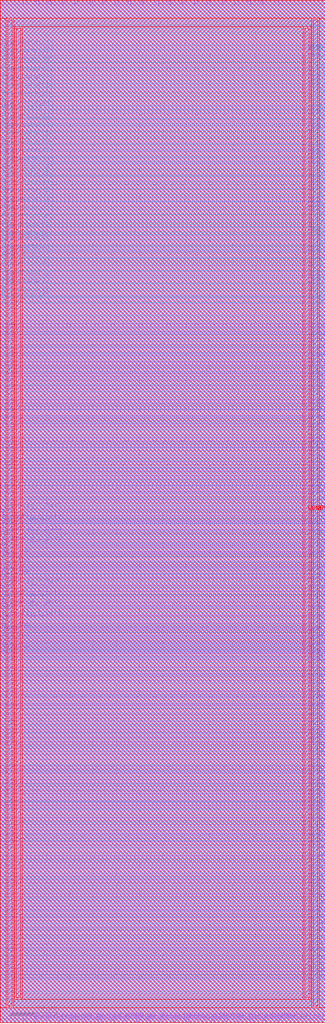
<source format=lef>
##
## LEF for PtnCells ;
## created by Innovus v15.20-p005_1 on Fri Jun 18 00:21:33 2021
##

VERSION 5.7 ;

BUSBITCHARS "[]" ;
DIVIDERCHAR "/" ;

MACRO W_IO
  CLASS BLOCK ;
  SIZE 69.9200 BY 219.6400 ;
  FOREIGN W_IO 0.0000 0.0000 ;
  ORIGIN 0 0 ;
  SYMMETRY X Y R90 ;
  PIN E1BEG[3]
    DIRECTION OUTPUT ;
    USE SIGNAL ;
    ANTENNADIFFAREA 1.782 LAYER met1  ;
    ANTENNAPARTIALMETALAREA 0.7368 LAYER met1  ;
    ANTENNAPARTIALMETALSIDEAREA 3.647 LAYER met1  ;
    PORT
      LAYER met1 ;
        RECT 69.2000 84.6400 69.9200 85.0200 ;
    END
  END E1BEG[3]
  PIN E1BEG[2]
    DIRECTION OUTPUT ;
    USE SIGNAL ;
    ANTENNADIFFAREA 1.782 LAYER met1  ;
    ANTENNAPARTIALMETALAREA 2.2742 LAYER met1  ;
    ANTENNAPARTIALMETALSIDEAREA 11.2665 LAYER met1  ;
    PORT
      LAYER met1 ;
        RECT 69.2000 83.2800 69.9200 83.6600 ;
    END
  END E1BEG[2]
  PIN E1BEG[1]
    DIRECTION OUTPUT ;
    USE SIGNAL ;
    ANTENNAPARTIALMETALAREA 1.409 LAYER met1  ;
    ANTENNAPARTIALMETALSIDEAREA 6.937 LAYER met1  ;
    ANTENNAPARTIALCUTAREA 0.0225 LAYER via  ;
    ANTENNAPARTIALMETALAREA 0.5137 LAYER met2  ;
    ANTENNAPARTIALMETALSIDEAREA 2.3975 LAYER met2  ;
    ANTENNAPARTIALCUTAREA 0.04 LAYER via2  ;
    ANTENNADIFFAREA 1.782 LAYER met3  ;
    ANTENNAPARTIALMETALAREA 9.4098 LAYER met3  ;
    ANTENNAPARTIALMETALSIDEAREA 50.656 LAYER met3  ;
    PORT
      LAYER met1 ;
        RECT 69.2000 81.5800 69.9200 81.9600 ;
    END
  END E1BEG[1]
  PIN E1BEG[0]
    DIRECTION OUTPUT ;
    USE SIGNAL ;
    ANTENNAPARTIALMETALAREA 0.121 LAYER met1  ;
    ANTENNAPARTIALMETALSIDEAREA 0.497 LAYER met1  ;
    ANTENNAPARTIALCUTAREA 0.0225 LAYER via  ;
    ANTENNAPARTIALMETALAREA 0.2771 LAYER met2  ;
    ANTENNAPARTIALMETALSIDEAREA 1.2145 LAYER met2  ;
    ANTENNAPARTIALCUTAREA 0.04 LAYER via2  ;
    ANTENNADIFFAREA 1.782 LAYER met3  ;
    ANTENNAPARTIALMETALAREA 10.5588 LAYER met3  ;
    ANTENNAPARTIALMETALSIDEAREA 56.784 LAYER met3  ;
    PORT
      LAYER met1 ;
        RECT 69.2000 80.2200 69.9200 80.6000 ;
    END
  END E1BEG[0]
  PIN E2BEG[7]
    DIRECTION OUTPUT ;
    USE SIGNAL ;
    ANTENNAPARTIALCUTAREA 0.0225 LAYER via  ;
    ANTENNADIFFAREA 0.368 LAYER met2  ;
    ANTENNAPARTIALMETALAREA 2.454 LAYER met2  ;
    ANTENNAPARTIALMETALSIDEAREA 12.152 LAYER met2  ;
    PORT
      LAYER met1 ;
        RECT 69.2000 96.5400 69.9200 96.9200 ;
    END
  END E2BEG[7]
  PIN E2BEG[6]
    DIRECTION OUTPUT ;
    USE SIGNAL ;
    ANTENNAPARTIALMETALAREA 0.9764 LAYER met1  ;
    ANTENNAPARTIALMETALSIDEAREA 4.774 LAYER met1  ;
    ANTENNAPARTIALCUTAREA 0.0225 LAYER via  ;
    ANTENNAPARTIALMETALAREA 0.2057 LAYER met2  ;
    ANTENNAPARTIALMETALSIDEAREA 0.8575 LAYER met2  ;
    ANTENNAPARTIALCUTAREA 0.04 LAYER via2  ;
    ANTENNADIFFAREA 0.368 LAYER met3  ;
    ANTENNAPARTIALMETALAREA 14.8368 LAYER met3  ;
    ANTENNAPARTIALMETALSIDEAREA 79.6 LAYER met3  ;
    PORT
      LAYER met1 ;
        RECT 69.2000 94.8400 69.9200 95.2200 ;
    END
  END E2BEG[6]
  PIN E2BEG[5]
    DIRECTION OUTPUT ;
    USE SIGNAL ;
    ANTENNAPARTIALMETALAREA 1.0702 LAYER met1  ;
    ANTENNAPARTIALMETALSIDEAREA 5.243 LAYER met1  ;
    ANTENNAPARTIALCUTAREA 0.0225 LAYER via  ;
    ANTENNADIFFAREA 0.368 LAYER met2  ;
    ANTENNAPARTIALMETALAREA 1.6448 LAYER met2  ;
    ANTENNAPARTIALMETALSIDEAREA 8.106 LAYER met2  ;
    PORT
      LAYER met1 ;
        RECT 69.2000 93.4800 69.9200 93.8600 ;
    END
  END E2BEG[5]
  PIN E2BEG[4]
    DIRECTION OUTPUT ;
    USE SIGNAL ;
    ANTENNAPARTIALMETALAREA 1.311 LAYER met1  ;
    ANTENNAPARTIALMETALSIDEAREA 6.447 LAYER met1  ;
    ANTENNAPARTIALCUTAREA 0.0225 LAYER via  ;
    ANTENNAPARTIALMETALAREA 0.8119 LAYER met2  ;
    ANTENNAPARTIALMETALSIDEAREA 3.8885 LAYER met2  ;
    ANTENNAPARTIALCUTAREA 0.04 LAYER via2  ;
    ANTENNADIFFAREA 0.368 LAYER met3  ;
    ANTENNAPARTIALMETALAREA 7.9368 LAYER met3  ;
    ANTENNAPARTIALMETALSIDEAREA 42.8 LAYER met3  ;
    PORT
      LAYER met1 ;
        RECT 69.2000 92.1200 69.9200 92.5000 ;
    END
  END E2BEG[4]
  PIN E2BEG[3]
    DIRECTION OUTPUT ;
    USE SIGNAL ;
    ANTENNAPARTIALCUTAREA 0.0225 LAYER via  ;
    ANTENNADIFFAREA 0.368 LAYER met2  ;
    ANTENNAPARTIALMETALAREA 11.6604 LAYER met2  ;
    ANTENNAPARTIALMETALSIDEAREA 58.184 LAYER met2  ;
    PORT
      LAYER met1 ;
        RECT 69.2000 90.4200 69.9200 90.8000 ;
    END
  END E2BEG[3]
  PIN E2BEG[2]
    DIRECTION OUTPUT ;
    USE SIGNAL ;
    ANTENNAPARTIALMETALAREA 1.5994 LAYER met1  ;
    ANTENNAPARTIALMETALSIDEAREA 7.889 LAYER met1  ;
    ANTENNAPARTIALCUTAREA 0.0225 LAYER via  ;
    ANTENNAPARTIALMETALAREA 0.2127 LAYER met2  ;
    ANTENNAPARTIALMETALSIDEAREA 0.8925 LAYER met2  ;
    ANTENNAPARTIALCUTAREA 0.04 LAYER via2  ;
    ANTENNADIFFAREA 0.368 LAYER met3  ;
    ANTENNAPARTIALMETALAREA 11.4318 LAYER met3  ;
    ANTENNAPARTIALMETALSIDEAREA 61.44 LAYER met3  ;
    PORT
      LAYER met1 ;
        RECT 69.2000 89.0600 69.9200 89.4400 ;
    END
  END E2BEG[2]
  PIN E2BEG[1]
    DIRECTION OUTPUT ;
    USE SIGNAL ;
    ANTENNADIFFAREA 0.368 LAYER met1  ;
    ANTENNAPARTIALMETALAREA 3.3564 LAYER met1  ;
    ANTENNAPARTIALMETALSIDEAREA 16.6775 LAYER met1  ;
    PORT
      LAYER met1 ;
        RECT 69.2000 87.7000 69.9200 88.0800 ;
    END
  END E2BEG[1]
  PIN E2BEG[0]
    DIRECTION OUTPUT ;
    USE SIGNAL ;
    ANTENNAPARTIALMETALAREA 3.5146 LAYER met1  ;
    ANTENNAPARTIALMETALSIDEAREA 17.465 LAYER met1  ;
    ANTENNAPARTIALCUTAREA 0.0225 LAYER via  ;
    ANTENNADIFFAREA 0.368 LAYER met2  ;
    ANTENNAPARTIALMETALAREA 5.3868 LAYER met2  ;
    ANTENNAPARTIALMETALSIDEAREA 26.698 LAYER met2  ;
    PORT
      LAYER met1 ;
        RECT 69.2000 86.0000 69.9200 86.3800 ;
    END
  END E2BEG[0]
  PIN E2BEGb[7]
    DIRECTION OUTPUT ;
    USE SIGNAL ;
    ANTENNAPARTIALMETALAREA 1.3754 LAYER met1  ;
    ANTENNAPARTIALMETALSIDEAREA 6.769 LAYER met1  ;
    ANTENNAPARTIALCUTAREA 0.0225 LAYER via  ;
    ANTENNADIFFAREA 0.368 LAYER met2  ;
    ANTENNAPARTIALMETALAREA 1.2808 LAYER met2  ;
    ANTENNAPARTIALMETALSIDEAREA 6.286 LAYER met2  ;
    PORT
      LAYER met1 ;
        RECT 69.2000 108.4400 69.9200 108.8200 ;
    END
  END E2BEGb[7]
  PIN E2BEGb[6]
    DIRECTION OUTPUT ;
    USE SIGNAL ;
    ANTENNAPARTIALMETALAREA 1.1178 LAYER met1  ;
    ANTENNAPARTIALMETALSIDEAREA 5.481 LAYER met1  ;
    ANTENNAPARTIALCUTAREA 0.0225 LAYER via  ;
    ANTENNAPARTIALMETALAREA 0.3023 LAYER met2  ;
    ANTENNAPARTIALMETALSIDEAREA 1.3405 LAYER met2  ;
    ANTENNAPARTIALCUTAREA 0.04 LAYER via2  ;
    ANTENNADIFFAREA 0.368 LAYER met3  ;
    ANTENNAPARTIALMETALAREA 14.5608 LAYER met3  ;
    ANTENNAPARTIALMETALSIDEAREA 78.128 LAYER met3  ;
    PORT
      LAYER met1 ;
        RECT 69.2000 107.7600 69.9200 108.1400 ;
    END
  END E2BEGb[6]
  PIN E2BEGb[5]
    DIRECTION OUTPUT ;
    USE SIGNAL ;
    ANTENNADIFFAREA 0.368 LAYER met1  ;
    ANTENNAPARTIALMETALAREA 1.4874 LAYER met1  ;
    ANTENNAPARTIALMETALSIDEAREA 7.3325 LAYER met1  ;
    PORT
      LAYER met1 ;
        RECT 69.2000 105.3800 69.9200 105.7600 ;
    END
  END E2BEGb[5]
  PIN E2BEGb[4]
    DIRECTION OUTPUT ;
    USE SIGNAL ;
    ANTENNAPARTIALMETALAREA 1.5854 LAYER met1  ;
    ANTENNAPARTIALMETALSIDEAREA 7.819 LAYER met1  ;
    ANTENNAPARTIALCUTAREA 0.0225 LAYER via  ;
    ANTENNAPARTIALMETALAREA 0.4661 LAYER met2  ;
    ANTENNAPARTIALMETALSIDEAREA 2.1595 LAYER met2  ;
    ANTENNAPARTIALCUTAREA 0.04 LAYER via2  ;
    ANTENNADIFFAREA 0.368 LAYER met3  ;
    ANTENNAPARTIALMETALAREA 13.2228 LAYER met3  ;
    ANTENNAPARTIALMETALSIDEAREA 70.992 LAYER met3  ;
    PORT
      LAYER met1 ;
        RECT 69.2000 103.3400 69.9200 103.7200 ;
    END
  END E2BEGb[4]
  PIN E2BEGb[3]
    DIRECTION OUTPUT ;
    USE SIGNAL ;
    ANTENNADIFFAREA 0.368 LAYER met1  ;
    ANTENNAPARTIALMETALAREA 2.3428 LAYER met1  ;
    ANTENNAPARTIALMETALSIDEAREA 11.6095 LAYER met1  ;
    PORT
      LAYER met1 ;
        RECT 69.2000 102.3200 69.9200 102.7000 ;
    END
  END E2BEGb[3]
  PIN E2BEGb[2]
    DIRECTION OUTPUT ;
    USE SIGNAL ;
    ANTENNAPARTIALMETALAREA 0.8294 LAYER met1  ;
    ANTENNAPARTIALMETALSIDEAREA 4.039 LAYER met1  ;
    ANTENNAPARTIALCUTAREA 0.0225 LAYER via  ;
    ANTENNAPARTIALMETALAREA 0.4857 LAYER met2  ;
    ANTENNAPARTIALMETALSIDEAREA 2.2575 LAYER met2  ;
    ANTENNAPARTIALCUTAREA 0.04 LAYER via2  ;
    ANTENNADIFFAREA 0.368 LAYER met3  ;
    ANTENNAPARTIALMETALAREA 14.0568 LAYER met3  ;
    ANTENNAPARTIALMETALSIDEAREA 75.44 LAYER met3  ;
    PORT
      LAYER met1 ;
        RECT 69.2000 101.3000 69.9200 101.6800 ;
    END
  END E2BEGb[2]
  PIN E2BEGb[1]
    DIRECTION OUTPUT ;
    USE SIGNAL ;
    ANTENNAPARTIALMETALAREA 1.6022 LAYER met1  ;
    ANTENNAPARTIALMETALSIDEAREA 7.903 LAYER met1  ;
    ANTENNAPARTIALCUTAREA 0.0225 LAYER via  ;
    ANTENNAPARTIALMETALAREA 6.8947 LAYER met2  ;
    ANTENNAPARTIALMETALSIDEAREA 34.1845 LAYER met2  ;
    ANTENNAPARTIALCUTAREA 0.04 LAYER via2  ;
    ANTENNADIFFAREA 0.368 LAYER met3  ;
    ANTENNAPARTIALMETALAREA 2.6028 LAYER met3  ;
    ANTENNAPARTIALMETALSIDEAREA 14.352 LAYER met3  ;
    PORT
      LAYER met1 ;
        RECT 69.2000 100.6200 69.9200 101.0000 ;
    END
  END E2BEGb[1]
  PIN E2BEGb[0]
    DIRECTION OUTPUT ;
    USE SIGNAL ;
    ANTENNAPARTIALMETALAREA 2.6466 LAYER met1  ;
    ANTENNAPARTIALMETALSIDEAREA 13.125 LAYER met1  ;
    ANTENNAPARTIALCUTAREA 0.0225 LAYER via  ;
    ANTENNAPARTIALMETALAREA 4.7597 LAYER met2  ;
    ANTENNAPARTIALMETALSIDEAREA 23.5095 LAYER met2  ;
    ANTENNAPARTIALCUTAREA 0.04 LAYER via2  ;
    ANTENNADIFFAREA 0.368 LAYER met3  ;
    ANTENNAPARTIALMETALAREA 4.1208 LAYER met3  ;
    ANTENNAPARTIALMETALSIDEAREA 22.448 LAYER met3  ;
    PORT
      LAYER met1 ;
        RECT 69.2000 97.9000 69.9200 98.2800 ;
    END
  END E2BEGb[0]
  PIN EE4BEG[15]
    DIRECTION OUTPUT ;
    USE SIGNAL ;
    ANTENNADIFFAREA 0.368 LAYER met1  ;
    ANTENNAPARTIALMETALAREA 1.5466 LAYER met1  ;
    ANTENNAPARTIALMETALSIDEAREA 7.5915 LAYER met1  ;
    PORT
      LAYER met1 ;
        RECT 69.2000 131.9000 69.9200 132.2800 ;
    END
  END EE4BEG[15]
  PIN EE4BEG[14]
    DIRECTION OUTPUT ;
    USE SIGNAL ;
    ANTENNAPARTIALMETALAREA 1.5994 LAYER met1  ;
    ANTENNAPARTIALMETALSIDEAREA 7.889 LAYER met1  ;
    ANTENNAPARTIALCUTAREA 0.0225 LAYER via  ;
    ANTENNAPARTIALMETALAREA 0.8007 LAYER met2  ;
    ANTENNAPARTIALMETALSIDEAREA 3.8325 LAYER met2  ;
    ANTENNAPARTIALCUTAREA 0.04 LAYER via2  ;
    ANTENNAPARTIALMETALAREA 6.196 LAYER met3  ;
    ANTENNAPARTIALMETALSIDEAREA 33.512 LAYER met3  ;
    ANTENNAPARTIALCUTAREA 0.04 LAYER via3  ;
    ANTENNADIFFAREA 0.368 LAYER met4  ;
    ANTENNAPARTIALMETALAREA 9.0858 LAYER met4  ;
    ANTENNAPARTIALMETALSIDEAREA 48.928 LAYER met4  ;
    PORT
      LAYER met1 ;
        RECT 69.2000 129.8600 69.9200 130.2400 ;
    END
  END EE4BEG[14]
  PIN EE4BEG[13]
    DIRECTION OUTPUT ;
    USE SIGNAL ;
    ANTENNAPARTIALMETALAREA 1.5686 LAYER met1  ;
    ANTENNAPARTIALMETALSIDEAREA 7.735 LAYER met1  ;
    ANTENNAPARTIALCUTAREA 0.0225 LAYER via  ;
    ANTENNAPARTIALMETALAREA 0.3023 LAYER met2  ;
    ANTENNAPARTIALMETALSIDEAREA 1.3405 LAYER met2  ;
    ANTENNAPARTIALCUTAREA 0.04 LAYER via2  ;
    ANTENNADIFFAREA 0.368 LAYER met3  ;
    ANTENNAPARTIALMETALAREA 3.0168 LAYER met3  ;
    ANTENNAPARTIALMETALSIDEAREA 16.56 LAYER met3  ;
    PORT
      LAYER met1 ;
        RECT 69.2000 128.8400 69.9200 129.2200 ;
    END
  END EE4BEG[13]
  PIN EE4BEG[12]
    DIRECTION OUTPUT ;
    USE SIGNAL ;
    ANTENNAPARTIALMETALAREA 1.1052 LAYER met1  ;
    ANTENNAPARTIALMETALSIDEAREA 5.418 LAYER met1  ;
    ANTENNAPARTIALCUTAREA 0.0225 LAYER via  ;
    ANTENNAPARTIALMETALAREA 1.1465 LAYER met2  ;
    ANTENNAPARTIALMETALSIDEAREA 5.5615 LAYER met2  ;
    ANTENNAPARTIALCUTAREA 0.04 LAYER via2  ;
    ANTENNADIFFAREA 0.368 LAYER met3  ;
    ANTENNAPARTIALMETALAREA 12.0768 LAYER met3  ;
    ANTENNAPARTIALMETALSIDEAREA 64.88 LAYER met3  ;
    PORT
      LAYER met1 ;
        RECT 69.2000 127.4800 69.9200 127.8600 ;
    END
  END EE4BEG[12]
  PIN EE4BEG[11]
    DIRECTION OUTPUT ;
    USE SIGNAL ;
    ANTENNADIFFAREA 0.368 LAYER met1  ;
    ANTENNAPARTIALMETALAREA 1.5586 LAYER met1  ;
    ANTENNAPARTIALMETALSIDEAREA 7.756 LAYER met1  ;
    PORT
      LAYER met1 ;
        RECT 69.2000 125.7800 69.9200 126.1600 ;
    END
  END EE4BEG[11]
  PIN EE4BEG[10]
    DIRECTION OUTPUT ;
    USE SIGNAL ;
    ANTENNAPARTIALMETALAREA 0.7958 LAYER met1  ;
    ANTENNAPARTIALMETALSIDEAREA 3.871 LAYER met1  ;
    ANTENNAPARTIALCUTAREA 0.0225 LAYER via  ;
    ANTENNAPARTIALMETALAREA 1.1493 LAYER met2  ;
    ANTENNAPARTIALMETALSIDEAREA 5.5755 LAYER met2  ;
    ANTENNAPARTIALCUTAREA 0.04 LAYER via2  ;
    ANTENNADIFFAREA 0.368 LAYER met3  ;
    ANTENNAPARTIALMETALAREA 10.4688 LAYER met3  ;
    ANTENNAPARTIALMETALSIDEAREA 56.304 LAYER met3  ;
    PORT
      LAYER met1 ;
        RECT 69.2000 124.4200 69.9200 124.8000 ;
    END
  END EE4BEG[10]
  PIN EE4BEG[9]
    DIRECTION OUTPUT ;
    USE SIGNAL ;
    ANTENNAPARTIALMETALAREA 0.8938 LAYER met1  ;
    ANTENNAPARTIALMETALSIDEAREA 4.361 LAYER met1  ;
    ANTENNAPARTIALCUTAREA 0.0225 LAYER via  ;
    ANTENNAPARTIALMETALAREA 2.1153 LAYER met2  ;
    ANTENNAPARTIALMETALSIDEAREA 10.4055 LAYER met2  ;
    ANTENNAPARTIALCUTAREA 0.04 LAYER via2  ;
    ANTENNADIFFAREA 0.368 LAYER met3  ;
    ANTENNAPARTIALMETALAREA 13.7808 LAYER met3  ;
    ANTENNAPARTIALMETALSIDEAREA 73.968 LAYER met3  ;
    PORT
      LAYER met1 ;
        RECT 69.2000 123.0600 69.9200 123.4400 ;
    END
  END EE4BEG[9]
  PIN EE4BEG[8]
    DIRECTION OUTPUT ;
    USE SIGNAL ;
    ANTENNAPARTIALMETALAREA 0.8126 LAYER met1  ;
    ANTENNAPARTIALMETALSIDEAREA 3.955 LAYER met1  ;
    ANTENNAPARTIALCUTAREA 0.0225 LAYER via  ;
    ANTENNAPARTIALMETALAREA 3.5867 LAYER met2  ;
    ANTENNAPARTIALMETALSIDEAREA 17.7625 LAYER met2  ;
    ANTENNAPARTIALCUTAREA 0.04 LAYER via2  ;
    ANTENNADIFFAREA 0.368 LAYER met3  ;
    ANTENNAPARTIALMETALAREA 4.1208 LAYER met3  ;
    ANTENNAPARTIALMETALSIDEAREA 22.448 LAYER met3  ;
    PORT
      LAYER met1 ;
        RECT 69.2000 121.3600 69.9200 121.7400 ;
    END
  END EE4BEG[8]
  PIN EE4BEG[7]
    DIRECTION OUTPUT ;
    USE SIGNAL ;
    ANTENNAPARTIALMETALAREA 1.1514 LAYER met1  ;
    ANTENNAPARTIALMETALSIDEAREA 5.649 LAYER met1  ;
    ANTENNAPARTIALCUTAREA 0.0225 LAYER via  ;
    ANTENNADIFFAREA 0.368 LAYER met2  ;
    ANTENNAPARTIALMETALAREA 3.8988 LAYER met2  ;
    ANTENNAPARTIALMETALSIDEAREA 19.376 LAYER met2  ;
    PORT
      LAYER met1 ;
        RECT 69.2000 120.0000 69.9200 120.3800 ;
    END
  END EE4BEG[7]
  PIN EE4BEG[6]
    DIRECTION OUTPUT ;
    USE SIGNAL ;
    ANTENNAPARTIALMETALAREA 1.0366 LAYER met1  ;
    ANTENNAPARTIALMETALSIDEAREA 5.075 LAYER met1  ;
    ANTENNAPARTIALCUTAREA 0.0225 LAYER via  ;
    ANTENNADIFFAREA 0.368 LAYER met2  ;
    ANTENNAPARTIALMETALAREA 3.4396 LAYER met2  ;
    ANTENNAPARTIALMETALSIDEAREA 17.08 LAYER met2  ;
    PORT
      LAYER met1 ;
        RECT 69.2000 118.6400 69.9200 119.0200 ;
    END
  END EE4BEG[6]
  PIN EE4BEG[5]
    DIRECTION OUTPUT ;
    USE SIGNAL ;
    ANTENNAPARTIALMETALAREA 0.7881 LAYER met1  ;
    ANTENNAPARTIALMETALSIDEAREA 3.8325 LAYER met1  ;
    ANTENNAPARTIALCUTAREA 0.0225 LAYER via  ;
    ANTENNADIFFAREA 0.368 LAYER met2  ;
    ANTENNAPARTIALMETALAREA 8.0568 LAYER met2  ;
    ANTENNAPARTIALMETALSIDEAREA 40.166 LAYER met2  ;
    PORT
      LAYER met1 ;
        RECT 69.2000 116.9400 69.9200 117.3200 ;
    END
  END EE4BEG[5]
  PIN EE4BEG[4]
    DIRECTION OUTPUT ;
    USE SIGNAL ;
    ANTENNAPARTIALMETALAREA 0.121 LAYER met1  ;
    ANTENNAPARTIALMETALSIDEAREA 0.497 LAYER met1  ;
    ANTENNAPARTIALCUTAREA 0.0225 LAYER via  ;
    ANTENNADIFFAREA 0.368 LAYER met2  ;
    ANTENNAPARTIALMETALAREA 3.9688 LAYER met2  ;
    ANTENNAPARTIALMETALSIDEAREA 19.726 LAYER met2  ;
    PORT
      LAYER met1 ;
        RECT 69.2000 115.5800 69.9200 115.9600 ;
    END
  END EE4BEG[4]
  PIN EE4BEG[3]
    DIRECTION OUTPUT ;
    USE SIGNAL ;
    ANTENNAPARTIALMETALAREA 1.311 LAYER met1  ;
    ANTENNAPARTIALMETALSIDEAREA 6.447 LAYER met1  ;
    ANTENNAPARTIALCUTAREA 0.0225 LAYER via  ;
    ANTENNAPARTIALMETALAREA 0.3849 LAYER met2  ;
    ANTENNAPARTIALMETALSIDEAREA 1.7535 LAYER met2  ;
    ANTENNAPARTIALCUTAREA 0.04 LAYER via2  ;
    ANTENNADIFFAREA 0.368 LAYER met3  ;
    ANTENNAPARTIALMETALAREA 2.7408 LAYER met3  ;
    ANTENNAPARTIALMETALSIDEAREA 15.088 LAYER met3  ;
    PORT
      LAYER met1 ;
        RECT 69.2000 114.2200 69.9200 114.6000 ;
    END
  END EE4BEG[3]
  PIN EE4BEG[2]
    DIRECTION OUTPUT ;
    USE SIGNAL ;
    ANTENNAPARTIALMETALAREA 1.1822 LAYER met1  ;
    ANTENNAPARTIALMETALSIDEAREA 5.803 LAYER met1  ;
    ANTENNAPARTIALCUTAREA 0.0225 LAYER via  ;
    ANTENNAPARTIALMETALAREA 0.4521 LAYER met2  ;
    ANTENNAPARTIALMETALSIDEAREA 2.0895 LAYER met2  ;
    ANTENNAPARTIALCUTAREA 0.04 LAYER via2  ;
    ANTENNAPARTIALMETALAREA 10.978 LAYER met3  ;
    ANTENNAPARTIALMETALSIDEAREA 59.016 LAYER met3  ;
    ANTENNAPARTIALCUTAREA 0.04 LAYER via3  ;
    ANTENNADIFFAREA 0.368 LAYER met4  ;
    ANTENNAPARTIALMETALAREA 2.4978 LAYER met4  ;
    ANTENNAPARTIALMETALSIDEAREA 13.792 LAYER met4  ;
    PORT
      LAYER met1 ;
        RECT 69.2000 112.5200 69.9200 112.9000 ;
    END
  END EE4BEG[2]
  PIN EE4BEG[1]
    DIRECTION OUTPUT ;
    USE SIGNAL ;
    ANTENNADIFFAREA 0.368 LAYER met1  ;
    ANTENNAPARTIALMETALAREA 1.794 LAYER met1  ;
    ANTENNAPARTIALMETALSIDEAREA 8.8655 LAYER met1  ;
    PORT
      LAYER met1 ;
        RECT 69.2000 111.1600 69.9200 111.5400 ;
    END
  END EE4BEG[1]
  PIN EE4BEG[0]
    DIRECTION OUTPUT ;
    USE SIGNAL ;
    ANTENNAPARTIALMETALAREA 1.0534 LAYER met1  ;
    ANTENNAPARTIALMETALSIDEAREA 5.159 LAYER met1  ;
    ANTENNAPARTIALCUTAREA 0.0225 LAYER via  ;
    ANTENNAPARTIALMETALAREA 0.2351 LAYER met2  ;
    ANTENNAPARTIALMETALSIDEAREA 1.0045 LAYER met2  ;
    ANTENNAPARTIALCUTAREA 0.04 LAYER via2  ;
    ANTENNADIFFAREA 0.368 LAYER met3  ;
    ANTENNAPARTIALMETALAREA 12.3498 LAYER met3  ;
    ANTENNAPARTIALMETALSIDEAREA 66.336 LAYER met3  ;
    PORT
      LAYER met1 ;
        RECT 69.2000 109.8000 69.9200 110.1800 ;
    END
  END EE4BEG[0]
  PIN E6BEG[11]
    DIRECTION OUTPUT ;
    USE SIGNAL ;
    ANTENNAPARTIALMETALAREA 1.1178 LAYER met1  ;
    ANTENNAPARTIALMETALSIDEAREA 5.481 LAYER met1  ;
    ANTENNAPARTIALCUTAREA 0.0225 LAYER via  ;
    ANTENNADIFFAREA 0.368 LAYER met2  ;
    ANTENNAPARTIALMETALAREA 3.1372 LAYER met2  ;
    ANTENNAPARTIALMETALSIDEAREA 15.568 LAYER met2  ;
    PORT
      LAYER met1 ;
        RECT 69.2000 149.5800 69.9200 149.9600 ;
    END
  END E6BEG[11]
  PIN E6BEG[10]
    DIRECTION OUTPUT ;
    USE SIGNAL ;
    ANTENNAPARTIALMETALAREA 1.311 LAYER met1  ;
    ANTENNAPARTIALMETALSIDEAREA 6.447 LAYER met1  ;
    ANTENNAPARTIALCUTAREA 0.0225 LAYER via  ;
    ANTENNAPARTIALMETALAREA 0.1987 LAYER met2  ;
    ANTENNAPARTIALMETALSIDEAREA 0.8225 LAYER met2  ;
    ANTENNAPARTIALCUTAREA 0.04 LAYER via2  ;
    ANTENNADIFFAREA 0.368 LAYER met3  ;
    ANTENNAPARTIALMETALAREA 17.0868 LAYER met3  ;
    ANTENNAPARTIALMETALSIDEAREA 91.6 LAYER met3  ;
    PORT
      LAYER met1 ;
        RECT 69.2000 147.8800 69.9200 148.2600 ;
    END
  END E6BEG[10]
  PIN E6BEG[9]
    DIRECTION OUTPUT ;
    USE SIGNAL ;
    ANTENNAPARTIALMETALAREA 1.4398 LAYER met1  ;
    ANTENNAPARTIALMETALSIDEAREA 7.091 LAYER met1  ;
    ANTENNAPARTIALCUTAREA 0.0225 LAYER via  ;
    ANTENNADIFFAREA 0.368 LAYER met2  ;
    ANTENNAPARTIALMETALAREA 3.1188 LAYER met2  ;
    ANTENNAPARTIALMETALSIDEAREA 15.358 LAYER met2  ;
    PORT
      LAYER met1 ;
        RECT 69.2000 146.5200 69.9200 146.9000 ;
    END
  END E6BEG[9]
  PIN E6BEG[8]
    DIRECTION OUTPUT ;
    USE SIGNAL ;
    ANTENNAPARTIALMETALAREA 1.633 LAYER met1  ;
    ANTENNAPARTIALMETALSIDEAREA 8.057 LAYER met1  ;
    ANTENNAPARTIALCUTAREA 0.0225 LAYER via  ;
    ANTENNAPARTIALMETALAREA 0.2953 LAYER met2  ;
    ANTENNAPARTIALMETALSIDEAREA 1.3055 LAYER met2  ;
    ANTENNAPARTIALCUTAREA 0.04 LAYER via2  ;
    ANTENNADIFFAREA 0.368 LAYER met3  ;
    ANTENNAPARTIALMETALAREA 12.3528 LAYER met3  ;
    ANTENNAPARTIALMETALSIDEAREA 66.352 LAYER met3  ;
    PORT
      LAYER met1 ;
        RECT 69.2000 145.1600 69.9200 145.5400 ;
    END
  END E6BEG[8]
  PIN E6BEG[7]
    DIRECTION OUTPUT ;
    USE SIGNAL ;
    ANTENNADIFFAREA 0.368 LAYER met1  ;
    ANTENNAPARTIALMETALAREA 1.4538 LAYER met1  ;
    ANTENNAPARTIALMETALSIDEAREA 7.1645 LAYER met1  ;
    PORT
      LAYER met1 ;
        RECT 69.2000 143.4600 69.9200 143.8400 ;
    END
  END E6BEG[7]
  PIN E6BEG[6]
    DIRECTION OUTPUT ;
    USE SIGNAL ;
    ANTENNAPARTIALMETALAREA 2.9378 LAYER met1  ;
    ANTENNAPARTIALMETALSIDEAREA 14.581 LAYER met1  ;
    ANTENNAPARTIALCUTAREA 0.0225 LAYER via  ;
    ANTENNAPARTIALMETALAREA 1.6393 LAYER met2  ;
    ANTENNAPARTIALMETALSIDEAREA 8.0255 LAYER met2  ;
    ANTENNAPARTIALCUTAREA 0.04 LAYER via2  ;
    ANTENNADIFFAREA 0.368 LAYER met3  ;
    ANTENNAPARTIALMETALAREA 9.3648 LAYER met3  ;
    ANTENNAPARTIALMETALSIDEAREA 50.416 LAYER met3  ;
    PORT
      LAYER met1 ;
        RECT 69.2000 142.1000 69.9200 142.4800 ;
    END
  END E6BEG[6]
  PIN E6BEG[5]
    DIRECTION OUTPUT ;
    USE SIGNAL ;
    ANTENNAPARTIALMETALAREA 1.4398 LAYER met1  ;
    ANTENNAPARTIALMETALSIDEAREA 7.091 LAYER met1  ;
    ANTENNAPARTIALCUTAREA 0.0225 LAYER via  ;
    ANTENNADIFFAREA 0.368 LAYER met2  ;
    ANTENNAPARTIALMETALAREA 8.0736 LAYER met2  ;
    ANTENNAPARTIALMETALSIDEAREA 40.25 LAYER met2  ;
    PORT
      LAYER met1 ;
        RECT 69.2000 140.7400 69.9200 141.1200 ;
    END
  END E6BEG[5]
  PIN E6BEG[4]
    DIRECTION OUTPUT ;
    USE SIGNAL ;
    ANTENNAPARTIALMETALAREA 1.087 LAYER met1  ;
    ANTENNAPARTIALMETALSIDEAREA 5.327 LAYER met1  ;
    ANTENNAPARTIALCUTAREA 0.0225 LAYER via  ;
    ANTENNAPARTIALMETALAREA 0.2071 LAYER met2  ;
    ANTENNAPARTIALMETALSIDEAREA 0.8645 LAYER met2  ;
    ANTENNAPARTIALCUTAREA 0.04 LAYER via2  ;
    ANTENNADIFFAREA 0.368 LAYER met3  ;
    ANTENNAPARTIALMETALAREA 15.9408 LAYER met3  ;
    ANTENNAPARTIALMETALSIDEAREA 85.488 LAYER met3  ;
    PORT
      LAYER met1 ;
        RECT 69.2000 139.0400 69.9200 139.4200 ;
    END
  END E6BEG[4]
  PIN E6BEG[3]
    DIRECTION OUTPUT ;
    USE SIGNAL ;
    ANTENNAPARTIALMETALAREA 1.0842 LAYER met1  ;
    ANTENNAPARTIALMETALSIDEAREA 5.313 LAYER met1  ;
    ANTENNAPARTIALCUTAREA 0.0225 LAYER via  ;
    ANTENNAPARTIALMETALAREA 2.718 LAYER met2  ;
    ANTENNAPARTIALMETALSIDEAREA 13.419 LAYER met2  ;
    ANTENNAPARTIALCUTAREA 0.04 LAYER via2  ;
    ANTENNADIFFAREA 0.368 LAYER met3  ;
    ANTENNAPARTIALMETALAREA 2.3268 LAYER met3  ;
    ANTENNAPARTIALMETALSIDEAREA 12.88 LAYER met3  ;
    PORT
      LAYER met1 ;
        RECT 69.2000 137.3400 69.9200 137.7200 ;
    END
  END E6BEG[3]
  PIN E6BEG[2]
    DIRECTION OUTPUT ;
    USE SIGNAL ;
    ANTENNAPARTIALMETALAREA 1.6974 LAYER met1  ;
    ANTENNAPARTIALMETALSIDEAREA 8.379 LAYER met1  ;
    ANTENNAPARTIALCUTAREA 0.0225 LAYER via  ;
    ANTENNAPARTIALMETALAREA 0.2533 LAYER met2  ;
    ANTENNAPARTIALMETALSIDEAREA 1.0955 LAYER met2  ;
    ANTENNAPARTIALCUTAREA 0.04 LAYER via2  ;
    ANTENNADIFFAREA 0.368 LAYER met3  ;
    ANTENNAPARTIALMETALAREA 9.7788 LAYER met3  ;
    ANTENNAPARTIALMETALSIDEAREA 52.624 LAYER met3  ;
    PORT
      LAYER met1 ;
        RECT 69.2000 136.3200 69.9200 136.7000 ;
    END
  END E6BEG[2]
  PIN E6BEG[1]
    DIRECTION OUTPUT ;
    USE SIGNAL ;
    ANTENNAPARTIALMETALAREA 0.8294 LAYER met1  ;
    ANTENNAPARTIALMETALSIDEAREA 4.039 LAYER met1  ;
    ANTENNAPARTIALCUTAREA 0.0225 LAYER via  ;
    ANTENNADIFFAREA 0.368 LAYER met2  ;
    ANTENNAPARTIALMETALAREA 0.4548 LAYER met2  ;
    ANTENNAPARTIALMETALSIDEAREA 2.156 LAYER met2  ;
    PORT
      LAYER met1 ;
        RECT 69.2000 133.9400 69.9200 134.3200 ;
    END
  END E6BEG[1]
  PIN E6BEG[0]
    DIRECTION OUTPUT ;
    USE SIGNAL ;
    ANTENNAPARTIALMETALAREA 2.7562 LAYER met1  ;
    ANTENNAPARTIALMETALSIDEAREA 13.636 LAYER met1  ;
    ANTENNAPARTIALCUTAREA 0.0225 LAYER via  ;
    ANTENNAPARTIALMETALAREA 1.1773 LAYER met2  ;
    ANTENNAPARTIALMETALSIDEAREA 5.7155 LAYER met2  ;
    ANTENNAPARTIALCUTAREA 0.04 LAYER via2  ;
    ANTENNAPARTIALMETALAREA 6.403 LAYER met3  ;
    ANTENNAPARTIALMETALSIDEAREA 34.616 LAYER met3  ;
    ANTENNAPARTIALCUTAREA 0.04 LAYER via3  ;
    ANTENNADIFFAREA 0.368 LAYER met4  ;
    ANTENNAPARTIALMETALAREA 4.5108 LAYER met4  ;
    ANTENNAPARTIALMETALSIDEAREA 24.528 LAYER met4  ;
    PORT
      LAYER met1 ;
        RECT 69.2000 133.2600 69.9200 133.6400 ;
    END
  END E6BEG[0]
  PIN W1END[3]
    DIRECTION INPUT ;
    USE SIGNAL ;
    ANTENNAPARTIALMETALAREA 2.0404 LAYER met1  ;
    ANTENNAPARTIALMETALSIDEAREA 10.094 LAYER met1  ;
    ANTENNAPARTIALCUTAREA 0.0225 LAYER via  ;
    ANTENNAPARTIALMETALAREA 6.3951 LAYER met2  ;
    ANTENNAPARTIALMETALSIDEAREA 31.8045 LAYER met2  ;
    ANTENNAPARTIALCUTAREA 0.04 LAYER via2  ;
    ANTENNAPARTIALMETALAREA 0.814 LAYER met3  ;
    ANTENNAPARTIALMETALSIDEAREA 4.808 LAYER met3  ;
    ANTENNAPARTIALCUTAREA 0.04 LAYER via3  ;
    ANTENNADIFFAREA 0.3744 LAYER met4  ;
    ANTENNAPARTIALMETALAREA 15.2436 LAYER met4  ;
    ANTENNAPARTIALMETALSIDEAREA 82.24 LAYER met4  ;
    ANTENNAMODEL OXIDE1 ;
    ANTENNAGATEAREA 0.492 LAYER met4  ;
    ANTENNAMAXAREACAR 38.2834 LAYER met4  ;
    ANTENNAMAXSIDEAREACAR 202.411 LAYER met4  ;
    ANTENNAMAXCUTCAR 0.348374 LAYER via4  ;
    PORT
      LAYER met1 ;
        RECT 69.2000 13.9200 69.9200 14.3000 ;
    END
  END W1END[3]
  PIN W1END[2]
    DIRECTION INPUT ;
    USE SIGNAL ;
    ANTENNAPARTIALMETALAREA 3.9654 LAYER met1  ;
    ANTENNAPARTIALMETALSIDEAREA 19.719 LAYER met1  ;
    ANTENNAPARTIALCUTAREA 0.0225 LAYER via  ;
    ANTENNADIFFAREA 0.3744 LAYER met2  ;
    ANTENNAPARTIALMETALAREA 12.4348 LAYER met2  ;
    ANTENNAPARTIALMETALSIDEAREA 61.712 LAYER met2  ;
    ANTENNAMODEL OXIDE1 ;
    ANTENNAGATEAREA 0.159 LAYER met2  ;
    ANTENNAMAXAREACAR 88.6079 LAYER met2  ;
    ANTENNAMAXSIDEAREACAR 423.742 LAYER met2  ;
    ANTENNAMAXCUTCAR 0.46478 LAYER via2  ;
    PORT
      LAYER met1 ;
        RECT 69.2000 12.5600 69.9200 12.9400 ;
    END
  END W1END[2]
  PIN W1END[1]
    DIRECTION INPUT ;
    USE SIGNAL ;
    ANTENNAPARTIALMETALAREA 2.4226 LAYER met1  ;
    ANTENNAPARTIALMETALSIDEAREA 12.005 LAYER met1  ;
    ANTENNAPARTIALCUTAREA 0.0225 LAYER via  ;
    ANTENNAPARTIALMETALAREA 4.9293 LAYER met2  ;
    ANTENNAPARTIALMETALSIDEAREA 24.4755 LAYER met2  ;
    ANTENNAPARTIALCUTAREA 0.04 LAYER via2  ;
    ANTENNAPARTIALMETALAREA 6.817 LAYER met3  ;
    ANTENNAPARTIALMETALSIDEAREA 36.824 LAYER met3  ;
    ANTENNAPARTIALCUTAREA 0.04 LAYER via3  ;
    ANTENNADIFFAREA 0.3744 LAYER met4  ;
    ANTENNAPARTIALMETALAREA 20.1138 LAYER met4  ;
    ANTENNAPARTIALMETALSIDEAREA 107.744 LAYER met4  ;
    ANTENNAMODEL OXIDE1 ;
    ANTENNAGATEAREA 0.492 LAYER met4  ;
    ANTENNAMAXAREACAR 44.879 LAYER met4  ;
    ANTENNAMAXSIDEAREACAR 233.874 LAYER met4  ;
    ANTENNAMAXCUTCAR 0.267073 LAYER via4  ;
    PORT
      LAYER met1 ;
        RECT 69.2000 11.2000 69.9200 11.5800 ;
    END
  END W1END[1]
  PIN W1END[0]
    DIRECTION INPUT ;
    USE SIGNAL ;
    ANTENNAPARTIALMETALAREA 2.8398 LAYER met1  ;
    ANTENNAPARTIALMETALSIDEAREA 14.091 LAYER met1  ;
    ANTENNAPARTIALCUTAREA 0.0225 LAYER via  ;
    ANTENNADIFFAREA 0.3744 LAYER met2  ;
    ANTENNAPARTIALMETALAREA 16.8352 LAYER met2  ;
    ANTENNAPARTIALMETALSIDEAREA 83.832 LAYER met2  ;
    ANTENNAMODEL OXIDE1 ;
    ANTENNAGATEAREA 0.159 LAYER met2  ;
    ANTENNAMAXAREACAR 113.327 LAYER met2  ;
    ANTENNAMAXSIDEAREACAR 547.849 LAYER met2  ;
    ANTENNAMAXCUTCAR 0.646541 LAYER via2  ;
    PORT
      LAYER met1 ;
        RECT 69.2000 9.8400 69.9200 10.2200 ;
    END
  END W1END[0]
  PIN W2MID[7]
    DIRECTION INPUT ;
    USE SIGNAL ;
    ANTENNAPARTIALMETALAREA 1.423 LAYER met1  ;
    ANTENNAPARTIALMETALSIDEAREA 7.007 LAYER met1  ;
    ANTENNAPARTIALCUTAREA 0.0225 LAYER via  ;
    ANTENNAPARTIALMETALAREA 4.4631 LAYER met2  ;
    ANTENNAPARTIALMETALSIDEAREA 22.1445 LAYER met2  ;
    ANTENNAPARTIALCUTAREA 0.04 LAYER via2  ;
    ANTENNADIFFAREA 1.3284 LAYER met3  ;
    ANTENNAPARTIALMETALAREA 8.3607 LAYER met3  ;
    ANTENNAPARTIALMETALSIDEAREA 45.056 LAYER met3  ;
    PORT
      LAYER met1 ;
        RECT 69.2000 25.8200 69.9200 26.2000 ;
    END
  END W2MID[7]
  PIN W2MID[6]
    DIRECTION INPUT ;
    USE SIGNAL ;
    ANTENNAPARTIALMETALAREA 4.755 LAYER met1  ;
    ANTENNAPARTIALMETALSIDEAREA 23.667 LAYER met1  ;
    ANTENNAPARTIALCUTAREA 0.0225 LAYER via  ;
    ANTENNADIFFAREA 0.378 LAYER met2  ;
    ANTENNAPARTIALMETALAREA 11.3009 LAYER met2  ;
    ANTENNAPARTIALMETALSIDEAREA 55.9895 LAYER met2  ;
    ANTENNAPARTIALCUTAREA 0.04 LAYER via2  ;
    ANTENNADIFFAREA 1.1304 LAYER met3  ;
    ANTENNAPARTIALMETALAREA 0.6708 LAYER met3  ;
    ANTENNAPARTIALMETALSIDEAREA 4.048 LAYER met3  ;
    PORT
      LAYER met1 ;
        RECT 69.2000 24.4600 69.9200 24.8400 ;
    END
  END W2MID[6]
  PIN W2MID[5]
    DIRECTION INPUT ;
    USE SIGNAL ;
    ANTENNAPARTIALMETALAREA 3.145 LAYER met1  ;
    ANTENNAPARTIALMETALSIDEAREA 15.617 LAYER met1  ;
    ANTENNAPARTIALCUTAREA 0.0225 LAYER via  ;
    ANTENNAPARTIALMETALAREA 3.9045 LAYER met2  ;
    ANTENNAPARTIALMETALSIDEAREA 19.3515 LAYER met2  ;
    ANTENNAPARTIALCUTAREA 0.04 LAYER via2  ;
    ANTENNAPARTIALMETALAREA 1.849 LAYER met3  ;
    ANTENNAPARTIALMETALSIDEAREA 10.328 LAYER met3  ;
    ANTENNAPARTIALCUTAREA 0.04 LAYER via3  ;
    ANTENNADIFFAREA 0.9432 LAYER met4  ;
    ANTENNAPARTIALMETALAREA 13.9725 LAYER met4  ;
    ANTENNAPARTIALMETALSIDEAREA 75.456 LAYER met4  ;
    PORT
      LAYER met1 ;
        RECT 69.2000 22.7600 69.9200 23.1400 ;
    END
  END W2MID[5]
  PIN W2MID[4]
    DIRECTION INPUT ;
    USE SIGNAL ;
    ANTENNAPARTIALMETALAREA 2.7152 LAYER met1  ;
    ANTENNAPARTIALMETALSIDEAREA 13.468 LAYER met1  ;
    ANTENNAPARTIALCUTAREA 0.0225 LAYER via  ;
    ANTENNAPARTIALMETALAREA 1.3761 LAYER met2  ;
    ANTENNAPARTIALMETALSIDEAREA 6.7095 LAYER met2  ;
    ANTENNAPARTIALCUTAREA 0.04 LAYER via2  ;
    ANTENNAPARTIALMETALAREA 1.228 LAYER met3  ;
    ANTENNAPARTIALMETALSIDEAREA 7.016 LAYER met3  ;
    ANTENNAPARTIALCUTAREA 0.04 LAYER via3  ;
    ANTENNADIFFAREA 0.936 LAYER met4  ;
    ANTENNAPARTIALMETALAREA 35.8116 LAYER met4  ;
    ANTENNAPARTIALMETALSIDEAREA 191.936 LAYER met4  ;
    PORT
      LAYER met1 ;
        RECT 69.2000 21.4000 69.9200 21.7800 ;
    END
  END W2MID[4]
  PIN W2MID[3]
    DIRECTION INPUT ;
    USE SIGNAL ;
    ANTENNAPARTIALMETALAREA 0.121 LAYER met1  ;
    ANTENNAPARTIALMETALSIDEAREA 0.497 LAYER met1  ;
    ANTENNAPARTIALCUTAREA 0.0225 LAYER via  ;
    ANTENNAPARTIALMETALAREA 2.2973 LAYER met2  ;
    ANTENNAPARTIALMETALSIDEAREA 11.3155 LAYER met2  ;
    ANTENNAPARTIALCUTAREA 0.04 LAYER via2  ;
    ANTENNADIFFAREA 0.9504 LAYER met3  ;
    ANTENNAPARTIALMETALAREA 14.5611 LAYER met3  ;
    ANTENNAPARTIALMETALSIDEAREA 79.536 LAYER met3  ;
    PORT
      LAYER met1 ;
        RECT 69.2000 20.0400 69.9200 20.4200 ;
    END
  END W2MID[3]
  PIN W2MID[2]
    DIRECTION INPUT ;
    USE SIGNAL ;
    ANTENNAPARTIALMETALAREA 3.3074 LAYER met1  ;
    ANTENNAPARTIALMETALSIDEAREA 16.429 LAYER met1  ;
    ANTENNAPARTIALCUTAREA 0.0225 LAYER via  ;
    ANTENNADIFFAREA 0.9432 LAYER met2  ;
    ANTENNAPARTIALMETALAREA 12.1376 LAYER met2  ;
    ANTENNAPARTIALMETALSIDEAREA 59.99 LAYER met2  ;
    PORT
      LAYER met1 ;
        RECT 69.2000 18.3400 69.9200 18.7200 ;
    END
  END W2MID[2]
  PIN W2MID[1]
    DIRECTION INPUT ;
    USE SIGNAL ;
    ANTENNAPARTIALMETALAREA 2.2462 LAYER met1  ;
    ANTENNAPARTIALMETALSIDEAREA 11.123 LAYER met1  ;
    ANTENNAPARTIALCUTAREA 0.0225 LAYER via  ;
    ANTENNAPARTIALMETALAREA 8.6197 LAYER met2  ;
    ANTENNAPARTIALMETALSIDEAREA 42.9275 LAYER met2  ;
    ANTENNAPARTIALCUTAREA 0.04 LAYER via2  ;
    ANTENNAPARTIALMETALAREA 0.4 LAYER met3  ;
    ANTENNAPARTIALMETALSIDEAREA 2.6 LAYER met3  ;
    ANTENNAPARTIALCUTAREA 0.04 LAYER via3  ;
    ANTENNADIFFAREA 0.9432 LAYER met4  ;
    ANTENNAPARTIALMETALAREA 7.4085 LAYER met4  ;
    ANTENNAPARTIALMETALSIDEAREA 40.448 LAYER met4  ;
    PORT
      LAYER met1 ;
        RECT 69.2000 16.9800 69.9200 17.3600 ;
    END
  END W2MID[1]
  PIN W2MID[0]
    DIRECTION INPUT ;
    USE SIGNAL ;
    ANTENNAPARTIALMETALAREA 1.199 LAYER met1  ;
    ANTENNAPARTIALMETALSIDEAREA 5.887 LAYER met1  ;
    ANTENNAPARTIALCUTAREA 0.0225 LAYER via  ;
    ANTENNAPARTIALMETALAREA 2.2329 LAYER met2  ;
    ANTENNAPARTIALMETALSIDEAREA 10.9935 LAYER met2  ;
    ANTENNAPARTIALCUTAREA 0.04 LAYER via2  ;
    ANTENNAPARTIALMETALAREA 1.159 LAYER met3  ;
    ANTENNAPARTIALMETALSIDEAREA 6.648 LAYER met3  ;
    ANTENNAPARTIALCUTAREA 0.04 LAYER via3  ;
    ANTENNADIFFAREA 0.936 LAYER met4  ;
    ANTENNAPARTIALMETALAREA 14.9898 LAYER met4  ;
    ANTENNAPARTIALMETALSIDEAREA 80.416 LAYER met4  ;
    PORT
      LAYER met1 ;
        RECT 69.2000 15.6200 69.9200 16.0000 ;
    END
  END W2MID[0]
  PIN W2END[7]
    DIRECTION INPUT ;
    USE SIGNAL ;
    ANTENNAPARTIALMETALAREA 1.955 LAYER met1  ;
    ANTENNAPARTIALMETALSIDEAREA 9.667 LAYER met1  ;
    ANTENNAPARTIALCUTAREA 0.0225 LAYER via  ;
    ANTENNAPARTIALMETALAREA 0.3345 LAYER met2  ;
    ANTENNAPARTIALMETALSIDEAREA 1.5015 LAYER met2  ;
    ANTENNAPARTIALCUTAREA 0.04 LAYER via2  ;
    ANTENNADIFFAREA 0.3816 LAYER met3  ;
    ANTENNAPARTIALMETALAREA 4.7992 LAYER met3  ;
    ANTENNAPARTIALMETALSIDEAREA 26.528 LAYER met3  ;
    ANTENNAPARTIALCUTAREA 0.04 LAYER via3  ;
    ANTENNADIFFAREA 0.7596 LAYER met4  ;
    ANTENNAPARTIALMETALAREA 1.9488 LAYER met4  ;
    ANTENNAPARTIALMETALSIDEAREA 10.864 LAYER met4  ;
    PORT
      LAYER met1 ;
        RECT 69.2000 37.7200 69.9200 38.1000 ;
    END
  END W2END[7]
  PIN W2END[6]
    DIRECTION INPUT ;
    USE SIGNAL ;
    ANTENNAPARTIALMETALAREA 3.1786 LAYER met1  ;
    ANTENNAPARTIALMETALSIDEAREA 15.785 LAYER met1  ;
    ANTENNAPARTIALCUTAREA 0.0225 LAYER via  ;
    ANTENNADIFFAREA 0.378 LAYER met2  ;
    ANTENNAPARTIALMETALAREA 6.7419 LAYER met2  ;
    ANTENNAPARTIALMETALSIDEAREA 33.2045 LAYER met2  ;
    ANTENNAPARTIALCUTAREA 0.04 LAYER via2  ;
    ANTENNADIFFAREA 0.378 LAYER met3  ;
    ANTENNAPARTIALMETALAREA 0.262 LAYER met3  ;
    ANTENNAPARTIALMETALSIDEAREA 1.864 LAYER met3  ;
    ANTENNAPARTIALCUTAREA 0.04 LAYER via3  ;
    ANTENNADIFFAREA 0.9432 LAYER met4  ;
    ANTENNAPARTIALMETALAREA 19.0965 LAYER met4  ;
    ANTENNAPARTIALMETALSIDEAREA 102.784 LAYER met4  ;
    PORT
      LAYER met1 ;
        RECT 69.2000 36.0200 69.9200 36.4000 ;
    END
  END W2END[6]
  PIN W2END[5]
    DIRECTION INPUT ;
    USE SIGNAL ;
    ANTENNAPARTIALMETALAREA 0.9246 LAYER met1  ;
    ANTENNAPARTIALMETALSIDEAREA 4.515 LAYER met1  ;
    ANTENNAPARTIALCUTAREA 0.0225 LAYER via  ;
    ANTENNADIFFAREA 0.378 LAYER met2  ;
    ANTENNAPARTIALMETALAREA 5.4433 LAYER met2  ;
    ANTENNAPARTIALMETALSIDEAREA 26.7015 LAYER met2  ;
    ANTENNAPARTIALCUTAREA 0.04 LAYER via2  ;
    ANTENNADIFFAREA 0.378 LAYER met3  ;
    ANTENNAPARTIALMETALAREA 0.676 LAYER met3  ;
    ANTENNAPARTIALMETALSIDEAREA 4.072 LAYER met3  ;
    ANTENNAPARTIALCUTAREA 0.04 LAYER via3  ;
    ANTENNADIFFAREA 0.9432 LAYER met4  ;
    ANTENNAPARTIALMETALAREA 23.0277 LAYER met4  ;
    ANTENNAPARTIALMETALSIDEAREA 123.28 LAYER met4  ;
    PORT
      LAYER met1 ;
        RECT 69.2000 34.6600 69.9200 35.0400 ;
    END
  END W2END[5]
  PIN W2END[4]
    DIRECTION INPUT ;
    USE SIGNAL ;
    ANTENNAPARTIALMETALAREA 5.0154 LAYER met1  ;
    ANTENNAPARTIALMETALSIDEAREA 24.969 LAYER met1  ;
    ANTENNAPARTIALCUTAREA 0.0225 LAYER via  ;
    ANTENNADIFFAREA 0.5652 LAYER met2  ;
    ANTENNAPARTIALMETALAREA 9.9949 LAYER met2  ;
    ANTENNAPARTIALMETALSIDEAREA 49.4795 LAYER met2  ;
    ANTENNAPARTIALCUTAREA 0.04 LAYER via2  ;
    ANTENNADIFFAREA 1.1304 LAYER met3  ;
    ANTENNAPARTIALMETALAREA 3.9327 LAYER met3  ;
    ANTENNAPARTIALMETALSIDEAREA 21.44 LAYER met3  ;
    PORT
      LAYER met1 ;
        RECT 69.2000 33.3000 69.9200 33.6800 ;
    END
  END W2END[4]
  PIN W2END[3]
    DIRECTION INPUT ;
    USE SIGNAL ;
    ANTENNAPARTIALMETALAREA 4.853 LAYER met1  ;
    ANTENNAPARTIALMETALSIDEAREA 24.157 LAYER met1  ;
    ANTENNAPARTIALCUTAREA 0.0225 LAYER via  ;
    ANTENNADIFFAREA 0.9468 LAYER met2  ;
    ANTENNAPARTIALMETALAREA 9.1776 LAYER met2  ;
    ANTENNAPARTIALMETALSIDEAREA 45.318 LAYER met2  ;
    PORT
      LAYER met1 ;
        RECT 69.2000 31.6000 69.9200 31.9800 ;
    END
  END W2END[3]
  PIN W2END[2]
    DIRECTION INPUT ;
    USE SIGNAL ;
    ANTENNAPARTIALMETALAREA 4.3714 LAYER met1  ;
    ANTENNAPARTIALMETALSIDEAREA 21.749 LAYER met1  ;
    ANTENNAPARTIALCUTAREA 0.0225 LAYER via  ;
    ANTENNAPARTIALMETALAREA 3.2395 LAYER met2  ;
    ANTENNAPARTIALMETALSIDEAREA 16.0265 LAYER met2  ;
    ANTENNAPARTIALCUTAREA 0.04 LAYER via2  ;
    ANTENNADIFFAREA 0.5688 LAYER met3  ;
    ANTENNAPARTIALMETALAREA 2.0401 LAYER met3  ;
    ANTENNAPARTIALMETALSIDEAREA 11.816 LAYER met3  ;
    ANTENNAPARTIALCUTAREA 0.04 LAYER via3  ;
    ANTENNADIFFAREA 0.9432 LAYER met4  ;
    ANTENNAPARTIALMETALAREA 6.9138 LAYER met4  ;
    ANTENNAPARTIALMETALSIDEAREA 37.344 LAYER met4  ;
    PORT
      LAYER met1 ;
        RECT 69.2000 30.2400 69.9200 30.6200 ;
    END
  END W2END[2]
  PIN W2END[1]
    DIRECTION INPUT ;
    USE SIGNAL ;
    ANTENNAPARTIALMETALAREA 4.0802 LAYER met1  ;
    ANTENNAPARTIALMETALSIDEAREA 20.293 LAYER met1  ;
    ANTENNAPARTIALCUTAREA 0.0225 LAYER via  ;
    ANTENNADIFFAREA 0.5652 LAYER met2  ;
    ANTENNAPARTIALMETALAREA 7.6945 LAYER met2  ;
    ANTENNAPARTIALMETALSIDEAREA 37.9575 LAYER met2  ;
    ANTENNAPARTIALCUTAREA 0.04 LAYER via2  ;
    ANTENNADIFFAREA 0.9432 LAYER met3  ;
    ANTENNAPARTIALMETALAREA 5.1417 LAYER met3  ;
    ANTENNAPARTIALMETALSIDEAREA 27.888 LAYER met3  ;
    PORT
      LAYER met1 ;
        RECT 69.2000 28.8800 69.9200 29.2600 ;
    END
  END W2END[1]
  PIN W2END[0]
    DIRECTION INPUT ;
    USE SIGNAL ;
    ANTENNAPARTIALMETALAREA 4.9818 LAYER met1  ;
    ANTENNAPARTIALMETALSIDEAREA 24.801 LAYER met1  ;
    ANTENNAPARTIALCUTAREA 0.0225 LAYER via  ;
    ANTENNADIFFAREA 0.7524 LAYER met2  ;
    ANTENNAPARTIALMETALAREA 10.4943 LAYER met2  ;
    ANTENNAPARTIALMETALSIDEAREA 51.7405 LAYER met2  ;
    ANTENNAPARTIALCUTAREA 0.04 LAYER via2  ;
    ANTENNADIFFAREA 0.7524 LAYER met3  ;
    ANTENNAPARTIALMETALAREA 0.1905 LAYER met3  ;
    ANTENNAPARTIALMETALSIDEAREA 1.464 LAYER met3  ;
    ANTENNAPARTIALCUTAREA 0.04 LAYER via3  ;
    ANTENNADIFFAREA 1.1268 LAYER met4  ;
    ANTENNAPARTIALMETALAREA 6.7068 LAYER met4  ;
    ANTENNAPARTIALMETALSIDEAREA 36.24 LAYER met4  ;
    PORT
      LAYER met1 ;
        RECT 69.2000 27.1800 69.9200 27.5600 ;
    END
  END W2END[0]
  PIN WW4END[15]
    DIRECTION INPUT ;
    USE SIGNAL ;
    ANTENNAPARTIALMETALAREA 0.8602 LAYER met1  ;
    ANTENNAPARTIALMETALSIDEAREA 4.193 LAYER met1  ;
    ANTENNAPARTIALCUTAREA 0.0225 LAYER via  ;
    ANTENNAPARTIALMETALAREA 8.4419 LAYER met2  ;
    ANTENNAPARTIALMETALSIDEAREA 42.0385 LAYER met2  ;
    ANTENNAPARTIALCUTAREA 0.04 LAYER via2  ;
    ANTENNAPARTIALMETALAREA 5.092 LAYER met3  ;
    ANTENNAPARTIALMETALSIDEAREA 27.624 LAYER met3  ;
    ANTENNAPARTIALCUTAREA 0.04 LAYER via3  ;
    ANTENNADIFFAREA 0.5652 LAYER met4  ;
    ANTENNAPARTIALMETALAREA 1.7016 LAYER met4  ;
    ANTENNAPARTIALMETALSIDEAREA 10.016 LAYER met4  ;
    PORT
      LAYER met1 ;
        RECT 69.2000 61.5200 69.9200 61.9000 ;
    END
  END WW4END[15]
  PIN WW4END[14]
    DIRECTION INPUT ;
    USE SIGNAL ;
    ANTENNAPARTIALMETALAREA 1.2158 LAYER met1  ;
    ANTENNAPARTIALMETALSIDEAREA 5.971 LAYER met1  ;
    ANTENNAPARTIALCUTAREA 0.0225 LAYER via  ;
    ANTENNAPARTIALMETALAREA 0.8707 LAYER met2  ;
    ANTENNAPARTIALMETALSIDEAREA 4.1825 LAYER met2  ;
    ANTENNAPARTIALCUTAREA 0.04 LAYER via2  ;
    ANTENNAPARTIALMETALAREA 0.814 LAYER met3  ;
    ANTENNAPARTIALMETALSIDEAREA 4.808 LAYER met3  ;
    ANTENNAPARTIALCUTAREA 0.04 LAYER via3  ;
    ANTENNADIFFAREA 0.5652 LAYER met4  ;
    ANTENNAPARTIALMETALAREA 25.7628 LAYER met4  ;
    ANTENNAPARTIALMETALSIDEAREA 137.872 LAYER met4  ;
    PORT
      LAYER met1 ;
        RECT 69.2000 59.8200 69.9200 60.2000 ;
    END
  END WW4END[14]
  PIN WW4END[13]
    DIRECTION INPUT ;
    USE SIGNAL ;
    ANTENNAPARTIALMETALAREA 3.2402 LAYER met1  ;
    ANTENNAPARTIALMETALSIDEAREA 16.093 LAYER met1  ;
    ANTENNAPARTIALCUTAREA 0.0225 LAYER via  ;
    ANTENNAPARTIALMETALAREA 0.1889 LAYER met2  ;
    ANTENNAPARTIALMETALSIDEAREA 0.7735 LAYER met2  ;
    ANTENNAPARTIALCUTAREA 0.04 LAYER via2  ;
    ANTENNAPARTIALMETALAREA 0.607 LAYER met3  ;
    ANTENNAPARTIALMETALSIDEAREA 3.704 LAYER met3  ;
    ANTENNAPARTIALCUTAREA 0.04 LAYER via3  ;
    ANTENNADIFFAREA 0.5652 LAYER met4  ;
    ANTENNAPARTIALMETALAREA 22.8654 LAYER met4  ;
    ANTENNAPARTIALMETALSIDEAREA 123.36 LAYER met4  ;
    PORT
      LAYER met1 ;
        RECT 69.2000 58.4600 69.9200 58.8400 ;
    END
  END WW4END[13]
  PIN WW4END[12]
    DIRECTION INPUT ;
    USE SIGNAL ;
    ANTENNAPARTIALCUTAREA 0.0225 LAYER via  ;
    ANTENNAPARTIALMETALAREA 0.4297 LAYER met2  ;
    ANTENNAPARTIALMETALSIDEAREA 1.9775 LAYER met2  ;
    ANTENNAPARTIALCUTAREA 0.04 LAYER via2  ;
    ANTENNAPARTIALMETALAREA 10.06 LAYER met3  ;
    ANTENNAPARTIALMETALSIDEAREA 54.12 LAYER met3  ;
    ANTENNAPARTIALCUTAREA 0.04 LAYER via3  ;
    ANTENNADIFFAREA 0.5652 LAYER met4  ;
    ANTENNAPARTIALMETALAREA 27.9828 LAYER met4  ;
    ANTENNAPARTIALMETALSIDEAREA 149.712 LAYER met4  ;
    PORT
      LAYER met1 ;
        RECT 69.2000 57.7800 69.9200 58.1600 ;
    END
  END WW4END[12]
  PIN WW4END[11]
    DIRECTION INPUT ;
    USE SIGNAL ;
    ANTENNAPARTIALMETALAREA 2.9378 LAYER met1  ;
    ANTENNAPARTIALMETALSIDEAREA 14.581 LAYER met1  ;
    ANTENNAPARTIALCUTAREA 0.0225 LAYER via  ;
    ANTENNAPARTIALMETALAREA 0.3107 LAYER met2  ;
    ANTENNAPARTIALMETALSIDEAREA 1.3825 LAYER met2  ;
    ANTENNAPARTIALCUTAREA 0.04 LAYER via2  ;
    ANTENNADIFFAREA 0.5652 LAYER met3  ;
    ANTENNAPARTIALMETALAREA 5.6388 LAYER met3  ;
    ANTENNAPARTIALMETALSIDEAREA 30.544 LAYER met3  ;
    PORT
      LAYER met1 ;
        RECT 69.2000 54.7200 69.9200 55.1000 ;
    END
  END WW4END[11]
  PIN WW4END[10]
    DIRECTION INPUT ;
    USE SIGNAL ;
    ANTENNAPARTIALMETALAREA 0.121 LAYER met1  ;
    ANTENNAPARTIALMETALSIDEAREA 0.497 LAYER met1  ;
    ANTENNAPARTIALCUTAREA 0.0225 LAYER via  ;
    ANTENNADIFFAREA 0.5652 LAYER met2  ;
    ANTENNAPARTIALMETALAREA 11.5472 LAYER met2  ;
    ANTENNAPARTIALMETALSIDEAREA 57.274 LAYER met2  ;
    PORT
      LAYER met1 ;
        RECT 69.2000 53.7000 69.9200 54.0800 ;
    END
  END WW4END[10]
  PIN WW4END[9]
    DIRECTION INPUT ;
    USE SIGNAL ;
    ANTENNAPARTIALMETALAREA 2.8566 LAYER met1  ;
    ANTENNAPARTIALMETALSIDEAREA 14.175 LAYER met1  ;
    ANTENNAPARTIALCUTAREA 0.0225 LAYER via  ;
    ANTENNAPARTIALMETALAREA 1.1493 LAYER met2  ;
    ANTENNAPARTIALMETALSIDEAREA 5.5755 LAYER met2  ;
    ANTENNAPARTIALCUTAREA 0.04 LAYER via2  ;
    ANTENNAPARTIALMETALAREA 1.435 LAYER met3  ;
    ANTENNAPARTIALMETALSIDEAREA 8.12 LAYER met3  ;
    ANTENNAPARTIALCUTAREA 0.04 LAYER via3  ;
    ANTENNADIFFAREA 0.5652 LAYER met4  ;
    ANTENNAPARTIALMETALAREA 6.4194 LAYER met4  ;
    ANTENNAPARTIALMETALSIDEAREA 35.648 LAYER met4  ;
    PORT
      LAYER met1 ;
        RECT 69.2000 52.3400 69.9200 52.7200 ;
    END
  END WW4END[9]
  PIN WW4END[8]
    DIRECTION INPUT ;
    USE SIGNAL ;
    ANTENNAPARTIALMETALAREA 2.164 LAYER met1  ;
    ANTENNAPARTIALMETALSIDEAREA 10.675 LAYER met1  ;
    ANTENNAPARTIALCUTAREA 0.0225 LAYER via  ;
    ANTENNADIFFAREA 0.1872 LAYER met2  ;
    ANTENNAPARTIALMETALAREA 2.5521 LAYER met2  ;
    ANTENNAPARTIALMETALSIDEAREA 12.5895 LAYER met2  ;
    ANTENNAPARTIALCUTAREA 0.04 LAYER via2  ;
    ANTENNADIFFAREA 0.5652 LAYER met3  ;
    ANTENNAPARTIALMETALAREA 0.8088 LAYER met3  ;
    ANTENNAPARTIALMETALSIDEAREA 4.784 LAYER met3  ;
    PORT
      LAYER met1 ;
        RECT 69.2000 50.9800 69.9200 51.3600 ;
    END
  END WW4END[8]
  PIN WW4END[7]
    DIRECTION INPUT ;
    USE SIGNAL ;
    ANTENNAPARTIALMETALAREA 2.8258 LAYER met1  ;
    ANTENNAPARTIALMETALSIDEAREA 14.021 LAYER met1  ;
    ANTENNAPARTIALCUTAREA 0.0225 LAYER via  ;
    ANTENNADIFFAREA 0.5688 LAYER met2  ;
    ANTENNAPARTIALMETALAREA 11.6164 LAYER met2  ;
    ANTENNAPARTIALMETALSIDEAREA 57.512 LAYER met2  ;
    PORT
      LAYER met1 ;
        RECT 69.2000 49.2800 69.9200 49.6600 ;
    END
  END WW4END[7]
  PIN WW4END[6]
    DIRECTION INPUT ;
    USE SIGNAL ;
    ANTENNAPARTIALMETALAREA 0.121 LAYER met1  ;
    ANTENNAPARTIALMETALSIDEAREA 0.497 LAYER met1  ;
    ANTENNAPARTIALCUTAREA 0.0225 LAYER via  ;
    ANTENNAPARTIALMETALAREA 0.3583 LAYER met2  ;
    ANTENNAPARTIALMETALSIDEAREA 1.6205 LAYER met2  ;
    ANTENNAPARTIALCUTAREA 0.04 LAYER via2  ;
    ANTENNAPARTIALMETALAREA 5.827 LAYER met3  ;
    ANTENNAPARTIALMETALSIDEAREA 31.544 LAYER met3  ;
    ANTENNAPARTIALCUTAREA 0.04 LAYER via3  ;
    ANTENNADIFFAREA 0.5688 LAYER met4  ;
    ANTENNAPARTIALMETALAREA 25.1256 LAYER met4  ;
    ANTENNAPARTIALMETALSIDEAREA 134.944 LAYER met4  ;
    PORT
      LAYER met1 ;
        RECT 69.2000 47.9200 69.9200 48.3000 ;
    END
  END WW4END[6]
  PIN WW4END[5]
    DIRECTION INPUT ;
    USE SIGNAL ;
    ANTENNAPARTIALMETALAREA 1.8598 LAYER met1  ;
    ANTENNAPARTIALMETALSIDEAREA 9.191 LAYER met1  ;
    ANTENNAPARTIALCUTAREA 0.0225 LAYER via  ;
    ANTENNAPARTIALMETALAREA 0.8861 LAYER met2  ;
    ANTENNAPARTIALMETALSIDEAREA 4.2595 LAYER met2  ;
    ANTENNAPARTIALCUTAREA 0.04 LAYER via2  ;
    ANTENNAPARTIALMETALAREA 5.437 LAYER met3  ;
    ANTENNAPARTIALMETALSIDEAREA 29.464 LAYER met3  ;
    ANTENNAPARTIALCUTAREA 0.04 LAYER via3  ;
    ANTENNADIFFAREA 0.5688 LAYER met4  ;
    ANTENNAPARTIALMETALAREA 27.0678 LAYER met4  ;
    ANTENNAPARTIALMETALSIDEAREA 144.832 LAYER met4  ;
    PORT
      LAYER met1 ;
        RECT 69.2000 46.9000 69.9200 47.2800 ;
    END
  END WW4END[5]
  PIN WW4END[4]
    DIRECTION INPUT ;
    USE SIGNAL ;
    ANTENNAPARTIALMETALAREA 1.5378 LAYER met1  ;
    ANTENNAPARTIALMETALSIDEAREA 7.581 LAYER met1  ;
    ANTENNAPARTIALCUTAREA 0.0225 LAYER via  ;
    ANTENNAPARTIALMETALAREA 0.5109 LAYER met2  ;
    ANTENNAPARTIALMETALSIDEAREA 2.3835 LAYER met2  ;
    ANTENNAPARTIALCUTAREA 0.04 LAYER via2  ;
    ANTENNAPARTIALMETALAREA 4.264 LAYER met3  ;
    ANTENNAPARTIALMETALSIDEAREA 23.208 LAYER met3  ;
    ANTENNAPARTIALCUTAREA 0.04 LAYER via3  ;
    ANTENNADIFFAREA 0.5688 LAYER met4  ;
    ANTENNAPARTIALMETALAREA 34.9128 LAYER met4  ;
    ANTENNAPARTIALMETALSIDEAREA 186.672 LAYER met4  ;
    PORT
      LAYER met1 ;
        RECT 69.2000 46.2200 69.9200 46.6000 ;
    END
  END WW4END[4]
  PIN WW4END[3]
    DIRECTION INPUT ;
    USE SIGNAL ;
    ANTENNAPARTIALMETALAREA 1.8598 LAYER met1  ;
    ANTENNAPARTIALMETALSIDEAREA 9.191 LAYER met1  ;
    ANTENNAPARTIALCUTAREA 0.0225 LAYER via  ;
    ANTENNAPARTIALMETALAREA 0.2085 LAYER met2  ;
    ANTENNAPARTIALMETALSIDEAREA 0.8715 LAYER met2  ;
    ANTENNAPARTIALCUTAREA 0.04 LAYER via2  ;
    ANTENNADIFFAREA 0.5724 LAYER met3  ;
    ANTENNAPARTIALMETALAREA 8.3988 LAYER met3  ;
    ANTENNAPARTIALMETALSIDEAREA 45.264 LAYER met3  ;
    PORT
      LAYER met1 ;
        RECT 69.2000 43.5000 69.9200 43.8800 ;
    END
  END WW4END[3]
  PIN WW4END[2]
    DIRECTION INPUT ;
    USE SIGNAL ;
    ANTENNAPARTIALMETALAREA 2.501 LAYER met1  ;
    ANTENNAPARTIALMETALSIDEAREA 12.397 LAYER met1  ;
    ANTENNAPARTIALCUTAREA 0.0225 LAYER via  ;
    ANTENNADIFFAREA 0.5724 LAYER met2  ;
    ANTENNAPARTIALMETALAREA 6.1622 LAYER met2  ;
    ANTENNAPARTIALMETALSIDEAREA 30.457 LAYER met2  ;
    PORT
      LAYER met1 ;
        RECT 69.2000 42.1400 69.9200 42.5200 ;
    END
  END WW4END[2]
  PIN WW4END[1]
    DIRECTION INPUT ;
    USE SIGNAL ;
    ANTENNAPARTIALMETALAREA 0.121 LAYER met1  ;
    ANTENNAPARTIALMETALSIDEAREA 0.497 LAYER met1  ;
    ANTENNAPARTIALCUTAREA 0.0225 LAYER via  ;
    ANTENNAPARTIALMETALAREA 0.2001 LAYER met2  ;
    ANTENNAPARTIALMETALSIDEAREA 0.8295 LAYER met2  ;
    ANTENNAPARTIALCUTAREA 0.04 LAYER via2  ;
    ANTENNAPARTIALMETALAREA 14.314 LAYER met3  ;
    ANTENNAPARTIALMETALSIDEAREA 76.808 LAYER met3  ;
    ANTENNAPARTIALCUTAREA 0.04 LAYER via3  ;
    ANTENNADIFFAREA 0.5724 LAYER met4  ;
    ANTENNAPARTIALMETALAREA 15.9288 LAYER met4  ;
    ANTENNAPARTIALMETALSIDEAREA 85.424 LAYER met4  ;
    PORT
      LAYER met1 ;
        RECT 69.2000 40.7800 69.9200 41.1600 ;
    END
  END WW4END[1]
  PIN WW4END[0]
    DIRECTION INPUT ;
    USE SIGNAL ;
    ANTENNAPARTIALMETALAREA 0.3786 LAYER met1  ;
    ANTENNAPARTIALMETALSIDEAREA 1.785 LAYER met1  ;
    ANTENNAPARTIALCUTAREA 0.0225 LAYER via  ;
    ANTENNAPARTIALMETALAREA 0.7419 LAYER met2  ;
    ANTENNAPARTIALMETALSIDEAREA 3.5385 LAYER met2  ;
    ANTENNAPARTIALCUTAREA 0.04 LAYER via2  ;
    ANTENNAPARTIALMETALAREA 1.573 LAYER met3  ;
    ANTENNAPARTIALMETALSIDEAREA 8.856 LAYER met3  ;
    ANTENNAPARTIALCUTAREA 0.04 LAYER via3  ;
    ANTENNADIFFAREA 0.5724 LAYER met4  ;
    ANTENNAPARTIALMETALAREA 20.8218 LAYER met4  ;
    ANTENNAPARTIALMETALSIDEAREA 111.52 LAYER met4  ;
    PORT
      LAYER met1 ;
        RECT 69.2000 39.0800 69.9200 39.4600 ;
    END
  END WW4END[0]
  PIN W6END[11]
    DIRECTION INPUT ;
    USE SIGNAL ;
    ANTENNAPARTIALMETALAREA 1.2802 LAYER met1  ;
    ANTENNAPARTIALMETALSIDEAREA 6.293 LAYER met1  ;
    ANTENNAPARTIALCUTAREA 0.0225 LAYER via  ;
    ANTENNAPARTIALMETALAREA 0.5529 LAYER met2  ;
    ANTENNAPARTIALMETALSIDEAREA 2.5935 LAYER met2  ;
    ANTENNAPARTIALCUTAREA 0.04 LAYER via2  ;
    ANTENNADIFFAREA 0.5616 LAYER met3  ;
    ANTENNAPARTIALMETALAREA 10.7355 LAYER met3  ;
    ANTENNAPARTIALMETALSIDEAREA 58.192 LAYER met3  ;
    PORT
      LAYER met1 ;
        RECT 69.2000 78.8600 69.9200 79.2400 ;
    END
  END W6END[11]
  PIN W6END[10]
    DIRECTION INPUT ;
    USE SIGNAL ;
    ANTENNAPARTIALMETALAREA 3.4996 LAYER met1  ;
    ANTENNAPARTIALMETALSIDEAREA 17.353 LAYER met1  ;
    ANTENNAPARTIALCUTAREA 0.0225 LAYER via  ;
    ANTENNADIFFAREA 0.5616 LAYER met2  ;
    ANTENNAPARTIALMETALAREA 7.5593 LAYER met2  ;
    ANTENNAPARTIALMETALSIDEAREA 37.1735 LAYER met2  ;
    ANTENNAPARTIALCUTAREA 0.04 LAYER via2  ;
    ANTENNADIFFAREA 0.7524 LAYER met3  ;
    ANTENNAPARTIALMETALAREA 1.3608 LAYER met3  ;
    ANTENNAPARTIALMETALSIDEAREA 7.728 LAYER met3  ;
    PORT
      LAYER met1 ;
        RECT 69.2000 77.5000 69.9200 77.8800 ;
    END
  END W6END[10]
  PIN W6END[9]
    DIRECTION INPUT ;
    USE SIGNAL ;
    ANTENNAPARTIALMETALAREA 1.4398 LAYER met1  ;
    ANTENNAPARTIALMETALSIDEAREA 7.091 LAYER met1  ;
    ANTENNAPARTIALCUTAREA 0.0225 LAYER via  ;
    ANTENNAPARTIALMETALAREA 0.2981 LAYER met2  ;
    ANTENNAPARTIALMETALSIDEAREA 1.3195 LAYER met2  ;
    ANTENNAPARTIALCUTAREA 0.04 LAYER via2  ;
    ANTENNAPARTIALMETALAREA 4.885 LAYER met3  ;
    ANTENNAPARTIALMETALSIDEAREA 26.52 LAYER met3  ;
    ANTENNAPARTIALCUTAREA 0.04 LAYER via3  ;
    ANTENNADIFFAREA 0.5688 LAYER met4  ;
    ANTENNAPARTIALMETALAREA 7.8048 LAYER met4  ;
    ANTENNAPARTIALMETALSIDEAREA 42.096 LAYER met4  ;
    PORT
      LAYER met1 ;
        RECT 69.2000 75.8000 69.9200 76.1800 ;
    END
  END W6END[9]
  PIN W6END[8]
    DIRECTION INPUT ;
    USE SIGNAL ;
    ANTENNAPARTIALMETALAREA 0.5718 LAYER met1  ;
    ANTENNAPARTIALMETALSIDEAREA 2.751 LAYER met1  ;
    ANTENNAPARTIALCUTAREA 0.0225 LAYER via  ;
    ANTENNAPARTIALMETALAREA 0.1127 LAYER met2  ;
    ANTENNAPARTIALMETALSIDEAREA 0.4795 LAYER met2  ;
    ANTENNAPARTIALCUTAREA 0.04 LAYER via2  ;
    ANTENNAPARTIALMETALAREA 0.538 LAYER met3  ;
    ANTENNAPARTIALMETALSIDEAREA 3.336 LAYER met3  ;
    ANTENNAPARTIALCUTAREA 0.04 LAYER via3  ;
    ANTENNADIFFAREA 0.756 LAYER met4  ;
    ANTENNAPARTIALMETALAREA 14.5998 LAYER met4  ;
    ANTENNAPARTIALMETALSIDEAREA 78.336 LAYER met4  ;
    PORT
      LAYER met1 ;
        RECT 69.2000 74.4400 69.9200 74.8200 ;
    END
  END W6END[8]
  PIN W6END[7]
    DIRECTION INPUT ;
    USE SIGNAL ;
    ANTENNAPARTIALMETALAREA 2.711 LAYER met1  ;
    ANTENNAPARTIALMETALSIDEAREA 13.447 LAYER met1  ;
    ANTENNAPARTIALCUTAREA 0.0225 LAYER via  ;
    ANTENNADIFFAREA 0.9432 LAYER met2  ;
    ANTENNAPARTIALMETALAREA 10.4561 LAYER met2  ;
    ANTENNAPARTIALMETALSIDEAREA 51.4115 LAYER met2  ;
    ANTENNAPARTIALCUTAREA 0.04 LAYER via2  ;
    ANTENNADIFFAREA 1.134 LAYER met3  ;
    ANTENNAPARTIALMETALAREA 3.2898 LAYER met3  ;
    ANTENNAPARTIALMETALSIDEAREA 18.016 LAYER met3  ;
    PORT
      LAYER met1 ;
        RECT 69.2000 73.0800 69.9200 73.4600 ;
    END
  END W6END[7]
  PIN W6END[6]
    DIRECTION INPUT ;
    USE SIGNAL ;
    ANTENNAPARTIALMETALAREA 0.3786 LAYER met1  ;
    ANTENNAPARTIALMETALSIDEAREA 1.785 LAYER met1  ;
    ANTENNAPARTIALCUTAREA 0.0225 LAYER via  ;
    ANTENNAPARTIALMETALAREA 11.1649 LAYER met2  ;
    ANTENNAPARTIALMETALSIDEAREA 55.6535 LAYER met2  ;
    ANTENNAPARTIALCUTAREA 0.04 LAYER via2  ;
    ANTENNAPARTIALMETALAREA 3.85 LAYER met3  ;
    ANTENNAPARTIALMETALSIDEAREA 21 LAYER met3  ;
    ANTENNAPARTIALCUTAREA 0.04 LAYER via3  ;
    ANTENNADIFFAREA 1.134 LAYER met4  ;
    ANTENNAPARTIALMETALAREA 1.8846 LAYER met4  ;
    ANTENNAPARTIALMETALSIDEAREA 10.992 LAYER met4  ;
    PORT
      LAYER met1 ;
        RECT 69.2000 71.3800 69.9200 71.7600 ;
    END
  END W6END[6]
  PIN W6END[5]
    DIRECTION INPUT ;
    USE SIGNAL ;
    ANTENNAPARTIALMETALAREA 4.4806 LAYER met1  ;
    ANTENNAPARTIALMETALSIDEAREA 22.295 LAYER met1  ;
    ANTENNAPARTIALCUTAREA 0.0225 LAYER via  ;
    ANTENNAPARTIALMETALAREA 0.1945 LAYER met2  ;
    ANTENNAPARTIALMETALSIDEAREA 0.8015 LAYER met2  ;
    ANTENNAPARTIALCUTAREA 0.04 LAYER via2  ;
    ANTENNAPARTIALMETALAREA 1.159 LAYER met3  ;
    ANTENNAPARTIALMETALSIDEAREA 6.648 LAYER met3  ;
    ANTENNAPARTIALCUTAREA 0.04 LAYER via3  ;
    ANTENNADIFFAREA 1.1304 LAYER met4  ;
    ANTENNAPARTIALMETALAREA 15.7926 LAYER met4  ;
    ANTENNAPARTIALMETALSIDEAREA 85.168 LAYER met4  ;
    PORT
      LAYER met1 ;
        RECT 69.2000 70.0200 69.9200 70.4000 ;
    END
  END W6END[5]
  PIN W6END[4]
    DIRECTION INPUT ;
    USE SIGNAL ;
    ANTENNAPARTIALMETALAREA 1.0534 LAYER met1  ;
    ANTENNAPARTIALMETALSIDEAREA 5.159 LAYER met1  ;
    ANTENNAPARTIALCUTAREA 0.0225 LAYER via  ;
    ANTENNAPARTIALMETALAREA 0.6145 LAYER met2  ;
    ANTENNAPARTIALMETALSIDEAREA 2.9015 LAYER met2  ;
    ANTENNAPARTIALCUTAREA 0.04 LAYER via2  ;
    ANTENNAPARTIALMETALAREA 4.678 LAYER met3  ;
    ANTENNAPARTIALMETALSIDEAREA 25.416 LAYER met3  ;
    ANTENNAPARTIALCUTAREA 0.04 LAYER via3  ;
    ANTENNADIFFAREA 1.1304 LAYER met4  ;
    ANTENNAPARTIALMETALAREA 14.0508 LAYER met4  ;
    ANTENNAPARTIALMETALSIDEAREA 75.408 LAYER met4  ;
    PORT
      LAYER met1 ;
        RECT 69.2000 68.6600 69.9200 69.0400 ;
    END
  END W6END[4]
  PIN W6END[3]
    DIRECTION INPUT ;
    USE SIGNAL ;
    ANTENNAPARTIALMETALAREA 0.121 LAYER met1  ;
    ANTENNAPARTIALMETALSIDEAREA 0.497 LAYER met1  ;
    ANTENNAPARTIALCUTAREA 0.0225 LAYER via  ;
    ANTENNAPARTIALMETALAREA 1.9109 LAYER met2  ;
    ANTENNAPARTIALMETALSIDEAREA 9.3835 LAYER met2  ;
    ANTENNAPARTIALCUTAREA 0.04 LAYER via2  ;
    ANTENNADIFFAREA 1.1412 LAYER met3  ;
    ANTENNAPARTIALMETALAREA 16.2783 LAYER met3  ;
    ANTENNAPARTIALMETALSIDEAREA 88.224 LAYER met3  ;
    PORT
      LAYER met1 ;
        RECT 69.2000 67.6400 69.9200 68.0200 ;
    END
  END W6END[3]
  PIN W6END[2]
    DIRECTION INPUT ;
    USE SIGNAL ;
    ANTENNAPARTIALMETALAREA 2.0646 LAYER met1  ;
    ANTENNAPARTIALMETALSIDEAREA 10.178 LAYER met1  ;
    ANTENNAPARTIALCUTAREA 0.0225 LAYER via  ;
    ANTENNADIFFAREA 0.5688 LAYER met2  ;
    ANTENNAPARTIALMETALAREA 4.7231 LAYER met2  ;
    ANTENNAPARTIALMETALSIDEAREA 23.1105 LAYER met2  ;
    ANTENNAPARTIALCUTAREA 0.04 LAYER via2  ;
    ANTENNADIFFAREA 0.9504 LAYER met3  ;
    ANTENNAPARTIALMETALAREA 7.2948 LAYER met3  ;
    ANTENNAPARTIALMETALSIDEAREA 39.376 LAYER met3  ;
    PORT
      LAYER met1 ;
        RECT 69.2000 65.6000 69.9200 65.9800 ;
    END
  END W6END[2]
  PIN W6END[1]
    DIRECTION INPUT ;
    USE SIGNAL ;
    ANTENNAPARTIALMETALAREA 1.7114 LAYER met1  ;
    ANTENNAPARTIALMETALSIDEAREA 8.449 LAYER met1  ;
    ANTENNAPARTIALCUTAREA 0.0225 LAYER via  ;
    ANTENNAPARTIALMETALAREA 0.2463 LAYER met2  ;
    ANTENNAPARTIALMETALSIDEAREA 1.0605 LAYER met2  ;
    ANTENNAPARTIALCUTAREA 0.04 LAYER via2  ;
    ANTENNAPARTIALMETALAREA 12.451 LAYER met3  ;
    ANTENNAPARTIALMETALSIDEAREA 66.872 LAYER met3  ;
    ANTENNAPARTIALCUTAREA 0.04 LAYER via3  ;
    ANTENNADIFFAREA 1.1304 LAYER met4  ;
    ANTENNAPARTIALMETALAREA 7.0728 LAYER met4  ;
    ANTENNAPARTIALMETALSIDEAREA 38.192 LAYER met4  ;
    PORT
      LAYER met1 ;
        RECT 69.2000 64.2400 69.9200 64.6200 ;
    END
  END W6END[1]
  PIN W6END[0]
    DIRECTION INPUT ;
    USE SIGNAL ;
    ANTENNAPARTIALMETALAREA 0.989 LAYER met1  ;
    ANTENNAPARTIALMETALSIDEAREA 4.837 LAYER met1  ;
    ANTENNAPARTIALCUTAREA 0.0225 LAYER via  ;
    ANTENNAPARTIALMETALAREA 6.9607 LAYER met2  ;
    ANTENNAPARTIALMETALSIDEAREA 34.6325 LAYER met2  ;
    ANTENNAPARTIALCUTAREA 0.04 LAYER via2  ;
    ANTENNADIFFAREA 0.9432 LAYER met3  ;
    ANTENNAPARTIALMETALAREA 3.6876 LAYER met3  ;
    ANTENNAPARTIALMETALSIDEAREA 20.608 LAYER met3  ;
    PORT
      LAYER met1 ;
        RECT 69.2000 62.5400 69.9200 62.9200 ;
    END
  END W6END[0]
  PIN A_I_top
    DIRECTION OUTPUT ;
    USE SIGNAL ;
    ANTENNAPARTIALMETALAREA 1.3628 LAYER met1  ;
    ANTENNAPARTIALMETALSIDEAREA 6.706 LAYER met1  ;
    ANTENNAPARTIALCUTAREA 0.0225 LAYER via  ;
    ANTENNAPARTIALMETALAREA 6.3699 LAYER met2  ;
    ANTENNAPARTIALMETALSIDEAREA 31.6785 LAYER met2  ;
    ANTENNAPARTIALCUTAREA 0.04 LAYER via2  ;
    ANTENNADIFFAREA 0.368 LAYER met3  ;
    ANTENNAPARTIALMETALAREA 11.9388 LAYER met3  ;
    ANTENNAPARTIALMETALSIDEAREA 64.144 LAYER met3  ;
    PORT
      LAYER met1 ;
        RECT 0.0000 100.2800 0.7200 100.6600 ;
    END
  END A_I_top
  PIN A_T_top
    DIRECTION OUTPUT ;
    USE SIGNAL ;
    ANTENNAPARTIALMETALAREA 1.1514 LAYER met1  ;
    ANTENNAPARTIALMETALSIDEAREA 5.649 LAYER met1  ;
    ANTENNAPARTIALCUTAREA 0.0225 LAYER via  ;
    ANTENNAPARTIALMETALAREA 7.0293 LAYER met2  ;
    ANTENNAPARTIALMETALSIDEAREA 34.9755 LAYER met2  ;
    ANTENNAPARTIALCUTAREA 0.04 LAYER via2  ;
    ANTENNADIFFAREA 1.782 LAYER met3  ;
    ANTENNAPARTIALMETALAREA 7.5708 LAYER met3  ;
    ANTENNAPARTIALMETALSIDEAREA 40.848 LAYER met3  ;
    PORT
      LAYER met1 ;
        RECT 0.0000 98.2400 0.7200 98.6200 ;
    END
  END A_T_top
  PIN A_O_top
    DIRECTION INPUT ;
    USE SIGNAL ;
    ANTENNAPARTIALMETALAREA 0.121 LAYER met1  ;
    ANTENNAPARTIALMETALSIDEAREA 0.497 LAYER met1  ;
    ANTENNAPARTIALCUTAREA 0.0225 LAYER via  ;
    ANTENNAPARTIALMETALAREA 0.6523 LAYER met2  ;
    ANTENNAPARTIALMETALSIDEAREA 3.0905 LAYER met2  ;
    ANTENNAPARTIALCUTAREA 0.04 LAYER via2  ;
    ANTENNAPARTIALMETALAREA 4.954 LAYER met3  ;
    ANTENNAPARTIALMETALSIDEAREA 26.888 LAYER met3  ;
    ANTENNAPARTIALCUTAREA 0.04 LAYER via3  ;
    ANTENNADIFFAREA 0.954 LAYER met4  ;
    ANTENNAPARTIALMETALAREA 8.8485 LAYER met4  ;
    ANTENNAPARTIALMETALSIDEAREA 48.128 LAYER met4  ;
    ANTENNAMODEL OXIDE1 ;
    ANTENNAGATEAREA 0.618 LAYER met4  ;
    ANTENNAMAXAREACAR 56.4775 LAYER met4  ;
    ANTENNAMAXSIDEAREACAR 278.651 LAYER met4  ;
    ANTENNAMAXCUTCAR 1.04286 LAYER via4  ;
    PORT
      LAYER met1 ;
        RECT 0.0000 95.8600 0.7200 96.2400 ;
    END
  END A_O_top
  PIN UserCLK
    DIRECTION INPUT ;
    USE SIGNAL ;
    ANTENNAPARTIALCUTAREA 0.0289 LAYER mcon  ;
    ANTENNAPARTIALMETALAREA 0.0832 LAYER met1  ;
    ANTENNAPARTIALMETALSIDEAREA 0.406 LAYER met1  ;
    ANTENNAPARTIALCUTAREA 0.0225 LAYER via  ;
    ANTENNAPARTIALMETALAREA 0.1903 LAYER met2  ;
    ANTENNAPARTIALMETALSIDEAREA 0.7805 LAYER met2  ;
    ANTENNAPARTIALCUTAREA 0.04 LAYER via2  ;
    ANTENNAPARTIALMETALAREA 11.164 LAYER met3  ;
    ANTENNAPARTIALMETALSIDEAREA 60.008 LAYER met3  ;
    ANTENNAPARTIALCUTAREA 0.04 LAYER via3  ;
    ANTENNAPARTIALMETALAREA 54.0636 LAYER met4  ;
    ANTENNAPARTIALMETALSIDEAREA 289.28 LAYER met4  ;
    ANTENNAMODEL OXIDE1 ;
    ANTENNAGATEAREA 4.608 LAYER met4  ;
    ANTENNAMAXAREACAR 12.264 LAYER met4  ;
    ANTENNAMAXSIDEAREACAR 64.7362 LAYER met4  ;
    ANTENNAMAXCUTCAR 0.0473307 LAYER via4  ;
    PORT
      LAYER li1 ;
        RECT 45.5800 0.0000 45.9600 0.7200 ;
    END
  END UserCLK
  PIN B_I_top
    DIRECTION OUTPUT ;
    USE SIGNAL ;
    ANTENNAPARTIALMETALAREA 6.0728 LAYER met1  ;
    ANTENNAPARTIALMETALSIDEAREA 30.219 LAYER met1  ;
    ANTENNAPARTIALCUTAREA 0.0225 LAYER via  ;
    ANTENNADIFFAREA 0.368 LAYER met2  ;
    ANTENNAPARTIALMETALAREA 0.5024 LAYER met2  ;
    ANTENNAPARTIALMETALSIDEAREA 2.394 LAYER met2  ;
    PORT
      LAYER met1 ;
        RECT 0.0000 84.3000 0.7200 84.6800 ;
    END
  END B_I_top
  PIN B_T_top
    DIRECTION OUTPUT ;
    USE SIGNAL ;
    ANTENNAPARTIALCUTAREA 0.0225 LAYER via  ;
    ANTENNAPARTIALMETALAREA 8.4083 LAYER met2  ;
    ANTENNAPARTIALMETALSIDEAREA 41.8705 LAYER met2  ;
    ANTENNAPARTIALCUTAREA 0.04 LAYER via2  ;
    ANTENNADIFFAREA 1.782 LAYER met3  ;
    ANTENNAPARTIALMETALAREA 17.0448 LAYER met3  ;
    ANTENNAPARTIALMETALSIDEAREA 91.376 LAYER met3  ;
    PORT
      LAYER met1 ;
        RECT 0.0000 81.9200 0.7200 82.3000 ;
    END
  END B_T_top
  PIN B_O_top
    DIRECTION INPUT ;
    USE SIGNAL ;
    ANTENNAPARTIALMETALAREA 0.9246 LAYER met1  ;
    ANTENNAPARTIALMETALSIDEAREA 4.515 LAYER met1  ;
    ANTENNAPARTIALCUTAREA 0.0225 LAYER via  ;
    ANTENNAPARTIALMETALAREA 3.7197 LAYER met2  ;
    ANTENNAPARTIALMETALSIDEAREA 18.4275 LAYER met2  ;
    ANTENNAPARTIALCUTAREA 0.04 LAYER via2  ;
    ANTENNADIFFAREA 0.5724 LAYER met3  ;
    ANTENNAPARTIALMETALAREA 18.4474 LAYER met3  ;
    ANTENNAPARTIALMETALSIDEAREA 99.792 LAYER met3  ;
    ANTENNAMODEL OXIDE1 ;
    ANTENNAGATEAREA 0.618 LAYER met3  ;
    ANTENNAMAXAREACAR 46.0353 LAYER met3  ;
    ANTENNAMAXSIDEAREACAR 232.455 LAYER met3  ;
    ANTENNAPARTIALCUTAREA 0.04 LAYER via3  ;
    ANTENNAMAXCUTCAR 0.602111 LAYER via3  ;
    ANTENNADIFFAREA 0.954 LAYER met4  ;
    ANTENNAPARTIALMETALAREA 1.5828 LAYER met4  ;
    ANTENNAPARTIALMETALSIDEAREA 8.912 LAYER met4  ;
    ANTENNAGATEAREA 0.618 LAYER met4  ;
    ANTENNAMAXAREACAR 48.5965 LAYER met4  ;
    ANTENNAMAXSIDEAREACAR 246.876 LAYER met4  ;
    ANTENNAMAXCUTCAR 0.602111 LAYER via4  ;
    PORT
      LAYER met1 ;
        RECT 0.0000 79.8800 0.7200 80.2600 ;
    END
  END B_O_top
  PIN A_config_C_bit0
    DIRECTION OUTPUT ;
    USE SIGNAL ;
    ANTENNADIFFAREA 1.782 LAYER met1  ;
    ANTENNAPARTIALMETALAREA 2.6004 LAYER met1  ;
    ANTENNAPARTIALMETALSIDEAREA 12.8975 LAYER met1  ;
    PORT
      LAYER met1 ;
        RECT 0.0000 102.6600 0.7200 103.0400 ;
    END
  END A_config_C_bit0
  PIN A_config_C_bit1
    DIRECTION OUTPUT ;
    USE SIGNAL ;
    ANTENNADIFFAREA 1.782 LAYER met1  ;
    ANTENNAPARTIALMETALAREA 2.389 LAYER met1  ;
    ANTENNAPARTIALMETALSIDEAREA 11.8405 LAYER met1  ;
    PORT
      LAYER met1 ;
        RECT 0.0000 105.0400 0.7200 105.4200 ;
    END
  END A_config_C_bit1
  PIN A_config_C_bit2
    DIRECTION OUTPUT ;
    USE SIGNAL ;
    ANTENNAPARTIALMETALAREA 1.5182 LAYER met1  ;
    ANTENNAPARTIALMETALSIDEAREA 7.483 LAYER met1  ;
    ANTENNAPARTIALCUTAREA 0.0225 LAYER via  ;
    ANTENNAPARTIALMETALAREA 9.2441 LAYER met2  ;
    ANTENNAPARTIALMETALSIDEAREA 46.0495 LAYER met2  ;
    ANTENNAPARTIALCUTAREA 0.04 LAYER via2  ;
    ANTENNADIFFAREA 1.782 LAYER met3  ;
    ANTENNAPARTIALMETALAREA 14.1468 LAYER met3  ;
    ANTENNAPARTIALMETALSIDEAREA 75.92 LAYER met3  ;
    PORT
      LAYER met1 ;
        RECT 0.0000 107.4200 0.7200 107.8000 ;
    END
  END A_config_C_bit2
  PIN A_config_C_bit3
    DIRECTION OUTPUT ;
    USE SIGNAL ;
    ANTENNAPARTIALMETALAREA 0.765 LAYER met1  ;
    ANTENNAPARTIALMETALSIDEAREA 3.717 LAYER met1  ;
    ANTENNAPARTIALCUTAREA 0.0225 LAYER via  ;
    ANTENNAPARTIALMETALAREA 7.8733 LAYER met2  ;
    ANTENNAPARTIALMETALSIDEAREA 39.0775 LAYER met2  ;
    ANTENNAPARTIALCUTAREA 0.04 LAYER via2  ;
    ANTENNADIFFAREA 1.782 LAYER met3  ;
    ANTENNAPARTIALMETALAREA 10.1448 LAYER met3  ;
    ANTENNAPARTIALMETALSIDEAREA 54.576 LAYER met3  ;
    PORT
      LAYER met1 ;
        RECT 0.0000 109.8000 0.7200 110.1800 ;
    END
  END A_config_C_bit3
  PIN B_config_C_bit0
    DIRECTION OUTPUT ;
    USE SIGNAL ;
    ANTENNADIFFAREA 1.782 LAYER met1  ;
    ANTENNAPARTIALMETALAREA 2.3554 LAYER met1  ;
    ANTENNAPARTIALMETALSIDEAREA 11.6725 LAYER met1  ;
    PORT
      LAYER met1 ;
        RECT 0.0000 86.6800 0.7200 87.0600 ;
    END
  END B_config_C_bit0
  PIN B_config_C_bit1
    DIRECTION OUTPUT ;
    USE SIGNAL ;
    ANTENNAPARTIALMETALAREA 1.6638 LAYER met1  ;
    ANTENNAPARTIALMETALSIDEAREA 8.211 LAYER met1  ;
    ANTENNAPARTIALCUTAREA 0.0225 LAYER via  ;
    ANTENNADIFFAREA 1.782 LAYER met2  ;
    ANTENNAPARTIALMETALAREA 7.0908 LAYER met2  ;
    ANTENNAPARTIALMETALSIDEAREA 35.336 LAYER met2  ;
    PORT
      LAYER met1 ;
        RECT 0.0000 89.0600 0.7200 89.4400 ;
    END
  END B_config_C_bit1
  PIN B_config_C_bit2
    DIRECTION OUTPUT ;
    USE SIGNAL ;
    ANTENNADIFFAREA 1.782 LAYER met1  ;
    ANTENNAPARTIALMETALAREA 8.4538 LAYER met1  ;
    ANTENNAPARTIALMETALSIDEAREA 42.1645 LAYER met1  ;
    PORT
      LAYER met1 ;
        RECT 0.0000 91.1000 0.7200 91.4800 ;
    END
  END B_config_C_bit2
  PIN B_config_C_bit3
    DIRECTION OUTPUT ;
    USE SIGNAL ;
    ANTENNAPARTIALMETALAREA 1.136 LAYER met1  ;
    ANTENNAPARTIALMETALSIDEAREA 5.572 LAYER met1  ;
    ANTENNAPARTIALCUTAREA 0.0225 LAYER via  ;
    ANTENNADIFFAREA 1.782 LAYER met2  ;
    ANTENNAPARTIALMETALAREA 7.6424 LAYER met2  ;
    ANTENNAPARTIALMETALSIDEAREA 38.094 LAYER met2  ;
    PORT
      LAYER met1 ;
        RECT 0.0000 93.4800 0.7200 93.8600 ;
    END
  END B_config_C_bit3
  PIN FrameData[31]
    DIRECTION INPUT ;
    USE SIGNAL ;
    ANTENNAPARTIALMETALAREA 2.2584 LAYER met3  ;
    ANTENNAPARTIALMETALSIDEAREA 12.04 LAYER met3  ;
    ANTENNAMODEL OXIDE1 ;
    ANTENNAGATEAREA 1.3785 LAYER met3  ;
    ANTENNAMAXAREACAR 20.2647 LAYER met3  ;
    ANTENNAMAXSIDEAREACAR 97.3594 LAYER met3  ;
    ANTENNAMAXCUTCAR 0.493797 LAYER via3  ;
    PORT
      LAYER met3 ;
        RECT 0.0000 209.3100 0.7200 209.6900 ;
    END
  END FrameData[31]
  PIN FrameData[30]
    DIRECTION INPUT ;
    USE SIGNAL ;
    ANTENNAPARTIALMETALAREA 4.5214 LAYER met3  ;
    ANTENNAPARTIALMETALSIDEAREA 24.576 LAYER met3  ;
    ANTENNAPARTIALCUTAREA 0.04 LAYER via3  ;
    ANTENNAPARTIALMETALAREA 3.0468 LAYER met4  ;
    ANTENNAPARTIALMETALSIDEAREA 16.72 LAYER met4  ;
    ANTENNAMODEL OXIDE1 ;
    ANTENNAGATEAREA 1.3785 LAYER met4  ;
    ANTENNAMAXAREACAR 11.0217 LAYER met4  ;
    ANTENNAMAXSIDEAREACAR 52.6436 LAYER met4  ;
    ANTENNAMAXCUTCAR 0.522814 LAYER via4  ;
    PORT
      LAYER met3 ;
        RECT 0.0000 207.4800 0.7200 207.8600 ;
    END
  END FrameData[30]
  PIN FrameData[29]
    DIRECTION INPUT ;
    USE SIGNAL ;
    ANTENNAPARTIALMETALAREA 7.7088 LAYER met3  ;
    ANTENNAPARTIALMETALSIDEAREA 41.584 LAYER met3  ;
    ANTENNAMODEL OXIDE1 ;
    ANTENNAGATEAREA 1.3785 LAYER met3  ;
    ANTENNAMAXAREACAR 29.0061 LAYER met3  ;
    ANTENNAMAXSIDEAREACAR 142.651 LAYER met3  ;
    ANTENNAMAXCUTCAR 0.493797 LAYER via3  ;
    PORT
      LAYER met3 ;
        RECT 0.0000 205.6500 0.7200 206.0300 ;
    END
  END FrameData[29]
  PIN FrameData[28]
    DIRECTION INPUT ;
    USE SIGNAL ;
    ANTENNAPARTIALMETALAREA 14.7684 LAYER met3  ;
    ANTENNAPARTIALMETALSIDEAREA 78.76 LAYER met3  ;
    ANTENNAMODEL OXIDE1 ;
    ANTENNAGATEAREA 1.3785 LAYER met3  ;
    ANTENNAMAXAREACAR 23.515 LAYER met3  ;
    ANTENNAMAXSIDEAREACAR 118.046 LAYER met3  ;
    ANTENNAMAXCUTCAR 0.352288 LAYER via3  ;
    PORT
      LAYER met3 ;
        RECT 0.0000 203.8200 0.7200 204.2000 ;
    END
  END FrameData[28]
  PIN FrameData[27]
    DIRECTION INPUT ;
    USE SIGNAL ;
    ANTENNAPARTIALMETALAREA 2.8104 LAYER met3  ;
    ANTENNAPARTIALMETALSIDEAREA 14.984 LAYER met3  ;
    ANTENNAMODEL OXIDE1 ;
    ANTENNAGATEAREA 1.3785 LAYER met3  ;
    ANTENNAMAXAREACAR 18.5576 LAYER met3  ;
    ANTENNAMAXSIDEAREACAR 89.4015 LAYER met3  ;
    ANTENNAMAXCUTCAR 0.352288 LAYER via3  ;
    PORT
      LAYER met3 ;
        RECT 0.0000 201.9900 0.7200 202.3700 ;
    END
  END FrameData[27]
  PIN FrameData[26]
    DIRECTION INPUT ;
    USE SIGNAL ;
    ANTENNAPARTIALMETALAREA 5.2248 LAYER met3  ;
    ANTENNAPARTIALMETALSIDEAREA 28.336 LAYER met3  ;
    ANTENNAMODEL OXIDE1 ;
    ANTENNAGATEAREA 1.3785 LAYER met3  ;
    ANTENNAMAXAREACAR 9.44345 LAYER met3  ;
    ANTENNAMAXSIDEAREACAR 44.9234 LAYER met3  ;
    ANTENNAMAXCUTCAR 0.352288 LAYER via3  ;
    PORT
      LAYER met3 ;
        RECT 0.0000 200.1600 0.7200 200.5400 ;
    END
  END FrameData[26]
  PIN FrameData[25]
    DIRECTION INPUT ;
    USE SIGNAL ;
    ANTENNAPARTIALMETALAREA 10.5646 LAYER met3  ;
    ANTENNAPARTIALMETALSIDEAREA 56.336 LAYER met3  ;
    ANTENNAPARTIALCUTAREA 0.04 LAYER via3  ;
    ANTENNAPARTIALMETALAREA 24.3468 LAYER met4  ;
    ANTENNAPARTIALMETALSIDEAREA 130.32 LAYER met4  ;
    ANTENNAMODEL OXIDE1 ;
    ANTENNAGATEAREA 1.3785 LAYER met4  ;
    ANTENNAMAXAREACAR 29.9392 LAYER met4  ;
    ANTENNAMAXSIDEAREACAR 152.289 LAYER met4  ;
    ANTENNAMAXCUTCAR 0.381305 LAYER via4  ;
    PORT
      LAYER met3 ;
        RECT 0.0000 198.3300 0.7200 198.7100 ;
    END
  END FrameData[25]
  PIN FrameData[24]
    DIRECTION INPUT ;
    USE SIGNAL ;
    ANTENNAPARTIALMETALAREA 1.5046 LAYER met3  ;
    ANTENNAPARTIALMETALSIDEAREA 8.016 LAYER met3  ;
    ANTENNAPARTIALCUTAREA 0.04 LAYER via3  ;
    ANTENNAPARTIALMETALAREA 32.5578 LAYER met4  ;
    ANTENNAPARTIALMETALSIDEAREA 174.112 LAYER met4  ;
    ANTENNAMODEL OXIDE1 ;
    ANTENNAGATEAREA 1.3785 LAYER met4  ;
    ANTENNAMAXAREACAR 44.0257 LAYER met4  ;
    ANTENNAMAXSIDEAREACAR 228.715 LAYER met4  ;
    ANTENNAMAXCUTCAR 0.60386 LAYER via4  ;
    PORT
      LAYER met3 ;
        RECT 0.0000 196.5000 0.7200 196.8800 ;
    END
  END FrameData[24]
  PIN FrameData[23]
    DIRECTION INPUT ;
    USE SIGNAL ;
    ANTENNAPARTIALMETALAREA 3.367 LAYER met3  ;
    ANTENNAPARTIALMETALSIDEAREA 18.424 LAYER met3  ;
    ANTENNAPARTIALCUTAREA 0.04 LAYER via3  ;
    ANTENNAPARTIALMETALAREA 31.8258 LAYER met4  ;
    ANTENNAPARTIALMETALSIDEAREA 170.208 LAYER met4  ;
    ANTENNAMODEL OXIDE1 ;
    ANTENNAGATEAREA 1.3785 LAYER met4  ;
    ANTENNAMAXAREACAR 32.6288 LAYER met4  ;
    ANTENNAMAXSIDEAREACAR 167.244 LAYER met4  ;
    ANTENNAMAXCUTCAR 0.522814 LAYER via4  ;
    PORT
      LAYER met3 ;
        RECT 0.0000 195.2800 0.7200 195.6600 ;
    END
  END FrameData[23]
  PIN FrameData[22]
    DIRECTION INPUT ;
    USE SIGNAL ;
    ANTENNAPARTIALMETALAREA 1.9186 LAYER met3  ;
    ANTENNAPARTIALMETALSIDEAREA 10.224 LAYER met3  ;
    ANTENNAPARTIALCUTAREA 0.04 LAYER via3  ;
    ANTENNAPARTIALMETALAREA 36.0588 LAYER met4  ;
    ANTENNAPARTIALMETALSIDEAREA 192.784 LAYER met4  ;
    ANTENNAMODEL OXIDE1 ;
    ANTENNAGATEAREA 1.3785 LAYER met4  ;
    ANTENNAMAXAREACAR 43.4403 LAYER met4  ;
    ANTENNAMAXSIDEAREACAR 223.512 LAYER met4  ;
    ANTENNAMAXCUTCAR 0.522814 LAYER via4  ;
    PORT
      LAYER met3 ;
        RECT 0.0000 193.4500 0.7200 193.8300 ;
    END
  END FrameData[22]
  PIN FrameData[21]
    DIRECTION INPUT ;
    USE SIGNAL ;
    ANTENNAPARTIALMETALAREA 3.3436 LAYER met3  ;
    ANTENNAPARTIALMETALSIDEAREA 17.824 LAYER met3  ;
    ANTENNAPARTIALCUTAREA 0.04 LAYER via3  ;
    ANTENNAPARTIALMETALAREA 35.8518 LAYER met4  ;
    ANTENNAPARTIALMETALSIDEAREA 191.68 LAYER met4  ;
    ANTENNAMODEL OXIDE1 ;
    ANTENNAGATEAREA 1.3785 LAYER met4  ;
    ANTENNAMAXAREACAR 51.9375 LAYER met4  ;
    ANTENNAMAXSIDEAREACAR 267.968 LAYER met4  ;
    ANTENNAMAXCUTCAR 0.60386 LAYER via4  ;
    PORT
      LAYER met3 ;
        RECT 0.0000 191.6200 0.7200 192.0000 ;
    END
  END FrameData[21]
  PIN FrameData[20]
    DIRECTION INPUT ;
    USE SIGNAL ;
    ANTENNAPARTIALMETALAREA 13.9996 LAYER met3  ;
    ANTENNAPARTIALMETALSIDEAREA 74.656 LAYER met3  ;
    ANTENNAPARTIALCUTAREA 0.04 LAYER via3  ;
    ANTENNAPARTIALMETALAREA 32.6298 LAYER met4  ;
    ANTENNAPARTIALMETALSIDEAREA 174.496 LAYER met4  ;
    ANTENNAMODEL OXIDE1 ;
    ANTENNAGATEAREA 1.3785 LAYER met4  ;
    ANTENNAMAXAREACAR 36.8501 LAYER met4  ;
    ANTENNAMAXSIDEAREACAR 188.764 LAYER met4  ;
    ANTENNAMAXCUTCAR 0.522814 LAYER via4  ;
    PORT
      LAYER met3 ;
        RECT 0.0000 189.7900 0.7200 190.1700 ;
    END
  END FrameData[20]
  PIN FrameData[19]
    DIRECTION INPUT ;
    USE SIGNAL ;
    ANTENNAPARTIALMETALAREA 2.1256 LAYER met3  ;
    ANTENNAPARTIALMETALSIDEAREA 11.328 LAYER met3  ;
    ANTENNAPARTIALCUTAREA 0.04 LAYER via3  ;
    ANTENNAPARTIALMETALAREA 36.6078 LAYER met4  ;
    ANTENNAPARTIALMETALSIDEAREA 195.712 LAYER met4  ;
    ANTENNAMODEL OXIDE1 ;
    ANTENNAGATEAREA 1.3785 LAYER met4  ;
    ANTENNAMAXAREACAR 38.5184 LAYER met4  ;
    ANTENNAMAXSIDEAREACAR 197.834 LAYER met4  ;
    ANTENNAMAXCUTCAR 0.522814 LAYER via4  ;
    PORT
      LAYER met3 ;
        RECT 0.0000 187.9600 0.7200 188.3400 ;
    END
  END FrameData[19]
  PIN FrameData[18]
    DIRECTION INPUT ;
    USE SIGNAL ;
    ANTENNAPARTIALMETALAREA 3.9406 LAYER met3  ;
    ANTENNAPARTIALMETALSIDEAREA 21.008 LAYER met3  ;
    ANTENNAPARTIALCUTAREA 0.04 LAYER via3  ;
    ANTENNAPARTIALMETALAREA 15.1728 LAYER met4  ;
    ANTENNAPARTIALMETALSIDEAREA 81.392 LAYER met4  ;
    ANTENNAMODEL OXIDE1 ;
    ANTENNAGATEAREA 1.3785 LAYER met4  ;
    ANTENNAMAXAREACAR 35.3038 LAYER met4  ;
    ANTENNAMAXSIDEAREACAR 177.19 LAYER met4  ;
    ANTENNAMAXCUTCAR 0.522814 LAYER via4  ;
    PORT
      LAYER met3 ;
        RECT 0.0000 186.1300 0.7200 186.5100 ;
    END
  END FrameData[18]
  PIN FrameData[17]
    DIRECTION INPUT ;
    USE SIGNAL ;
    ANTENNAPARTIALMETALAREA 13.7808 LAYER met3  ;
    ANTENNAPARTIALMETALSIDEAREA 73.968 LAYER met3  ;
    ANTENNAMODEL OXIDE1 ;
    ANTENNAGATEAREA 1.3785 LAYER met3  ;
    ANTENNAMAXAREACAR 24.4437 LAYER met3  ;
    ANTENNAMAXSIDEAREACAR 121.229 LAYER met3  ;
    ANTENNAMAXCUTCAR 0.493797 LAYER via3  ;
    PORT
      LAYER met3 ;
        RECT 0.0000 184.3000 0.7200 184.6800 ;
    END
  END FrameData[17]
  PIN FrameData[16]
    DIRECTION INPUT ;
    USE SIGNAL ;
    ANTENNAPARTIALMETALAREA 14.0784 LAYER met3  ;
    ANTENNAPARTIALMETALSIDEAREA 75.08 LAYER met3  ;
    ANTENNAMODEL OXIDE1 ;
    ANTENNAGATEAREA 1.3785 LAYER met3  ;
    ANTENNAMAXAREACAR 20.8526 LAYER met3  ;
    ANTENNAMAXSIDEAREACAR 103.672 LAYER met3  ;
    ANTENNAMAXCUTCAR 0.493797 LAYER via3  ;
    PORT
      LAYER met3 ;
        RECT 0.0000 182.4700 0.7200 182.8500 ;
    END
  END FrameData[16]
  PIN FrameData[15]
    DIRECTION INPUT ;
    USE SIGNAL ;
    ANTENNAMODEL OXIDE1 ;
    ANTENNAGATEAREA 1.3785 LAYER met3  ;
    ANTENNAMAXAREACAR 11.8168 LAYER met3  ;
    ANTENNAMAXSIDEAREACAR 54.4992 LAYER met3  ;
    ANTENNAMAXCUTCAR 0.493797 LAYER via3  ;
    PORT
      LAYER met3 ;
        RECT 0.0000 181.2500 0.7200 181.6300 ;
    END
  END FrameData[15]
  PIN FrameData[14]
    DIRECTION INPUT ;
    USE SIGNAL ;
    ANTENNAPARTIALMETALAREA 3.6384 LAYER met3  ;
    ANTENNAPARTIALMETALSIDEAREA 19.4 LAYER met3  ;
    ANTENNAMODEL OXIDE1 ;
    ANTENNAGATEAREA 1.3785 LAYER met3  ;
    ANTENNAMAXAREACAR 21.8518 LAYER met3  ;
    ANTENNAMAXSIDEAREACAR 105.551 LAYER met3  ;
    ANTENNAMAXCUTCAR 0.493797 LAYER via3  ;
    PORT
      LAYER met3 ;
        RECT 0.0000 179.4200 0.7200 179.8000 ;
    END
  END FrameData[14]
  PIN FrameData[13]
    DIRECTION INPUT ;
    USE SIGNAL ;
    ANTENNAPARTIALMETALAREA 3.8952 LAYER met3  ;
    ANTENNAPARTIALMETALSIDEAREA 21.24 LAYER met3  ;
    ANTENNAMODEL OXIDE1 ;
    ANTENNAGATEAREA 1.2195 LAYER met3  ;
    ANTENNAMAXAREACAR 14.2673 LAYER met3  ;
    ANTENNAMAXSIDEAREACAR 68.1218 LAYER met3  ;
    ANTENNAMAXCUTCAR 0.574843 LAYER via3  ;
    PORT
      LAYER met3 ;
        RECT 0.0000 177.5900 0.7200 177.9700 ;
    END
  END FrameData[13]
  PIN FrameData[12]
    DIRECTION INPUT ;
    USE SIGNAL ;
    ANTENNAPARTIALMETALAREA 0.3264 LAYER met3  ;
    ANTENNAPARTIALMETALSIDEAREA 1.736 LAYER met3  ;
    ANTENNAMODEL OXIDE1 ;
    ANTENNAGATEAREA 1.2195 LAYER met3  ;
    ANTENNAMAXAREACAR 8.42098 LAYER met3  ;
    ANTENNAMAXSIDEAREACAR 38.4039 LAYER met3  ;
    ANTENNAMAXCUTCAR 0.356071 LAYER via3  ;
    PORT
      LAYER met3 ;
        RECT 0.0000 175.7600 0.7200 176.1400 ;
    END
  END FrameData[12]
  PIN FrameData[11]
    DIRECTION INPUT ;
    USE SIGNAL ;
    ANTENNAPARTIALMETALAREA 4.0524 LAYER met3  ;
    ANTENNAPARTIALMETALSIDEAREA 21.608 LAYER met3  ;
    ANTENNAMODEL OXIDE1 ;
    ANTENNAGATEAREA 1.2195 LAYER met3  ;
    ANTENNAMAXAREACAR 11.0821 LAYER met3  ;
    ANTENNAMAXSIDEAREACAR 54.1116 LAYER met3  ;
    ANTENNAMAXCUTCAR 0.356071 LAYER via3  ;
    PORT
      LAYER met3 ;
        RECT 0.0000 173.9300 0.7200 174.3100 ;
    END
  END FrameData[11]
  PIN FrameData[10]
    DIRECTION INPUT ;
    USE SIGNAL ;
    ANTENNAPARTIALMETALAREA 0.7404 LAYER met3  ;
    ANTENNAPARTIALMETALSIDEAREA 3.944 LAYER met3  ;
    ANTENNAMODEL OXIDE1 ;
    ANTENNAGATEAREA 1.2195 LAYER met3  ;
    ANTENNAMAXAREACAR 8.48085 LAYER met3  ;
    ANTENNAMAXSIDEAREACAR 39.9435 LAYER met3  ;
    ANTENNAMAXCUTCAR 0.356071 LAYER via3  ;
    PORT
      LAYER met3 ;
        RECT 0.0000 172.1000 0.7200 172.4800 ;
    END
  END FrameData[10]
  PIN FrameData[9]
    DIRECTION INPUT ;
    USE SIGNAL ;
    ANTENNAPARTIALMETALAREA 15.1426 LAYER met3  ;
    ANTENNAPARTIALMETALSIDEAREA 80.752 LAYER met3  ;
    ANTENNAPARTIALCUTAREA 0.04 LAYER via3  ;
    ANTENNAPARTIALMETALAREA 14.4168 LAYER met4  ;
    ANTENNAPARTIALMETALSIDEAREA 77.36 LAYER met4  ;
    ANTENNAMODEL OXIDE1 ;
    ANTENNAGATEAREA 1.2195 LAYER met4  ;
    ANTENNAMAXAREACAR 23.29 LAYER met4  ;
    ANTENNAMAXSIDEAREACAR 117.146 LAYER met4  ;
    ANTENNAMAXCUTCAR 0.530381 LAYER via4  ;
    PORT
      LAYER met3 ;
        RECT 0.0000 170.2700 0.7200 170.6500 ;
    END
  END FrameData[9]
  PIN FrameData[8]
    DIRECTION INPUT ;
    USE SIGNAL ;
    ANTENNAPARTIALMETALAREA 4.6096 LAYER met3  ;
    ANTENNAPARTIALMETALSIDEAREA 24.576 LAYER met3  ;
    ANTENNAPARTIALCUTAREA 0.04 LAYER via3  ;
    ANTENNAPARTIALMETALAREA 7.8288 LAYER met4  ;
    ANTENNAPARTIALMETALSIDEAREA 42.224 LAYER met4  ;
    ANTENNAMODEL OXIDE1 ;
    ANTENNAGATEAREA 1.2195 LAYER met4  ;
    ANTENNAMAXAREACAR 42.2198 LAYER met4  ;
    ANTENNAMAXSIDEAREACAR 212.372 LAYER met4  ;
    ANTENNAMAXCUTCAR 0.859215 LAYER via4  ;
    PORT
      LAYER met3 ;
        RECT 0.0000 168.4400 0.7200 168.8200 ;
    END
  END FrameData[8]
  PIN FrameData[7]
    DIRECTION INPUT ;
    USE SIGNAL ;
    ANTENNAMODEL OXIDE1 ;
    ANTENNAGATEAREA 1.2195 LAYER met3  ;
    ANTENNAMAXAREACAR 14.8141 LAYER met3  ;
    ANTENNAMAXSIDEAREACAR 70.233 LAYER met3  ;
    ANTENNAMAXCUTCAR 0.49758 LAYER via3  ;
    PORT
      LAYER met3 ;
        RECT 0.0000 167.2200 0.7200 167.6000 ;
    END
  END FrameData[7]
  PIN FrameData[6]
    DIRECTION INPUT ;
    USE SIGNAL ;
    ANTENNAPARTIALMETALAREA 0.4644 LAYER met3  ;
    ANTENNAPARTIALMETALSIDEAREA 2.472 LAYER met3  ;
    ANTENNAMODEL OXIDE1 ;
    ANTENNAGATEAREA 1.2195 LAYER met3  ;
    ANTENNAMAXAREACAR 28.6749 LAYER met3  ;
    ANTENNAMAXSIDEAREACAR 138.861 LAYER met3  ;
    ANTENNAMAXCUTCAR 0.49758 LAYER via3  ;
    PORT
      LAYER met3 ;
        RECT 0.0000 165.3900 0.7200 165.7700 ;
    END
  END FrameData[6]
  PIN FrameData[5]
    DIRECTION INPUT ;
    USE SIGNAL ;
    ANTENNAPARTIALMETALAREA 7.6666 LAYER met3  ;
    ANTENNAPARTIALMETALSIDEAREA 40.88 LAYER met3  ;
    ANTENNAPARTIALCUTAREA 0.04 LAYER via3  ;
    ANTENNAPARTIALMETALAREA 29.6538 LAYER met4  ;
    ANTENNAPARTIALMETALSIDEAREA 158.624 LAYER met4  ;
    ANTENNAMODEL OXIDE1 ;
    ANTENNAGATEAREA 1.2195 LAYER met4  ;
    ANTENNAMAXAREACAR 39.3876 LAYER met4  ;
    ANTENNAMAXSIDEAREACAR 203.726 LAYER met4  ;
    ANTENNAMAXCUTCAR 0.530381 LAYER via4  ;
    PORT
      LAYER met3 ;
        RECT 0.0000 163.5600 0.7200 163.9400 ;
    END
  END FrameData[5]
  PIN FrameData[4]
    DIRECTION INPUT ;
    USE SIGNAL ;
    ANTENNAPARTIALMETALAREA 2.7586 LAYER met3  ;
    ANTENNAPARTIALMETALSIDEAREA 14.704 LAYER met3  ;
    ANTENNAPARTIALCUTAREA 0.04 LAYER via3  ;
    ANTENNAPARTIALMETALAREA 26.0646 LAYER met4  ;
    ANTENNAPARTIALMETALSIDEAREA 139.952 LAYER met4  ;
    ANTENNAMODEL OXIDE1 ;
    ANTENNAGATEAREA 1.2195 LAYER met4  ;
    ANTENNAMAXAREACAR 47.4504 LAYER met4  ;
    ANTENNAMAXSIDEAREACAR 242.648 LAYER met4  ;
    ANTENNAMAXCUTCAR 0.530381 LAYER via4  ;
    PORT
      LAYER met3 ;
        RECT 0.0000 161.7300 0.7200 162.1100 ;
    END
  END FrameData[4]
  PIN FrameData[3]
    DIRECTION INPUT ;
    USE SIGNAL ;
    ANTENNAPARTIALMETALAREA 4.9992 LAYER met3  ;
    ANTENNAPARTIALMETALSIDEAREA 27.128 LAYER met3  ;
    ANTENNAMODEL OXIDE1 ;
    ANTENNAGATEAREA 1.2195 LAYER met3  ;
    ANTENNAMAXAREACAR 22.2867 LAYER met3  ;
    ANTENNAMAXSIDEAREACAR 108.985 LAYER met3  ;
    ANTENNAMAXCUTCAR 0.449057 LAYER via3  ;
    PORT
      LAYER met3 ;
        RECT 0.0000 159.9000 0.7200 160.2800 ;
    END
  END FrameData[3]
  PIN FrameData[2]
    DIRECTION INPUT ;
    USE SIGNAL ;
    ANTENNAPARTIALMETALAREA 4.8166 LAYER met3  ;
    ANTENNAPARTIALMETALSIDEAREA 25.68 LAYER met3  ;
    ANTENNAPARTIALCUTAREA 0.04 LAYER via3  ;
    ANTENNAPARTIALMETALAREA 26.6538 LAYER met4  ;
    ANTENNAPARTIALMETALSIDEAREA 142.624 LAYER met4  ;
    ANTENNAMODEL OXIDE1 ;
    ANTENNAGATEAREA 1.2195 LAYER met4  ;
    ANTENNAMAXAREACAR 33.6488 LAYER met4  ;
    ANTENNAMAXSIDEAREACAR 172.15 LAYER met4  ;
    ANTENNAMAXCUTCAR 0.530381 LAYER via4  ;
    PORT
      LAYER met3 ;
        RECT 0.0000 158.0700 0.7200 158.4500 ;
    END
  END FrameData[2]
  PIN FrameData[1]
    DIRECTION INPUT ;
    USE SIGNAL ;
    ANTENNAPARTIALMETALAREA 4.1208 LAYER met3  ;
    ANTENNAPARTIALMETALSIDEAREA 22.448 LAYER met3  ;
    ANTENNAMODEL OXIDE1 ;
    ANTENNAGATEAREA 1.2195 LAYER met3  ;
    ANTENNAMAXAREACAR 19.4317 LAYER met3  ;
    ANTENNAMAXSIDEAREACAR 94.81 LAYER met3  ;
    ANTENNAMAXCUTCAR 0.49758 LAYER via3  ;
    PORT
      LAYER met3 ;
        RECT 0.0000 156.2400 0.7200 156.6200 ;
    END
  END FrameData[1]
  PIN FrameData[0]
    DIRECTION INPUT ;
    USE SIGNAL ;
    ANTENNAPARTIALMETALAREA 11.9184 LAYER met3  ;
    ANTENNAPARTIALMETALSIDEAREA 63.56 LAYER met3  ;
    ANTENNAMODEL OXIDE1 ;
    ANTENNAGATEAREA 1.2195 LAYER met3  ;
    ANTENNAMAXAREACAR 15.9225 LAYER met3  ;
    ANTENNAMAXSIDEAREACAR 81.2247 LAYER met3  ;
    ANTENNAMAXCUTCAR 0.356071 LAYER via3  ;
    PORT
      LAYER met3 ;
        RECT 0.0000 155.0200 0.7200 155.4000 ;
    END
  END FrameData[0]
  PIN FrameData_O[31]
    DIRECTION OUTPUT ;
    USE SIGNAL ;
    ANTENNADIFFAREA 1.782 LAYER met3  ;
    ANTENNAPARTIALMETALAREA 15.9204 LAYER met3  ;
    ANTENNAPARTIALMETALSIDEAREA 84.904 LAYER met3  ;
    PORT
      LAYER met3 ;
        RECT 69.2000 209.3100 69.9200 209.6900 ;
    END
  END FrameData_O[31]
  PIN FrameData_O[30]
    DIRECTION OUTPUT ;
    USE SIGNAL ;
    ANTENNADIFFAREA 1.782 LAYER met3  ;
    ANTENNAPARTIALMETALAREA 12.7464 LAYER met3  ;
    ANTENNAPARTIALMETALSIDEAREA 67.976 LAYER met3  ;
    PORT
      LAYER met3 ;
        RECT 69.2000 207.4800 69.9200 207.8600 ;
    END
  END FrameData_O[30]
  PIN FrameData_O[29]
    DIRECTION OUTPUT ;
    USE SIGNAL ;
    ANTENNADIFFAREA 1.782 LAYER met3  ;
    PORT
      LAYER met3 ;
        RECT 69.2000 205.6500 69.9200 206.0300 ;
    END
  END FrameData_O[29]
  PIN FrameData_O[28]
    DIRECTION OUTPUT ;
    USE SIGNAL ;
    ANTENNADIFFAREA 1.782 LAYER met3  ;
    ANTENNAPARTIALMETALAREA 4.0524 LAYER met3  ;
    ANTENNAPARTIALMETALSIDEAREA 21.608 LAYER met3  ;
    PORT
      LAYER met3 ;
        RECT 69.2000 203.8200 69.9200 204.2000 ;
    END
  END FrameData_O[28]
  PIN FrameData_O[27]
    DIRECTION OUTPUT ;
    USE SIGNAL ;
    ANTENNAPARTIALMETALAREA 5.9206 LAYER met3  ;
    ANTENNAPARTIALMETALSIDEAREA 31.568 LAYER met3  ;
    ANTENNAPARTIALCUTAREA 0.04 LAYER via3  ;
    ANTENNADIFFAREA 1.782 LAYER met4  ;
    ANTENNAPARTIALMETALAREA 28.8096 LAYER met4  ;
    ANTENNAPARTIALMETALSIDEAREA 154.592 LAYER met4  ;
    PORT
      LAYER met3 ;
        RECT 69.2000 201.9900 69.9200 202.3700 ;
    END
  END FrameData_O[27]
  PIN FrameData_O[26]
    DIRECTION OUTPUT ;
    USE SIGNAL ;
    ANTENNAPARTIALMETALAREA 1.7836 LAYER met3  ;
    ANTENNAPARTIALMETALSIDEAREA 9.504 LAYER met3  ;
    ANTENNAPARTIALCUTAREA 0.04 LAYER via3  ;
    ANTENNADIFFAREA 1.782 LAYER met4  ;
    ANTENNAPARTIALMETALAREA 27.0036 LAYER met4  ;
    ANTENNAPARTIALMETALSIDEAREA 144.96 LAYER met4  ;
    PORT
      LAYER met3 ;
        RECT 69.2000 200.1600 69.9200 200.5400 ;
    END
  END FrameData_O[26]
  PIN FrameData_O[25]
    DIRECTION OUTPUT ;
    USE SIGNAL ;
    ANTENNAPARTIALMETALAREA 3.6196 LAYER met3  ;
    ANTENNAPARTIALMETALSIDEAREA 19.296 LAYER met3  ;
    ANTENNAPARTIALCUTAREA 0.04 LAYER via3  ;
    ANTENNADIFFAREA 1.782 LAYER met4  ;
    ANTENNAPARTIALMETALAREA 30.6798 LAYER met4  ;
    ANTENNAPARTIALMETALSIDEAREA 164.096 LAYER met4  ;
    PORT
      LAYER met3 ;
        RECT 69.2000 198.3300 69.9200 198.7100 ;
    END
  END FrameData_O[25]
  PIN FrameData_O[24]
    DIRECTION OUTPUT ;
    USE SIGNAL ;
    ANTENNAPARTIALMETALAREA 4.6786 LAYER met3  ;
    ANTENNAPARTIALMETALSIDEAREA 24.944 LAYER met3  ;
    ANTENNAPARTIALCUTAREA 0.04 LAYER via3  ;
    ANTENNADIFFAREA 1.782 LAYER met4  ;
    ANTENNAPARTIALMETALAREA 44.1348 LAYER met4  ;
    ANTENNAPARTIALMETALSIDEAREA 235.856 LAYER met4  ;
    PORT
      LAYER met3 ;
        RECT 69.2000 196.5000 69.9200 196.8800 ;
    END
  END FrameData_O[24]
  PIN FrameData_O[23]
    DIRECTION OUTPUT ;
    USE SIGNAL ;
    ANTENNAPARTIALMETALAREA 11.185 LAYER met3  ;
    ANTENNAPARTIALMETALSIDEAREA 60.12 LAYER met3  ;
    ANTENNAPARTIALCUTAREA 0.04 LAYER via3  ;
    ANTENNADIFFAREA 1.782 LAYER met4  ;
    ANTENNAPARTIALMETALAREA 38.5968 LAYER met4  ;
    ANTENNAPARTIALMETALSIDEAREA 206.32 LAYER met4  ;
    PORT
      LAYER met3 ;
        RECT 69.2000 195.2800 69.9200 195.6600 ;
    END
  END FrameData_O[23]
  PIN FrameData_O[22]
    DIRECTION OUTPUT ;
    USE SIGNAL ;
    ANTENNAPARTIALMETALAREA 1.7806 LAYER met3  ;
    ANTENNAPARTIALMETALSIDEAREA 9.488 LAYER met3  ;
    ANTENNAPARTIALCUTAREA 0.04 LAYER via3  ;
    ANTENNADIFFAREA 1.782 LAYER met4  ;
    ANTENNAPARTIALMETALAREA 44.8668 LAYER met4  ;
    ANTENNAPARTIALMETALSIDEAREA 239.76 LAYER met4  ;
    PORT
      LAYER met3 ;
        RECT 69.2000 193.4500 69.9200 193.8300 ;
    END
  END FrameData_O[22]
  PIN FrameData_O[21]
    DIRECTION OUTPUT ;
    USE SIGNAL ;
    ANTENNAPARTIALMETALAREA 7.9666 LAYER met3  ;
    ANTENNAPARTIALMETALSIDEAREA 42.48 LAYER met3  ;
    ANTENNAPARTIALCUTAREA 0.04 LAYER via3  ;
    ANTENNADIFFAREA 1.782 LAYER met4  ;
    ANTENNAPARTIALMETALAREA 45.3276 LAYER met4  ;
    ANTENNAPARTIALMETALSIDEAREA 242.688 LAYER met4  ;
    PORT
      LAYER met3 ;
        RECT 69.2000 191.6200 69.9200 192.0000 ;
    END
  END FrameData_O[21]
  PIN FrameData_O[20]
    DIRECTION OUTPUT ;
    USE SIGNAL ;
    ANTENNAPARTIALMETALAREA 2.263 LAYER met3  ;
    ANTENNAPARTIALMETALSIDEAREA 12.536 LAYER met3  ;
    ANTENNAPARTIALCUTAREA 0.04 LAYER via3  ;
    ANTENNADIFFAREA 1.782 LAYER met4  ;
    ANTENNAPARTIALMETALAREA 42.4398 LAYER met4  ;
    ANTENNAPARTIALMETALSIDEAREA 226.816 LAYER met4  ;
    PORT
      LAYER met3 ;
        RECT 69.2000 189.7900 69.9200 190.1700 ;
    END
  END FrameData_O[20]
  PIN FrameData_O[19]
    DIRECTION OUTPUT ;
    USE SIGNAL ;
    ANTENNAPARTIALMETALAREA 2.6086 LAYER met3  ;
    ANTENNAPARTIALMETALSIDEAREA 13.904 LAYER met3  ;
    ANTENNAPARTIALCUTAREA 0.04 LAYER via3  ;
    ANTENNADIFFAREA 1.782 LAYER met4  ;
    ANTENNAPARTIALMETALAREA 43.3788 LAYER met4  ;
    ANTENNAPARTIALMETALSIDEAREA 231.824 LAYER met4  ;
    PORT
      LAYER met3 ;
        RECT 69.2000 187.9600 69.9200 188.3400 ;
    END
  END FrameData_O[19]
  PIN FrameData_O[18]
    DIRECTION OUTPUT ;
    USE SIGNAL ;
    ANTENNAPARTIALMETALAREA 16.1746 LAYER met3  ;
    ANTENNAPARTIALMETALSIDEAREA 86.256 LAYER met3  ;
    ANTENNAPARTIALCUTAREA 0.04 LAYER via3  ;
    ANTENNADIFFAREA 1.782 LAYER met4  ;
    ANTENNAPARTIALMETALAREA 41.5488 LAYER met4  ;
    ANTENNAPARTIALMETALSIDEAREA 222.064 LAYER met4  ;
    PORT
      LAYER met3 ;
        RECT 69.2000 186.1300 69.9200 186.5100 ;
    END
  END FrameData_O[18]
  PIN FrameData_O[17]
    DIRECTION OUTPUT ;
    USE SIGNAL ;
    ANTENNADIFFAREA 1.782 LAYER met3  ;
    PORT
      LAYER met3 ;
        RECT 69.2000 184.3000 69.9200 184.6800 ;
    END
  END FrameData_O[17]
  PIN FrameData_O[16]
    DIRECTION OUTPUT ;
    USE SIGNAL ;
    ANTENNADIFFAREA 1.782 LAYER met3  ;
    ANTENNAPARTIALMETALAREA 0.3264 LAYER met3  ;
    ANTENNAPARTIALMETALSIDEAREA 1.736 LAYER met3  ;
    PORT
      LAYER met3 ;
        RECT 69.2000 182.4700 69.9200 182.8500 ;
    END
  END FrameData_O[16]
  PIN FrameData_O[15]
    DIRECTION OUTPUT ;
    USE SIGNAL ;
    ANTENNADIFFAREA 1.782 LAYER met3  ;
    ANTENNAPARTIALMETALAREA 14.7684 LAYER met3  ;
    ANTENNAPARTIALMETALSIDEAREA 78.76 LAYER met3  ;
    PORT
      LAYER met3 ;
        RECT 69.2000 181.2500 69.9200 181.6300 ;
    END
  END FrameData_O[15]
  PIN FrameData_O[14]
    DIRECTION OUTPUT ;
    USE SIGNAL ;
    ANTENNADIFFAREA 1.782 LAYER met3  ;
    ANTENNAPARTIALMETALAREA 15.1314 LAYER met3  ;
    ANTENNAPARTIALMETALSIDEAREA 80.696 LAYER met3  ;
    PORT
      LAYER met3 ;
        RECT 69.2000 179.4200 69.9200 179.8000 ;
    END
  END FrameData_O[14]
  PIN FrameData_O[13]
    DIRECTION OUTPUT ;
    USE SIGNAL ;
    ANTENNADIFFAREA 1.782 LAYER met3  ;
    ANTENNAPARTIALMETALAREA 11.0874 LAYER met3  ;
    ANTENNAPARTIALMETALSIDEAREA 59.128 LAYER met3  ;
    PORT
      LAYER met3 ;
        RECT 69.2000 177.5900 69.9200 177.9700 ;
    END
  END FrameData_O[13]
  PIN FrameData_O[12]
    DIRECTION OUTPUT ;
    USE SIGNAL ;
    ANTENNADIFFAREA 1.782 LAYER met3  ;
    ANTENNAPARTIALMETALAREA 14.3064 LAYER met3  ;
    ANTENNAPARTIALMETALSIDEAREA 76.296 LAYER met3  ;
    PORT
      LAYER met3 ;
        RECT 69.2000 175.7600 69.9200 176.1400 ;
    END
  END FrameData_O[12]
  PIN FrameData_O[11]
    DIRECTION OUTPUT ;
    USE SIGNAL ;
    ANTENNADIFFAREA 1.782 LAYER met3  ;
    ANTENNAPARTIALMETALAREA 11.2284 LAYER met3  ;
    ANTENNAPARTIALMETALSIDEAREA 59.88 LAYER met3  ;
    PORT
      LAYER met3 ;
        RECT 69.2000 173.9300 69.9200 174.3100 ;
    END
  END FrameData_O[11]
  PIN FrameData_O[10]
    DIRECTION OUTPUT ;
    USE SIGNAL ;
    ANTENNAPARTIALMETALAREA 1.9876 LAYER met3  ;
    ANTENNAPARTIALMETALSIDEAREA 10.592 LAYER met3  ;
    ANTENNAPARTIALCUTAREA 0.04 LAYER via3  ;
    ANTENNADIFFAREA 1.782 LAYER met4  ;
    ANTENNAPARTIALMETALAREA 0.8508 LAYER met4  ;
    ANTENNAPARTIALMETALSIDEAREA 5.008 LAYER met4  ;
    PORT
      LAYER met3 ;
        RECT 69.2000 172.1000 69.9200 172.4800 ;
    END
  END FrameData_O[10]
  PIN FrameData_O[9]
    DIRECTION OUTPUT ;
    USE SIGNAL ;
    ANTENNAPARTIALCUTAREA 0.04 LAYER via3  ;
    ANTENNADIFFAREA 1.782 LAYER met4  ;
    ANTENNAPARTIALMETALAREA 21.6726 LAYER met4  ;
    ANTENNAPARTIALMETALSIDEAREA 116.528 LAYER met4  ;
    PORT
      LAYER met3 ;
        RECT 69.2000 170.8800 69.9200 171.2600 ;
    END
  END FrameData_O[9]
  PIN FrameData_O[8]
    DIRECTION OUTPUT ;
    USE SIGNAL ;
    ANTENNADIFFAREA 1.782 LAYER met3  ;
    ANTENNAPARTIALMETALAREA 5.2464 LAYER met3  ;
    ANTENNAPARTIALMETALSIDEAREA 27.976 LAYER met3  ;
    PORT
      LAYER met3 ;
        RECT 69.2000 169.6600 69.9200 170.0400 ;
    END
  END FrameData_O[8]
  PIN FrameData_O[7]
    DIRECTION OUTPUT ;
    USE SIGNAL ;
    ANTENNAPARTIALMETALAREA 8.5876 LAYER met3  ;
    ANTENNAPARTIALMETALSIDEAREA 45.792 LAYER met3  ;
    ANTENNAPARTIALCUTAREA 0.04 LAYER via3  ;
    ANTENNADIFFAREA 1.782 LAYER met4  ;
    ANTENNAPARTIALMETALAREA 21.5778 LAYER met4  ;
    ANTENNAPARTIALMETALSIDEAREA 115.552 LAYER met4  ;
    PORT
      LAYER met3 ;
        RECT 69.2000 168.4400 69.9200 168.8200 ;
    END
  END FrameData_O[7]
  PIN FrameData_O[6]
    DIRECTION OUTPUT ;
    USE SIGNAL ;
    ANTENNADIFFAREA 1.782 LAYER met3  ;
    ANTENNAPARTIALMETALAREA 14.1918 LAYER met3  ;
    ANTENNAPARTIALMETALSIDEAREA 76.16 LAYER met3  ;
    PORT
      LAYER met3 ;
        RECT 69.2000 167.2200 69.9200 167.6000 ;
    END
  END FrameData_O[6]
  PIN FrameData_O[5]
    DIRECTION OUTPUT ;
    USE SIGNAL ;
    ANTENNAPARTIALMETALAREA 5.2756 LAYER met3  ;
    ANTENNAPARTIALMETALSIDEAREA 28.128 LAYER met3  ;
    ANTENNAPARTIALCUTAREA 0.04 LAYER via3  ;
    ANTENNADIFFAREA 1.782 LAYER met4  ;
    ANTENNAPARTIALMETALAREA 30.4968 LAYER met4  ;
    ANTENNAPARTIALMETALSIDEAREA 163.12 LAYER met4  ;
    PORT
      LAYER met3 ;
        RECT 69.2000 166.0000 69.9200 166.3800 ;
    END
  END FrameData_O[5]
  PIN FrameData_O[4]
    DIRECTION OUTPUT ;
    USE SIGNAL ;
    ANTENNADIFFAREA 1.782 LAYER met3  ;
    ANTENNAPARTIALMETALAREA 1.2924 LAYER met3  ;
    ANTENNAPARTIALMETALSIDEAREA 6.888 LAYER met3  ;
    PORT
      LAYER met3 ;
        RECT 69.2000 162.9500 69.9200 163.3300 ;
    END
  END FrameData_O[4]
  PIN FrameData_O[3]
    DIRECTION OUTPUT ;
    USE SIGNAL ;
    ANTENNAPARTIALMETALAREA 11.509 LAYER met3  ;
    ANTENNAPARTIALMETALSIDEAREA 61.848 LAYER met3  ;
    ANTENNAPARTIALCUTAREA 0.04 LAYER via3  ;
    ANTENNADIFFAREA 1.782 LAYER met4  ;
    ANTENNAPARTIALMETALAREA 28.7148 LAYER met4  ;
    ANTENNAPARTIALMETALSIDEAREA 153.616 LAYER met4  ;
    PORT
      LAYER met3 ;
        RECT 69.2000 159.9000 69.9200 160.2800 ;
    END
  END FrameData_O[3]
  PIN FrameData_O[2]
    DIRECTION OUTPUT ;
    USE SIGNAL ;
    ANTENNAPARTIALMETALAREA 12.9106 LAYER met3  ;
    ANTENNAPARTIALMETALSIDEAREA 68.848 LAYER met3  ;
    ANTENNAPARTIALCUTAREA 0.04 LAYER via3  ;
    ANTENNADIFFAREA 1.782 LAYER met4  ;
    ANTENNAPARTIALMETALAREA 10.2078 LAYER met4  ;
    ANTENNAPARTIALMETALSIDEAREA 54.912 LAYER met4  ;
    PORT
      LAYER met3 ;
        RECT 69.2000 158.0700 69.9200 158.4500 ;
    END
  END FrameData_O[2]
  PIN FrameData_O[1]
    DIRECTION OUTPUT ;
    USE SIGNAL ;
    ANTENNADIFFAREA 1.782 LAYER met3  ;
    PORT
      LAYER met3 ;
        RECT 69.2000 156.2400 69.9200 156.6200 ;
    END
  END FrameData_O[1]
  PIN FrameData_O[0]
    DIRECTION OUTPUT ;
    USE SIGNAL ;
    ANTENNADIFFAREA 1.782 LAYER met3  ;
    ANTENNAPARTIALMETALAREA 0.7404 LAYER met3  ;
    ANTENNAPARTIALMETALSIDEAREA 3.944 LAYER met3  ;
    PORT
      LAYER met3 ;
        RECT 69.2000 155.0200 69.9200 155.4000 ;
    END
  END FrameData_O[0]
  PIN FrameStrobe[19]
    DIRECTION INPUT ;
    USE SIGNAL ;
    ANTENNAPARTIALMETALAREA 1.07695 LAYER li1  ;
    ANTENNAPARTIALMETALSIDEAREA 1.267 LAYER li1  ;
    ANTENNAPARTIALCUTAREA 0.0289 LAYER mcon  ;
    ANTENNAPARTIALMETALAREA 3.1648 LAYER met1  ;
    ANTENNAPARTIALMETALSIDEAREA 15.7465 LAYER met1  ;
    ANTENNAPARTIALCUTAREA 0.0225 LAYER via  ;
    ANTENNAPARTIALMETALAREA 1.6308 LAYER met2  ;
    ANTENNAPARTIALMETALSIDEAREA 8.036 LAYER met2  ;
    ANTENNAMODEL OXIDE1 ;
    ANTENNAGATEAREA 0.7425 LAYER met2  ;
    ANTENNAMAXAREACAR 2.98397 LAYER met2  ;
    ANTENNAMAXSIDEAREACAR 13.5253 LAYER met2  ;
    ANTENNAMAXCUTCAR 0.0692256 LAYER via2  ;
    PORT
      LAYER li1 ;
        RECT 59.3800 0.0000 59.7600 0.7200 ;
    END
  END FrameStrobe[19]
  PIN FrameStrobe[18]
    DIRECTION INPUT ;
    USE SIGNAL ;
    ANTENNAPARTIALMETALAREA 0.80835 LAYER li1  ;
    ANTENNAPARTIALMETALSIDEAREA 0.951 LAYER li1  ;
    ANTENNAPARTIALCUTAREA 0.0289 LAYER mcon  ;
    ANTENNAPARTIALMETALAREA 4.6796 LAYER met1  ;
    ANTENNAPARTIALMETALSIDEAREA 23.3205 LAYER met1  ;
    ANTENNAPARTIALCUTAREA 0.0225 LAYER via  ;
    ANTENNAPARTIALMETALAREA 1.3592 LAYER met2  ;
    ANTENNAPARTIALMETALSIDEAREA 6.678 LAYER met2  ;
    ANTENNAMODEL OXIDE1 ;
    ANTENNAGATEAREA 0.7425 LAYER met2  ;
    ANTENNAMAXAREACAR 2.23892 LAYER met2  ;
    ANTENNAMAXSIDEAREACAR 9.89091 LAYER met2  ;
    ANTENNAMAXCUTCAR 0.0692256 LAYER via2  ;
    PORT
      LAYER li1 ;
        RECT 56.6200 0.0000 57.0000 0.7200 ;
    END
  END FrameStrobe[18]
  PIN FrameStrobe[17]
    DIRECTION INPUT ;
    USE SIGNAL ;
    ANTENNAPARTIALMETALAREA 1.42375 LAYER li1  ;
    ANTENNAPARTIALMETALSIDEAREA 1.675 LAYER li1  ;
    ANTENNAPARTIALCUTAREA 0.0289 LAYER mcon  ;
    ANTENNAPARTIALMETALAREA 0.1716 LAYER met1  ;
    ANTENNAPARTIALMETALSIDEAREA 0.7805 LAYER met1  ;
    ANTENNAPARTIALCUTAREA 0.0225 LAYER via  ;
    ANTENNAPARTIALMETALAREA 3.4845 LAYER met2  ;
    ANTENNAPARTIALMETALSIDEAREA 17.2515 LAYER met2  ;
    ANTENNAPARTIALCUTAREA 0.04 LAYER via2  ;
    ANTENNAPARTIALMETALAREA 0.952 LAYER met3  ;
    ANTENNAPARTIALMETALSIDEAREA 5.544 LAYER met3  ;
    ANTENNAPARTIALCUTAREA 0.04 LAYER via3  ;
    ANTENNAPARTIALMETALAREA 44.8668 LAYER met4  ;
    ANTENNAPARTIALMETALSIDEAREA 239.76 LAYER met4  ;
    ANTENNAMODEL OXIDE1 ;
    ANTENNAGATEAREA 0.7425 LAYER met4  ;
    ANTENNAMAXAREACAR 67.8327 LAYER met4  ;
    ANTENNAMAXSIDEAREACAR 359.162 LAYER met4  ;
    ANTENNAMAXCUTCAR 0.17697 LAYER via4  ;
    PORT
      LAYER li1 ;
        RECT 53.8600 0.0000 54.2400 0.7200 ;
    END
  END FrameStrobe[17]
  PIN FrameStrobe[16]
    DIRECTION INPUT ;
    USE SIGNAL ;
    ANTENNAPARTIALMETALAREA 1.42375 LAYER li1  ;
    ANTENNAPARTIALMETALSIDEAREA 1.675 LAYER li1  ;
    ANTENNAPARTIALCUTAREA 0.0289 LAYER mcon  ;
    ANTENNAPARTIALMETALAREA 1.4596 LAYER met1  ;
    ANTENNAPARTIALMETALSIDEAREA 7.2205 LAYER met1  ;
    ANTENNAPARTIALCUTAREA 0.0225 LAYER via  ;
    ANTENNAPARTIALMETALAREA 0.788 LAYER met2  ;
    ANTENNAPARTIALMETALSIDEAREA 3.822 LAYER met2  ;
    ANTENNAMODEL OXIDE1 ;
    ANTENNAGATEAREA 0.7425 LAYER met2  ;
    ANTENNAMAXAREACAR 2.02236 LAYER met2  ;
    ANTENNAMAXSIDEAREACAR 8.71717 LAYER met2  ;
    ANTENNAMAXCUTCAR 0.0692256 LAYER via2  ;
    PORT
      LAYER li1 ;
        RECT 51.1000 0.0000 51.4800 0.7200 ;
    END
  END FrameStrobe[16]
  PIN FrameStrobe[15]
    DIRECTION INPUT ;
    USE SIGNAL ;
    ANTENNAPARTIALMETALAREA 1.30815 LAYER li1  ;
    ANTENNAPARTIALMETALSIDEAREA 1.539 LAYER li1  ;
    ANTENNAPARTIALCUTAREA 0.0289 LAYER mcon  ;
    ANTENNAPARTIALMETALAREA 1.9748 LAYER met1  ;
    ANTENNAPARTIALMETALSIDEAREA 9.7965 LAYER met1  ;
    ANTENNAPARTIALCUTAREA 0.0225 LAYER via  ;
    ANTENNAPARTIALMETALAREA 0.55 LAYER met2  ;
    ANTENNAPARTIALMETALSIDEAREA 2.632 LAYER met2  ;
    ANTENNAMODEL OXIDE1 ;
    ANTENNAGATEAREA 0.7425 LAYER met2  ;
    ANTENNAMAXAREACAR 2.39569 LAYER met2  ;
    ANTENNAMAXSIDEAREACAR 10.5838 LAYER met2  ;
    ANTENNAMAXCUTCAR 0.0692256 LAYER via2  ;
    PORT
      LAYER li1 ;
        RECT 48.3400 0.0000 48.7200 0.7200 ;
    END
  END FrameStrobe[15]
  PIN FrameStrobe[14]
    DIRECTION INPUT ;
    USE SIGNAL ;
    ANTENNAPARTIALMETALAREA 0.15215 LAYER li1  ;
    ANTENNAPARTIALMETALSIDEAREA 0.179 LAYER li1  ;
    ANTENNAPARTIALCUTAREA 0.0289 LAYER mcon  ;
    ANTENNAPARTIALMETALAREA 6.1104 LAYER met1  ;
    ANTENNAPARTIALMETALSIDEAREA 30.478 LAYER met1  ;
    ANTENNAMODEL OXIDE1 ;
    ANTENNAGATEAREA 0.7425 LAYER met1  ;
    ANTENNAMAXAREACAR 8.52579 LAYER met1  ;
    ANTENNAMAXSIDEAREACAR 41.398 LAYER met1  ;
    ANTENNAMAXCUTCAR 0.0389226 LAYER via  ;
    PORT
      LAYER li1 ;
        RECT 42.8200 0.0000 43.2000 0.7200 ;
    END
  END FrameStrobe[14]
  PIN FrameStrobe[13]
    DIRECTION INPUT ;
    USE SIGNAL ;
    ANTENNAPARTIALMETALAREA 1.42375 LAYER li1  ;
    ANTENNAPARTIALMETALSIDEAREA 1.675 LAYER li1  ;
    ANTENNAPARTIALCUTAREA 0.0289 LAYER mcon  ;
    ANTENNAPARTIALMETALAREA 0.0832 LAYER met1  ;
    ANTENNAPARTIALMETALSIDEAREA 0.406 LAYER met1  ;
    ANTENNAPARTIALCUTAREA 0.0225 LAYER via  ;
    ANTENNAPARTIALMETALAREA 4.6381 LAYER met2  ;
    ANTENNAPARTIALMETALSIDEAREA 23.0195 LAYER met2  ;
    ANTENNAPARTIALCUTAREA 0.04 LAYER via2  ;
    ANTENNAPARTIALMETALAREA 0.814 LAYER met3  ;
    ANTENNAPARTIALMETALSIDEAREA 4.808 LAYER met3  ;
    ANTENNAPARTIALCUTAREA 0.04 LAYER via3  ;
    ANTENNAPARTIALMETALAREA 42.8538 LAYER met4  ;
    ANTENNAPARTIALMETALSIDEAREA 229.024 LAYER met4  ;
    ANTENNAMODEL OXIDE1 ;
    ANTENNAGATEAREA 0.7425 LAYER met4  ;
    ANTENNAMAXAREACAR 62.7758 LAYER met4  ;
    ANTENNAMAXSIDEAREACAR 333.065 LAYER met4  ;
    ANTENNAMAXCUTCAR 0.17697 LAYER via4  ;
    PORT
      LAYER li1 ;
        RECT 40.0600 0.0000 40.4400 0.7200 ;
    END
  END FrameStrobe[13]
  PIN FrameStrobe[12]
    DIRECTION INPUT ;
    USE SIGNAL ;
    ANTENNAPARTIALMETALAREA 0.61455 LAYER li1  ;
    ANTENNAPARTIALMETALSIDEAREA 0.723 LAYER li1  ;
    ANTENNAPARTIALCUTAREA 0.0289 LAYER mcon  ;
    ANTENNAPARTIALMETALAREA 3.8088 LAYER met1  ;
    ANTENNAPARTIALMETALSIDEAREA 18.9665 LAYER met1  ;
    ANTENNAPARTIALCUTAREA 0.0225 LAYER via  ;
    ANTENNAPARTIALMETALAREA 28.9 LAYER met2  ;
    ANTENNAPARTIALMETALSIDEAREA 144.382 LAYER met2  ;
    ANTENNAMODEL OXIDE1 ;
    ANTENNAGATEAREA 0.7425 LAYER met2  ;
    ANTENNAMAXAREACAR 42.1473 LAYER met2  ;
    ANTENNAMAXSIDEAREACAR 208.646 LAYER met2  ;
    ANTENNAMAXCUTCAR 0.0692256 LAYER via2  ;
    PORT
      LAYER li1 ;
        RECT 37.3000 0.0000 37.6800 0.7200 ;
    END
  END FrameStrobe[12]
  PIN FrameStrobe[11]
    DIRECTION INPUT ;
    USE SIGNAL ;
    ANTENNAPARTIALCUTAREA 0.0289 LAYER mcon  ;
    ANTENNAPARTIALMETALAREA 2.1036 LAYER met1  ;
    ANTENNAPARTIALMETALSIDEAREA 10.4405 LAYER met1  ;
    ANTENNAPARTIALCUTAREA 0.0225 LAYER via  ;
    ANTENNAPARTIALMETALAREA 4.5037 LAYER met2  ;
    ANTENNAPARTIALMETALSIDEAREA 22.3475 LAYER met2  ;
    ANTENNAPARTIALCUTAREA 0.04 LAYER via2  ;
    ANTENNAPARTIALMETALAREA 1.435 LAYER met3  ;
    ANTENNAPARTIALMETALSIDEAREA 8.12 LAYER met3  ;
    ANTENNAPARTIALCUTAREA 0.04 LAYER via3  ;
    ANTENNAPARTIALMETALAREA 36.3528 LAYER met4  ;
    ANTENNAPARTIALMETALSIDEAREA 194.352 LAYER met4  ;
    ANTENNAMODEL OXIDE1 ;
    ANTENNAGATEAREA 0.7425 LAYER met4  ;
    ANTENNAMAXAREACAR 62.6121 LAYER met4  ;
    ANTENNAMAXSIDEAREACAR 329.662 LAYER met4  ;
    ANTENNAMAXCUTCAR 0.17697 LAYER via4  ;
    PORT
      LAYER li1 ;
        RECT 34.5400 0.0000 34.9200 0.7200 ;
    END
  END FrameStrobe[11]
  PIN FrameStrobe[10]
    DIRECTION INPUT ;
    USE SIGNAL ;
    ANTENNAPARTIALMETALAREA 1.42375 LAYER li1  ;
    ANTENNAPARTIALMETALSIDEAREA 1.675 LAYER li1  ;
    ANTENNAPARTIALCUTAREA 0.0289 LAYER mcon  ;
    ANTENNAPARTIALMETALAREA 0.6868 LAYER met1  ;
    ANTENNAPARTIALMETALSIDEAREA 3.3565 LAYER met1  ;
    ANTENNAPARTIALCUTAREA 0.0225 LAYER via  ;
    ANTENNAPARTIALMETALAREA 0.4548 LAYER met2  ;
    ANTENNAPARTIALMETALSIDEAREA 2.156 LAYER met2  ;
    ANTENNAMODEL OXIDE1 ;
    ANTENNAGATEAREA 0.7425 LAYER met2  ;
    ANTENNAMAXAREACAR 1.40013 LAYER met2  ;
    ANTENNAMAXSIDEAREACAR 5.60606 LAYER met2  ;
    ANTENNAMAXCUTCAR 0.0692256 LAYER via2  ;
    PORT
      LAYER li1 ;
        RECT 31.7800 0.0000 32.1600 0.7200 ;
    END
  END FrameStrobe[10]
  PIN FrameStrobe[9]
    DIRECTION INPUT ;
    USE SIGNAL ;
    ANTENNAPARTIALMETALAREA 0.26775 LAYER li1  ;
    ANTENNAPARTIALMETALSIDEAREA 0.315 LAYER li1  ;
    ANTENNAPARTIALCUTAREA 0.0289 LAYER mcon  ;
    ANTENNAPARTIALMETALAREA 7.7204 LAYER met1  ;
    ANTENNAPARTIALMETALSIDEAREA 38.528 LAYER met1  ;
    ANTENNAMODEL OXIDE1 ;
    ANTENNAGATEAREA 0.7425 LAYER met1  ;
    ANTENNAMAXAREACAR 10.6941 LAYER met1  ;
    ANTENNAMAXSIDEAREACAR 52.2397 LAYER met1  ;
    ANTENNAMAXCUTCAR 0.0389226 LAYER via  ;
    PORT
      LAYER li1 ;
        RECT 29.4800 0.0000 29.8600 0.7200 ;
    END
  END FrameStrobe[9]
  PIN FrameStrobe[8]
    DIRECTION INPUT ;
    USE SIGNAL ;
    ANTENNAPARTIALMETALAREA 1.42375 LAYER li1  ;
    ANTENNAPARTIALMETALSIDEAREA 1.675 LAYER li1  ;
    ANTENNAPARTIALCUTAREA 0.0289 LAYER mcon  ;
    ANTENNAPARTIALMETALAREA 0.0832 LAYER met1  ;
    ANTENNAPARTIALMETALSIDEAREA 0.406 LAYER met1  ;
    ANTENNAPARTIALCUTAREA 0.0225 LAYER via  ;
    ANTENNAPARTIALMETALAREA 1.5496 LAYER met2  ;
    ANTENNAPARTIALMETALSIDEAREA 7.63 LAYER met2  ;
    ANTENNAMODEL OXIDE1 ;
    ANTENNAGATEAREA 0.7425 LAYER met2  ;
    ANTENNAMAXAREACAR 3.78343 LAYER met2  ;
    ANTENNAMAXSIDEAREACAR 17.5226 LAYER met2  ;
    ANTENNAMAXCUTCAR 0.0692256 LAYER via2  ;
    PORT
      LAYER li1 ;
        RECT 26.7200 0.0000 27.1000 0.7200 ;
    END
  END FrameStrobe[8]
  PIN FrameStrobe[7]
    DIRECTION INPUT ;
    USE SIGNAL ;
    ANTENNAPARTIALMETALAREA 1.19255 LAYER li1  ;
    ANTENNAPARTIALMETALSIDEAREA 1.403 LAYER li1  ;
    ANTENNAPARTIALCUTAREA 0.0289 LAYER mcon  ;
    ANTENNAPARTIALMETALAREA 3.2936 LAYER met1  ;
    ANTENNAPARTIALMETALSIDEAREA 16.3905 LAYER met1  ;
    ANTENNAPARTIALCUTAREA 0.0225 LAYER via  ;
    ANTENNAPARTIALMETALAREA 0.9784 LAYER met2  ;
    ANTENNAPARTIALMETALSIDEAREA 4.774 LAYER met2  ;
    ANTENNAMODEL OXIDE1 ;
    ANTENNAGATEAREA 0.7425 LAYER met2  ;
    ANTENNAMAXAREACAR 2.19205 LAYER met2  ;
    ANTENNAMAXSIDEAREACAR 9.56566 LAYER met2  ;
    ANTENNAMAXCUTCAR 0.0692256 LAYER via2  ;
    PORT
      LAYER li1 ;
        RECT 23.9600 0.0000 24.3400 0.7200 ;
    END
  END FrameStrobe[7]
  PIN FrameStrobe[6]
    DIRECTION INPUT ;
    USE SIGNAL ;
    ANTENNAPARTIALMETALAREA 1.42375 LAYER li1  ;
    ANTENNAPARTIALMETALSIDEAREA 1.675 LAYER li1  ;
    ANTENNAPARTIALCUTAREA 0.0289 LAYER mcon  ;
    ANTENNAPARTIALMETALAREA 0.236 LAYER met1  ;
    ANTENNAPARTIALMETALSIDEAREA 1.1025 LAYER met1  ;
    ANTENNAPARTIALCUTAREA 0.0225 LAYER via  ;
    ANTENNAPARTIALMETALAREA 27.122 LAYER met2  ;
    ANTENNAPARTIALMETALSIDEAREA 135.492 LAYER met2  ;
    ANTENNAMODEL OXIDE1 ;
    ANTENNAGATEAREA 0.7425 LAYER met2  ;
    ANTENNAMAXAREACAR 39.0502 LAYER met2  ;
    ANTENNAMAXSIDEAREACAR 193.857 LAYER met2  ;
    ANTENNAMAXCUTCAR 0.0692256 LAYER via2  ;
    PORT
      LAYER li1 ;
        RECT 21.2000 0.0000 21.5800 0.7200 ;
    END
  END FrameStrobe[6]
  PIN FrameStrobe[5]
    DIRECTION INPUT ;
    USE SIGNAL ;
    ANTENNAPARTIALMETALAREA 0.15215 LAYER li1  ;
    ANTENNAPARTIALMETALSIDEAREA 0.179 LAYER li1  ;
    ANTENNAPARTIALCUTAREA 0.0289 LAYER mcon  ;
    ANTENNAPARTIALMETALAREA 4.8196 LAYER met1  ;
    ANTENNAPARTIALMETALSIDEAREA 24.024 LAYER met1  ;
    ANTENNAMODEL OXIDE1 ;
    ANTENNAGATEAREA 0.7425 LAYER met1  ;
    ANTENNAMAXAREACAR 6.96936 LAYER met1  ;
    ANTENNAMAXSIDEAREACAR 32.9199 LAYER met1  ;
    ANTENNAMAXCUTCAR 0.0389226 LAYER via  ;
    PORT
      LAYER li1 ;
        RECT 18.4400 0.0000 18.8200 0.7200 ;
    END
  END FrameStrobe[5]
  PIN FrameStrobe[4]
    DIRECTION INPUT ;
    USE SIGNAL ;
    ANTENNAPARTIALMETALAREA 1.42375 LAYER li1  ;
    ANTENNAPARTIALMETALSIDEAREA 1.675 LAYER li1  ;
    ANTENNAPARTIALCUTAREA 0.0289 LAYER mcon  ;
    ANTENNAPARTIALMETALAREA 0.3648 LAYER met1  ;
    ANTENNAPARTIALMETALSIDEAREA 1.7465 LAYER met1  ;
    ANTENNAPARTIALCUTAREA 0.0225 LAYER via  ;
    ANTENNAPARTIALMETALAREA 1.2164 LAYER met2  ;
    ANTENNAPARTIALMETALSIDEAREA 5.964 LAYER met2  ;
    ANTENNAMODEL OXIDE1 ;
    ANTENNAGATEAREA 0.7425 LAYER met2  ;
    ANTENNAMAXAREACAR 3.5534 LAYER met2  ;
    ANTENNAMAXSIDEAREACAR 16.3724 LAYER met2  ;
    ANTENNAMAXCUTCAR 0.0692256 LAYER via2  ;
    PORT
      LAYER li1 ;
        RECT 15.6800 0.0000 16.0600 0.7200 ;
    END
  END FrameStrobe[4]
  PIN FrameStrobe[3]
    DIRECTION INPUT ;
    USE SIGNAL ;
    ANTENNAPARTIALMETALAREA 1.30815 LAYER li1  ;
    ANTENNAPARTIALMETALSIDEAREA 1.539 LAYER li1  ;
    ANTENNAPARTIALCUTAREA 0.0289 LAYER mcon  ;
    ANTENNAPARTIALMETALAREA 1.3616 LAYER met1  ;
    ANTENNAPARTIALMETALSIDEAREA 6.7305 LAYER met1  ;
    ANTENNAPARTIALCUTAREA 0.0225 LAYER via  ;
    ANTENNAPARTIALMETALAREA 26.3799 LAYER met2  ;
    ANTENNAPARTIALMETALSIDEAREA 129.868 LAYER met2  ;
    ANTENNAMODEL OXIDE1 ;
    ANTENNAGATEAREA 2.5815 LAYER met2  ;
    ANTENNAMAXAREACAR 34.2113 LAYER met2  ;
    ANTENNAMAXSIDEAREACAR 165.71 LAYER met2  ;
    ANTENNAPARTIALCUTAREA 0.08 LAYER via2  ;
    ANTENNAMAXCUTCAR 0.49577 LAYER via2  ;
    ANTENNAPARTIALMETALAREA 5.2056 LAYER met3  ;
    ANTENNAPARTIALMETALSIDEAREA 28.704 LAYER met3  ;
    ANTENNAGATEAREA 3.0585 LAYER met3  ;
    ANTENNAMAXAREACAR 35.9133 LAYER met3  ;
    ANTENNAMAXSIDEAREACAR 175.094 LAYER met3  ;
    ANTENNAMAXCUTCAR 0.574843 LAYER via3  ;
    PORT
      LAYER li1 ;
        RECT 12.9200 0.0000 13.3000 0.7200 ;
    END
  END FrameStrobe[3]
  PIN FrameStrobe[2]
    DIRECTION INPUT ;
    USE SIGNAL ;
    ANTENNAPARTIALMETALAREA 1.42375 LAYER li1  ;
    ANTENNAPARTIALMETALSIDEAREA 1.675 LAYER li1  ;
    ANTENNAPARTIALCUTAREA 0.0289 LAYER mcon  ;
    ANTENNAPARTIALMETALAREA 0.4936 LAYER met1  ;
    ANTENNAPARTIALMETALSIDEAREA 2.3905 LAYER met1  ;
    ANTENNAPARTIALCUTAREA 0.0225 LAYER via  ;
    ANTENNAPARTIALMETALAREA 28.5844 LAYER met2  ;
    ANTENNAPARTIALMETALSIDEAREA 140.287 LAYER met2  ;
    ANTENNAMODEL OXIDE1 ;
    ANTENNAGATEAREA 2.8995 LAYER met2  ;
    ANTENNAMAXAREACAR 34.1515 LAYER met2  ;
    ANTENNAMAXSIDEAREACAR 164.864 LAYER met2  ;
    ANTENNAPARTIALCUTAREA 0.16 LAYER via2  ;
    ANTENNAMAXCUTCAR 0.661471 LAYER via2  ;
    ANTENNAPARTIALMETALAREA 20.826 LAYER met3  ;
    ANTENNAPARTIALMETALSIDEAREA 112.944 LAYER met3  ;
    ANTENNAGATEAREA 5.2845 LAYER met3  ;
    ANTENNAMAXAREACAR 38.0924 LAYER met3  ;
    ANTENNAMAXSIDEAREACAR 186.237 LAYER met3  ;
    ANTENNAMAXCUTCAR 0.669182 LAYER via3  ;
    PORT
      LAYER li1 ;
        RECT 10.1600 0.0000 10.5400 0.7200 ;
    END
  END FrameStrobe[2]
  PIN FrameStrobe[1]
    DIRECTION INPUT ;
    USE SIGNAL ;
    ANTENNAPARTIALMETALAREA 1.01915 LAYER li1  ;
    ANTENNAPARTIALMETALSIDEAREA 1.199 LAYER li1  ;
    ANTENNAPARTIALCUTAREA 0.0289 LAYER mcon  ;
    ANTENNAPARTIALMETALAREA 1.748 LAYER met1  ;
    ANTENNAPARTIALMETALSIDEAREA 8.6625 LAYER met1  ;
    ANTENNAPARTIALCUTAREA 0.0225 LAYER via  ;
    ANTENNAPARTIALMETALAREA 24.0363 LAYER met2  ;
    ANTENNAPARTIALMETALSIDEAREA 118.311 LAYER met2  ;
    ANTENNAMODEL OXIDE1 ;
    ANTENNAGATEAREA 3.0585 LAYER met2  ;
    ANTENNAMAXAREACAR 22.2111 LAYER met2  ;
    ANTENNAMAXSIDEAREACAR 105.459 LAYER met2  ;
    ANTENNAPARTIALCUTAREA 0.04 LAYER via2  ;
    ANTENNAMAXCUTCAR 0.477858 LAYER via2  ;
    ANTENNAPARTIALMETALAREA 7.1796 LAYER met3  ;
    ANTENNAPARTIALMETALSIDEAREA 39.232 LAYER met3  ;
    ANTENNAGATEAREA 5.2845 LAYER met3  ;
    ANTENNAMAXAREACAR 24.3934 LAYER met3  ;
    ANTENNAMAXSIDEAREACAR 112.883 LAYER met3  ;
    ANTENNAMAXCUTCAR 0.527673 LAYER via3  ;
    PORT
      LAYER li1 ;
        RECT 7.4000 0.0000 7.7800 0.7200 ;
    END
  END FrameStrobe[1]
  PIN FrameStrobe[0]
    DIRECTION INPUT ;
    USE SIGNAL ;
    ANTENNAPARTIALMETALAREA 1.13475 LAYER li1  ;
    ANTENNAPARTIALMETALSIDEAREA 1.335 LAYER li1  ;
    ANTENNAPARTIALCUTAREA 0.0289 LAYER mcon  ;
    ANTENNAPARTIALMETALAREA 1.3952 LAYER met1  ;
    ANTENNAPARTIALMETALSIDEAREA 6.8985 LAYER met1  ;
    ANTENNAPARTIALCUTAREA 0.0225 LAYER via  ;
    ANTENNAPARTIALMETALAREA 24.3707 LAYER met2  ;
    ANTENNAPARTIALMETALSIDEAREA 119.445 LAYER met2  ;
    ANTENNAMODEL OXIDE1 ;
    ANTENNAGATEAREA 3.2175 LAYER met2  ;
    ANTENNAMAXAREACAR 30.3021 LAYER met2  ;
    ANTENNAMAXSIDEAREACAR 140.872 LAYER met2  ;
    ANTENNAPARTIALCUTAREA 0.08 LAYER via2  ;
    ANTENNAMAXCUTCAR 0.631153 LAYER via2  ;
    ANTENNAPARTIALMETALAREA 16.5963 LAYER met3  ;
    ANTENNAPARTIALMETALSIDEAREA 89.44 LAYER met3  ;
    ANTENNAGATEAREA 5.2845 LAYER met3  ;
    ANTENNAMAXAREACAR 33.4427 LAYER met3  ;
    ANTENNAMAXSIDEAREACAR 157.881 LAYER met3  ;
    ANTENNAMAXCUTCAR 0.642228 LAYER via3  ;
    PORT
      LAYER li1 ;
        RECT 5.1000 0.0000 5.4800 0.7200 ;
    END
  END FrameStrobe[0]
  PIN FrameStrobe_O[19]
    DIRECTION OUTPUT ;
    USE SIGNAL ;
    ANTENNAPARTIALMETALAREA 0.15215 LAYER li1  ;
    ANTENNAPARTIALMETALSIDEAREA 0.179 LAYER li1  ;
    ANTENNAPARTIALCUTAREA 0.0289 LAYER mcon  ;
    ANTENNADIFFAREA 1.782 LAYER met1  ;
    ANTENNAPARTIALMETALAREA 5.6596 LAYER met1  ;
    ANTENNAPARTIALMETALSIDEAREA 28.224 LAYER met1  ;
    PORT
      LAYER li1 ;
        RECT 59.3800 218.9200 59.7600 219.6400 ;
    END
  END FrameStrobe_O[19]
  PIN FrameStrobe_O[18]
    DIRECTION OUTPUT ;
    USE SIGNAL ;
    ANTENNAPARTIALMETALAREA 1.65495 LAYER li1  ;
    ANTENNAPARTIALMETALSIDEAREA 1.947 LAYER li1  ;
    ANTENNAPARTIALCUTAREA 0.0289 LAYER mcon  ;
    ANTENNAPARTIALMETALAREA 0.236 LAYER met1  ;
    ANTENNAPARTIALMETALSIDEAREA 1.1025 LAYER met1  ;
    ANTENNAPARTIALCUTAREA 0.0225 LAYER via  ;
    ANTENNAPARTIALMETALAREA 4.4617 LAYER met2  ;
    ANTENNAPARTIALMETALSIDEAREA 22.1375 LAYER met2  ;
    ANTENNAPARTIALCUTAREA 0.04 LAYER via2  ;
    ANTENNAPARTIALMETALAREA 0.745 LAYER met3  ;
    ANTENNAPARTIALMETALSIDEAREA 4.44 LAYER met3  ;
    ANTENNAPARTIALCUTAREA 0.04 LAYER via3  ;
    ANTENNADIFFAREA 1.782 LAYER met4  ;
    ANTENNAPARTIALMETALAREA 42.2088 LAYER met4  ;
    ANTENNAPARTIALMETALSIDEAREA 225.584 LAYER met4  ;
    PORT
      LAYER li1 ;
        RECT 56.1600 218.9200 56.5400 219.6400 ;
    END
  END FrameStrobe_O[18]
  PIN FrameStrobe_O[17]
    DIRECTION OUTPUT ;
    USE SIGNAL ;
    ANTENNAPARTIALMETALAREA 1.65495 LAYER li1  ;
    ANTENNAPARTIALMETALSIDEAREA 1.947 LAYER li1  ;
    ANTENNAPARTIALCUTAREA 0.0289 LAYER mcon  ;
    ANTENNAPARTIALMETALAREA 0.0832 LAYER met1  ;
    ANTENNAPARTIALMETALSIDEAREA 0.406 LAYER met1  ;
    ANTENNAPARTIALCUTAREA 0.0225 LAYER via  ;
    ANTENNADIFFAREA 1.782 LAYER met2  ;
    ANTENNAPARTIALMETALAREA 1.6784 LAYER met2  ;
    ANTENNAPARTIALMETALSIDEAREA 8.274 LAYER met2  ;
    PORT
      LAYER li1 ;
        RECT 53.4000 218.9200 53.7800 219.6400 ;
    END
  END FrameStrobe_O[17]
  PIN FrameStrobe_O[16]
    DIRECTION OUTPUT ;
    USE SIGNAL ;
    ANTENNAPARTIALMETALAREA 1.65495 LAYER li1  ;
    ANTENNAPARTIALMETALSIDEAREA 1.947 LAYER li1  ;
    ANTENNAPARTIALCUTAREA 0.0289 LAYER mcon  ;
    ANTENNAPARTIALMETALAREA 0.0832 LAYER met1  ;
    ANTENNAPARTIALMETALSIDEAREA 0.406 LAYER met1  ;
    ANTENNAPARTIALCUTAREA 0.0225 LAYER via  ;
    ANTENNAPARTIALMETALAREA 4.5051 LAYER met2  ;
    ANTENNAPARTIALMETALSIDEAREA 22.3545 LAYER met2  ;
    ANTENNAPARTIALCUTAREA 0.04 LAYER via2  ;
    ANTENNAPARTIALMETALAREA 0.676 LAYER met3  ;
    ANTENNAPARTIALMETALSIDEAREA 4.072 LAYER met3  ;
    ANTENNAPARTIALCUTAREA 0.04 LAYER via3  ;
    ANTENNADIFFAREA 1.782 LAYER met4  ;
    ANTENNAPARTIALMETALAREA 43.7448 LAYER met4  ;
    ANTENNAPARTIALMETALSIDEAREA 233.776 LAYER met4  ;
    PORT
      LAYER li1 ;
        RECT 50.6400 218.9200 51.0200 219.6400 ;
    END
  END FrameStrobe_O[16]
  PIN FrameStrobe_O[15]
    DIRECTION OUTPUT ;
    USE SIGNAL ;
    ANTENNAPARTIALMETALAREA 0.86615 LAYER li1  ;
    ANTENNAPARTIALMETALSIDEAREA 1.019 LAYER li1  ;
    ANTENNAPARTIALCUTAREA 0.0289 LAYER mcon  ;
    ANTENNAPARTIALMETALAREA 2.812 LAYER met1  ;
    ANTENNAPARTIALMETALSIDEAREA 13.9825 LAYER met1  ;
    ANTENNAPARTIALCUTAREA 0.0225 LAYER via  ;
    ANTENNAPARTIALMETALAREA 9.7019 LAYER met2  ;
    ANTENNAPARTIALMETALSIDEAREA 48.3385 LAYER met2  ;
    ANTENNAPARTIALCUTAREA 0.04 LAYER via2  ;
    ANTENNAPARTIALMETALAREA 0.331 LAYER met3  ;
    ANTENNAPARTIALMETALSIDEAREA 2.232 LAYER met3  ;
    ANTENNAPARTIALCUTAREA 0.04 LAYER via3  ;
    ANTENNADIFFAREA 1.782 LAYER met4  ;
    ANTENNAPARTIALMETALAREA 30.0198 LAYER met4  ;
    ANTENNAPARTIALMETALSIDEAREA 160.576 LAYER met4  ;
    PORT
      LAYER li1 ;
        RECT 47.8800 218.9200 48.2600 219.6400 ;
    END
  END FrameStrobe_O[15]
  PIN FrameStrobe_O[14]
    DIRECTION OUTPUT ;
    USE SIGNAL ;
    ANTENNAPARTIALMETALAREA 1.65495 LAYER li1  ;
    ANTENNAPARTIALMETALSIDEAREA 1.947 LAYER li1  ;
    ANTENNAPARTIALCUTAREA 0.0289 LAYER mcon  ;
    ANTENNAPARTIALMETALAREA 0.0832 LAYER met1  ;
    ANTENNAPARTIALMETALSIDEAREA 0.406 LAYER met1  ;
    ANTENNAPARTIALCUTAREA 0.0225 LAYER via  ;
    ANTENNADIFFAREA 1.782 LAYER met2  ;
    ANTENNAPARTIALMETALAREA 0.788 LAYER met2  ;
    ANTENNAPARTIALMETALSIDEAREA 3.822 LAYER met2  ;
    PORT
      LAYER li1 ;
        RECT 44.6600 218.9200 45.0400 219.6400 ;
    END
  END FrameStrobe_O[14]
  PIN FrameStrobe_O[13]
    DIRECTION OUTPUT ;
    USE SIGNAL ;
    ANTENNAPARTIALMETALAREA 1.65495 LAYER li1  ;
    ANTENNAPARTIALMETALSIDEAREA 1.947 LAYER li1  ;
    ANTENNAPARTIALCUTAREA 0.0289 LAYER mcon  ;
    ANTENNAPARTIALMETALAREA 0.0832 LAYER met1  ;
    ANTENNAPARTIALMETALSIDEAREA 0.406 LAYER met1  ;
    ANTENNAPARTIALCUTAREA 0.0225 LAYER via  ;
    ANTENNADIFFAREA 1.782 LAYER met2  ;
    ANTENNAPARTIALMETALAREA 1.1212 LAYER met2  ;
    ANTENNAPARTIALMETALSIDEAREA 5.488 LAYER met2  ;
    PORT
      LAYER li1 ;
        RECT 41.9000 218.9200 42.2800 219.6400 ;
    END
  END FrameStrobe_O[13]
  PIN FrameStrobe_O[12]
    DIRECTION OUTPUT ;
    USE SIGNAL ;
    ANTENNAPARTIALMETALAREA 1.42375 LAYER li1  ;
    ANTENNAPARTIALMETALSIDEAREA 1.675 LAYER li1  ;
    ANTENNAPARTIALCUTAREA 0.0289 LAYER mcon  ;
    ANTENNAPARTIALMETALAREA 0.88 LAYER met1  ;
    ANTENNAPARTIALMETALSIDEAREA 4.3225 LAYER met1  ;
    ANTENNAPARTIALCUTAREA 0.0225 LAYER via  ;
    ANTENNADIFFAREA 1.782 LAYER met2  ;
    ANTENNAPARTIALMETALAREA 0.9784 LAYER met2  ;
    ANTENNAPARTIALMETALSIDEAREA 4.774 LAYER met2  ;
    PORT
      LAYER li1 ;
        RECT 39.1400 218.9200 39.5200 219.6400 ;
    END
  END FrameStrobe_O[12]
  PIN FrameStrobe_O[11]
    DIRECTION OUTPUT ;
    USE SIGNAL ;
    ANTENNAPARTIALMETALAREA 1.65495 LAYER li1  ;
    ANTENNAPARTIALMETALSIDEAREA 1.947 LAYER li1  ;
    ANTENNAPARTIALCUTAREA 0.0289 LAYER mcon  ;
    ANTENNAPARTIALMETALAREA 0.3648 LAYER met1  ;
    ANTENNAPARTIALMETALSIDEAREA 1.7465 LAYER met1  ;
    ANTENNAPARTIALCUTAREA 0.0225 LAYER via  ;
    ANTENNADIFFAREA 1.782 LAYER met2  ;
    ANTENNAPARTIALMETALAREA 0.788 LAYER met2  ;
    ANTENNAPARTIALMETALSIDEAREA 3.822 LAYER met2  ;
    PORT
      LAYER li1 ;
        RECT 36.3800 218.9200 36.7600 219.6400 ;
    END
  END FrameStrobe_O[11]
  PIN FrameStrobe_O[10]
    DIRECTION OUTPUT ;
    USE SIGNAL ;
    ANTENNAPARTIALMETALAREA 1.65495 LAYER li1  ;
    ANTENNAPARTIALMETALSIDEAREA 1.947 LAYER li1  ;
    ANTENNAPARTIALCUTAREA 0.0289 LAYER mcon  ;
    ANTENNAPARTIALMETALAREA 0.236 LAYER met1  ;
    ANTENNAPARTIALMETALSIDEAREA 1.1025 LAYER met1  ;
    ANTENNAPARTIALCUTAREA 0.0225 LAYER via  ;
    ANTENNAPARTIALMETALAREA 8.2207 LAYER met2  ;
    ANTENNAPARTIALMETALSIDEAREA 40.9325 LAYER met2  ;
    ANTENNAPARTIALCUTAREA 0.04 LAYER via2  ;
    ANTENNAPARTIALMETALAREA 0.814 LAYER met3  ;
    ANTENNAPARTIALMETALSIDEAREA 4.808 LAYER met3  ;
    ANTENNAPARTIALCUTAREA 0.04 LAYER via3  ;
    ANTENNADIFFAREA 1.782 LAYER met4  ;
    ANTENNAPARTIALMETALAREA 36.0348 LAYER met4  ;
    ANTENNAPARTIALMETALSIDEAREA 192.656 LAYER met4  ;
    PORT
      LAYER li1 ;
        RECT 33.6200 218.9200 34.0000 219.6400 ;
    END
  END FrameStrobe_O[10]
  PIN FrameStrobe_O[9]
    DIRECTION OUTPUT ;
    USE SIGNAL ;
    ANTENNAPARTIALMETALAREA 1.65495 LAYER li1  ;
    ANTENNAPARTIALMETALSIDEAREA 1.947 LAYER li1  ;
    ANTENNAPARTIALCUTAREA 0.0289 LAYER mcon  ;
    ANTENNAPARTIALMETALAREA 0.0832 LAYER met1  ;
    ANTENNAPARTIALMETALSIDEAREA 0.406 LAYER met1  ;
    ANTENNAPARTIALCUTAREA 0.0225 LAYER via  ;
    ANTENNADIFFAREA 1.782 LAYER met2  ;
    ANTENNAPARTIALMETALAREA 1.1212 LAYER met2  ;
    ANTENNAPARTIALMETALSIDEAREA 5.488 LAYER met2  ;
    PORT
      LAYER li1 ;
        RECT 30.4000 218.9200 30.7800 219.6400 ;
    END
  END FrameStrobe_O[9]
  PIN FrameStrobe_O[8]
    DIRECTION OUTPUT ;
    USE SIGNAL ;
    ANTENNAPARTIALMETALAREA 1.65495 LAYER li1  ;
    ANTENNAPARTIALMETALSIDEAREA 1.947 LAYER li1  ;
    ANTENNAPARTIALCUTAREA 0.0289 LAYER mcon  ;
    ANTENNAPARTIALMETALAREA 1.3308 LAYER met1  ;
    ANTENNAPARTIALMETALSIDEAREA 6.5765 LAYER met1  ;
    ANTENNAPARTIALCUTAREA 0.0225 LAYER via  ;
    ANTENNAPARTIALMETALAREA 8.5399 LAYER met2  ;
    ANTENNAPARTIALMETALSIDEAREA 42.5285 LAYER met2  ;
    ANTENNAPARTIALCUTAREA 0.04 LAYER via2  ;
    ANTENNAPARTIALMETALAREA 1.711 LAYER met3  ;
    ANTENNAPARTIALMETALSIDEAREA 9.592 LAYER met3  ;
    ANTENNAPARTIALCUTAREA 0.04 LAYER via3  ;
    ANTENNADIFFAREA 1.782 LAYER met4  ;
    ANTENNAPARTIALMETALAREA 36.2178 LAYER met4  ;
    ANTENNAPARTIALMETALSIDEAREA 193.632 LAYER met4  ;
    PORT
      LAYER li1 ;
        RECT 27.6400 218.9200 28.0200 219.6400 ;
    END
  END FrameStrobe_O[8]
  PIN FrameStrobe_O[7]
    DIRECTION OUTPUT ;
    USE SIGNAL ;
    ANTENNAPARTIALCUTAREA 0.0289 LAYER mcon  ;
    ANTENNAPARTIALMETALAREA 1.6528 LAYER met1  ;
    ANTENNAPARTIALMETALSIDEAREA 8.1865 LAYER met1  ;
    ANTENNAPARTIALCUTAREA 0.0225 LAYER via  ;
    ANTENNAPARTIALMETALAREA 6.2691 LAYER met2  ;
    ANTENNAPARTIALMETALSIDEAREA 31.1745 LAYER met2  ;
    ANTENNAPARTIALCUTAREA 0.04 LAYER via2  ;
    ANTENNAPARTIALMETALAREA 1.297 LAYER met3  ;
    ANTENNAPARTIALMETALSIDEAREA 7.384 LAYER met3  ;
    ANTENNAPARTIALCUTAREA 0.04 LAYER via3  ;
    ANTENNADIFFAREA 1.782 LAYER met4  ;
    ANTENNAPARTIALMETALAREA 40.1958 LAYER met4  ;
    ANTENNAPARTIALMETALSIDEAREA 214.848 LAYER met4  ;
    PORT
      LAYER li1 ;
        RECT 24.8800 218.9200 25.2600 219.6400 ;
    END
  END FrameStrobe_O[7]
  PIN FrameStrobe_O[6]
    DIRECTION OUTPUT ;
    USE SIGNAL ;
    ANTENNAPARTIALMETALAREA 1.53935 LAYER li1  ;
    ANTENNAPARTIALMETALSIDEAREA 1.811 LAYER li1  ;
    ANTENNAPARTIALCUTAREA 0.0289 LAYER mcon  ;
    ANTENNAPARTIALMETALAREA 1.9412 LAYER met1  ;
    ANTENNAPARTIALMETALSIDEAREA 9.6285 LAYER met1  ;
    ANTENNAPARTIALCUTAREA 0.0225 LAYER via  ;
    ANTENNADIFFAREA 1.782 LAYER met2  ;
    ANTENNAPARTIALMETALAREA 2.0732 LAYER met2  ;
    ANTENNAPARTIALMETALSIDEAREA 10.248 LAYER met2  ;
    PORT
      LAYER li1 ;
        RECT 22.1200 218.9200 22.5000 219.6400 ;
    END
  END FrameStrobe_O[6]
  PIN FrameStrobe_O[5]
    DIRECTION OUTPUT ;
    USE SIGNAL ;
    ANTENNAPARTIALCUTAREA 0.0289 LAYER mcon  ;
    ANTENNAPARTIALMETALAREA 0.3648 LAYER met1  ;
    ANTENNAPARTIALMETALSIDEAREA 1.7465 LAYER met1  ;
    ANTENNAPARTIALCUTAREA 0.0225 LAYER via  ;
    ANTENNADIFFAREA 1.782 LAYER met2  ;
    ANTENNAPARTIALMETALAREA 3.0588 LAYER met2  ;
    ANTENNAPARTIALMETALSIDEAREA 15.176 LAYER met2  ;
    PORT
      LAYER li1 ;
        RECT 19.3600 218.9200 19.7400 219.6400 ;
    END
  END FrameStrobe_O[5]
  PIN FrameStrobe_O[4]
    DIRECTION OUTPUT ;
    USE SIGNAL ;
    ANTENNAPARTIALMETALAREA 1.65495 LAYER li1  ;
    ANTENNAPARTIALMETALSIDEAREA 1.947 LAYER li1  ;
    ANTENNAPARTIALCUTAREA 0.0289 LAYER mcon  ;
    ANTENNAPARTIALMETALAREA 0.236 LAYER met1  ;
    ANTENNAPARTIALMETALSIDEAREA 1.1025 LAYER met1  ;
    ANTENNAPARTIALCUTAREA 0.0225 LAYER via  ;
    ANTENNAPARTIALMETALAREA 5.7861 LAYER met2  ;
    ANTENNAPARTIALMETALSIDEAREA 28.7595 LAYER met2  ;
    ANTENNAPARTIALCUTAREA 0.04 LAYER via2  ;
    ANTENNAPARTIALMETALAREA 0.745 LAYER met3  ;
    ANTENNAPARTIALMETALSIDEAREA 4.44 LAYER met3  ;
    ANTENNAPARTIALCUTAREA 0.04 LAYER via3  ;
    ANTENNADIFFAREA 1.782 LAYER met4  ;
    ANTENNAPARTIALMETALAREA 40.1328 LAYER met4  ;
    ANTENNAPARTIALMETALSIDEAREA 214.512 LAYER met4  ;
    PORT
      LAYER li1 ;
        RECT 16.1400 218.9200 16.5200 219.6400 ;
    END
  END FrameStrobe_O[4]
  PIN FrameStrobe_O[3]
    DIRECTION OUTPUT ;
    USE SIGNAL ;
    ANTENNAPARTIALMETALAREA 1.53935 LAYER li1  ;
    ANTENNAPARTIALMETALSIDEAREA 1.811 LAYER li1  ;
    ANTENNAPARTIALCUTAREA 0.0289 LAYER mcon  ;
    ANTENNAPARTIALMETALAREA 1.2664 LAYER met1  ;
    ANTENNAPARTIALMETALSIDEAREA 6.2545 LAYER met1  ;
    ANTENNAPARTIALCUTAREA 0.0225 LAYER via  ;
    ANTENNADIFFAREA 1.782 LAYER met2  ;
    ANTENNAPARTIALMETALAREA 25.834 LAYER met2  ;
    ANTENNAPARTIALMETALSIDEAREA 129.052 LAYER met2  ;
    PORT
      LAYER li1 ;
        RECT 13.3800 218.9200 13.7600 219.6400 ;
    END
  END FrameStrobe_O[3]
  PIN FrameStrobe_O[2]
    DIRECTION OUTPUT ;
    USE SIGNAL ;
    ANTENNAPARTIALMETALAREA 1.65495 LAYER li1  ;
    ANTENNAPARTIALMETALSIDEAREA 1.947 LAYER li1  ;
    ANTENNAPARTIALCUTAREA 0.0289 LAYER mcon  ;
    ANTENNAPARTIALMETALAREA 0.0832 LAYER met1  ;
    ANTENNAPARTIALMETALSIDEAREA 0.406 LAYER met1  ;
    ANTENNAPARTIALCUTAREA 0.0225 LAYER via  ;
    ANTENNAPARTIALMETALAREA 5.9149 LAYER met2  ;
    ANTENNAPARTIALMETALSIDEAREA 29.4035 LAYER met2  ;
    ANTENNAPARTIALCUTAREA 0.04 LAYER via2  ;
    ANTENNAPARTIALMETALAREA 1.228 LAYER met3  ;
    ANTENNAPARTIALMETALSIDEAREA 7.016 LAYER met3  ;
    ANTENNAPARTIALCUTAREA 0.04 LAYER via3  ;
    ANTENNADIFFAREA 1.782 LAYER met4  ;
    ANTENNAPARTIALMETALAREA 17.1858 LAYER met4  ;
    ANTENNAPARTIALMETALSIDEAREA 92.128 LAYER met4  ;
    PORT
      LAYER li1 ;
        RECT 10.6200 218.9200 11.0000 219.6400 ;
    END
  END FrameStrobe_O[2]
  PIN FrameStrobe_O[1]
    DIRECTION OUTPUT ;
    USE SIGNAL ;
    ANTENNAPARTIALMETALAREA 0.26775 LAYER li1  ;
    ANTENNAPARTIALMETALSIDEAREA 0.315 LAYER li1  ;
    ANTENNAPARTIALCUTAREA 0.0289 LAYER mcon  ;
    ANTENNADIFFAREA 1.782 LAYER met1  ;
    ANTENNAPARTIALMETALAREA 3.2124 LAYER met1  ;
    ANTENNAPARTIALMETALSIDEAREA 15.988 LAYER met1  ;
    PORT
      LAYER li1 ;
        RECT 7.8600 218.9200 8.2400 219.6400 ;
    END
  END FrameStrobe_O[1]
  PIN FrameStrobe_O[0]
    DIRECTION OUTPUT ;
    USE SIGNAL ;
    ANTENNAPARTIALMETALAREA 28.5047 LAYER li1  ;
    ANTENNAPARTIALMETALSIDEAREA 33.535 LAYER li1  ;
    ANTENNAPARTIALCUTAREA 0.0289 LAYER mcon  ;
    ANTENNADIFFAREA 1.782 LAYER met1  ;
    ANTENNAPARTIALMETALAREA 1.8316 LAYER met1  ;
    ANTENNAPARTIALMETALSIDEAREA 9.121 LAYER met1  ;
    PORT
      LAYER li1 ;
        RECT 5.1000 218.9200 5.4800 219.6400 ;
    END
  END FrameStrobe_O[0]
  PIN VGND
    DIRECTION INOUT ;
    USE GROUND ;

# P/G power stripe data as pin
    PORT
      LAYER met3 ;
        RECT 3.3900 5.3300 66.5300 6.3300 ;
        RECT 3.3900 212.6300 66.5300 213.6300 ;
        RECT 3.3900 12.3400 4.3900 12.8200 ;
        RECT 3.3900 23.2200 4.3900 23.7000 ;
        RECT 3.3900 17.7800 4.3900 18.2600 ;
        RECT 3.3900 39.5400 4.3900 40.0200 ;
        RECT 3.3900 34.1000 4.3900 34.5800 ;
        RECT 3.3900 28.6600 4.3900 29.1400 ;
        RECT 3.3900 50.4200 4.3900 50.9000 ;
        RECT 3.3900 44.9800 4.3900 45.4600 ;
        RECT 3.3900 66.7400 4.3900 67.2200 ;
        RECT 3.3900 61.3000 4.3900 61.7800 ;
        RECT 3.3900 55.8600 4.3900 56.3400 ;
        RECT 3.3900 77.6200 4.3900 78.1000 ;
        RECT 3.3900 72.1800 4.3900 72.6600 ;
        RECT 3.3900 93.9400 4.3900 94.4200 ;
        RECT 3.3900 88.5000 4.3900 88.9800 ;
        RECT 3.3900 83.0600 4.3900 83.5400 ;
        RECT 3.3900 104.8200 4.3900 105.3000 ;
        RECT 3.3900 99.3800 4.3900 99.8600 ;
        RECT 65.5300 12.3400 66.5300 12.8200 ;
        RECT 65.5300 23.2200 66.5300 23.7000 ;
        RECT 65.5300 17.7800 66.5300 18.2600 ;
        RECT 65.5300 39.5400 66.5300 40.0200 ;
        RECT 65.5300 34.1000 66.5300 34.5800 ;
        RECT 65.5300 28.6600 66.5300 29.1400 ;
        RECT 65.5300 50.4200 66.5300 50.9000 ;
        RECT 65.5300 44.9800 66.5300 45.4600 ;
        RECT 65.5300 66.7400 66.5300 67.2200 ;
        RECT 65.5300 61.3000 66.5300 61.7800 ;
        RECT 65.5300 55.8600 66.5300 56.3400 ;
        RECT 65.5300 77.6200 66.5300 78.1000 ;
        RECT 65.5300 72.1800 66.5300 72.6600 ;
        RECT 65.5300 93.9400 66.5300 94.4200 ;
        RECT 65.5300 88.5000 66.5300 88.9800 ;
        RECT 65.5300 83.0600 66.5300 83.5400 ;
        RECT 65.5300 104.8200 66.5300 105.3000 ;
        RECT 65.5300 99.3800 66.5300 99.8600 ;
        RECT 3.3900 164.6600 4.3900 165.1400 ;
        RECT 3.3900 121.1400 4.3900 121.6200 ;
        RECT 3.3900 115.7000 4.3900 116.1800 ;
        RECT 3.3900 110.2600 4.3900 110.7400 ;
        RECT 3.3900 132.0200 4.3900 132.5000 ;
        RECT 3.3900 126.5800 4.3900 127.0600 ;
        RECT 3.3900 148.3400 4.3900 148.8200 ;
        RECT 3.3900 142.9000 4.3900 143.3800 ;
        RECT 3.3900 137.4600 4.3900 137.9400 ;
        RECT 3.3900 159.2200 4.3900 159.7000 ;
        RECT 3.3900 153.7800 4.3900 154.2600 ;
        RECT 3.3900 191.8600 4.3900 192.3400 ;
        RECT 3.3900 175.5400 4.3900 176.0200 ;
        RECT 3.3900 170.1000 4.3900 170.5800 ;
        RECT 3.3900 186.4200 4.3900 186.9000 ;
        RECT 3.3900 180.9800 4.3900 181.4600 ;
        RECT 3.3900 202.7400 4.3900 203.2200 ;
        RECT 3.3900 197.3000 4.3900 197.7800 ;
        RECT 3.3900 208.1800 4.3900 208.6600 ;
        RECT 65.5300 164.6600 66.5300 165.1400 ;
        RECT 65.5300 121.1400 66.5300 121.6200 ;
        RECT 65.5300 115.7000 66.5300 116.1800 ;
        RECT 65.5300 110.2600 66.5300 110.7400 ;
        RECT 65.5300 132.0200 66.5300 132.5000 ;
        RECT 65.5300 126.5800 66.5300 127.0600 ;
        RECT 65.5300 148.3400 66.5300 148.8200 ;
        RECT 65.5300 142.9000 66.5300 143.3800 ;
        RECT 65.5300 137.4600 66.5300 137.9400 ;
        RECT 65.5300 159.2200 66.5300 159.7000 ;
        RECT 65.5300 153.7800 66.5300 154.2600 ;
        RECT 65.5300 191.8600 66.5300 192.3400 ;
        RECT 65.5300 175.5400 66.5300 176.0200 ;
        RECT 65.5300 170.1000 66.5300 170.5800 ;
        RECT 65.5300 186.4200 66.5300 186.9000 ;
        RECT 65.5300 180.9800 66.5300 181.4600 ;
        RECT 65.5300 202.7400 66.5300 203.2200 ;
        RECT 65.5300 197.3000 66.5300 197.7800 ;
        RECT 65.5300 208.1800 66.5300 208.6600 ;
      LAYER met4 ;
        RECT 3.3900 5.3300 4.3900 213.6300 ;
        RECT 65.5300 5.3300 66.5300 213.6300 ;
    END
# end of P/G power stripe data as pin

  END VGND
  PIN VPWR
    DIRECTION INOUT ;
    USE POWER ;

# P/G power stripe data as pin
    PORT
      LAYER met3 ;
        RECT 1.5900 3.5300 68.3300 4.5300 ;
        RECT 1.5900 214.4300 68.3300 215.4300 ;
        RECT 1.5900 9.6200 2.5900 10.1000 ;
        RECT 1.5900 25.9400 2.5900 26.4200 ;
        RECT 1.5900 20.5000 2.5900 20.9800 ;
        RECT 1.5900 15.0600 2.5900 15.5400 ;
        RECT 1.5900 36.8200 2.5900 37.3000 ;
        RECT 1.5900 31.3800 2.5900 31.8600 ;
        RECT 1.5900 53.1400 2.5900 53.6200 ;
        RECT 1.5900 47.7000 2.5900 48.1800 ;
        RECT 1.5900 42.2600 2.5900 42.7400 ;
        RECT 1.5900 64.0200 2.5900 64.5000 ;
        RECT 1.5900 58.5800 2.5900 59.0600 ;
        RECT 1.5900 80.3400 2.5900 80.8200 ;
        RECT 1.5900 74.9000 2.5900 75.3800 ;
        RECT 1.5900 69.4600 2.5900 69.9400 ;
        RECT 1.5900 91.2200 2.5900 91.7000 ;
        RECT 1.5900 85.7800 2.5900 86.2600 ;
        RECT 1.5900 107.5400 2.5900 108.0200 ;
        RECT 1.5900 102.1000 2.5900 102.5800 ;
        RECT 1.5900 96.6600 2.5900 97.1400 ;
        RECT 67.3300 9.6200 68.3300 10.1000 ;
        RECT 67.3300 25.9400 68.3300 26.4200 ;
        RECT 67.3300 20.5000 68.3300 20.9800 ;
        RECT 67.3300 15.0600 68.3300 15.5400 ;
        RECT 67.3300 36.8200 68.3300 37.3000 ;
        RECT 67.3300 31.3800 68.3300 31.8600 ;
        RECT 67.3300 53.1400 68.3300 53.6200 ;
        RECT 67.3300 47.7000 68.3300 48.1800 ;
        RECT 67.3300 42.2600 68.3300 42.7400 ;
        RECT 67.3300 64.0200 68.3300 64.5000 ;
        RECT 67.3300 58.5800 68.3300 59.0600 ;
        RECT 67.3300 80.3400 68.3300 80.8200 ;
        RECT 67.3300 74.9000 68.3300 75.3800 ;
        RECT 67.3300 69.4600 68.3300 69.9400 ;
        RECT 67.3300 91.2200 68.3300 91.7000 ;
        RECT 67.3300 85.7800 68.3300 86.2600 ;
        RECT 67.3300 107.5400 68.3300 108.0200 ;
        RECT 67.3300 102.1000 68.3300 102.5800 ;
        RECT 67.3300 96.6600 68.3300 97.1400 ;
        RECT 1.5900 118.4200 2.5900 118.9000 ;
        RECT 1.5900 112.9800 2.5900 113.4600 ;
        RECT 1.5900 134.7400 2.5900 135.2200 ;
        RECT 1.5900 129.3000 2.5900 129.7800 ;
        RECT 1.5900 123.8600 2.5900 124.3400 ;
        RECT 1.5900 145.6200 2.5900 146.1000 ;
        RECT 1.5900 140.1800 2.5900 140.6600 ;
        RECT 1.5900 161.9400 2.5900 162.4200 ;
        RECT 1.5900 156.5000 2.5900 156.9800 ;
        RECT 1.5900 151.0600 2.5900 151.5400 ;
        RECT 1.5900 178.2600 2.5900 178.7400 ;
        RECT 1.5900 172.8200 2.5900 173.3000 ;
        RECT 1.5900 167.3800 2.5900 167.8600 ;
        RECT 1.5900 189.1400 2.5900 189.6200 ;
        RECT 1.5900 183.7000 2.5900 184.1800 ;
        RECT 1.5900 205.4600 2.5900 205.9400 ;
        RECT 1.5900 200.0200 2.5900 200.5000 ;
        RECT 1.5900 194.5800 2.5900 195.0600 ;
        RECT 67.3300 118.4200 68.3300 118.9000 ;
        RECT 67.3300 112.9800 68.3300 113.4600 ;
        RECT 67.3300 134.7400 68.3300 135.2200 ;
        RECT 67.3300 129.3000 68.3300 129.7800 ;
        RECT 67.3300 123.8600 68.3300 124.3400 ;
        RECT 67.3300 145.6200 68.3300 146.1000 ;
        RECT 67.3300 140.1800 68.3300 140.6600 ;
        RECT 67.3300 161.9400 68.3300 162.4200 ;
        RECT 67.3300 156.5000 68.3300 156.9800 ;
        RECT 67.3300 151.0600 68.3300 151.5400 ;
        RECT 67.3300 178.2600 68.3300 178.7400 ;
        RECT 67.3300 172.8200 68.3300 173.3000 ;
        RECT 67.3300 167.3800 68.3300 167.8600 ;
        RECT 67.3300 189.1400 68.3300 189.6200 ;
        RECT 67.3300 183.7000 68.3300 184.1800 ;
        RECT 67.3300 205.4600 68.3300 205.9400 ;
        RECT 67.3300 200.0200 68.3300 200.5000 ;
        RECT 67.3300 194.5800 68.3300 195.0600 ;
      LAYER met4 ;
        RECT 1.5900 3.5300 2.5900 215.4300 ;
        RECT 67.3300 3.5300 68.3300 215.4300 ;
    END
# end of P/G power stripe data as pin

  END VPWR
  OBS
    LAYER li1 ;
      RECT 59.9300 218.7500 69.9200 219.6400 ;
      RECT 56.7100 218.7500 59.2100 219.6400 ;
      RECT 53.9500 218.7500 55.9900 219.6400 ;
      RECT 51.1900 218.7500 53.2300 219.6400 ;
      RECT 48.4300 218.7500 50.4700 219.6400 ;
      RECT 45.2100 218.7500 47.7100 219.6400 ;
      RECT 42.4500 218.7500 44.4900 219.6400 ;
      RECT 39.6900 218.7500 41.7300 219.6400 ;
      RECT 36.9300 218.7500 38.9700 219.6400 ;
      RECT 34.1700 218.7500 36.2100 219.6400 ;
      RECT 30.9500 218.7500 33.4500 219.6400 ;
      RECT 28.1900 218.7500 30.2300 219.6400 ;
      RECT 25.4300 218.7500 27.4700 219.6400 ;
      RECT 22.6700 218.7500 24.7100 219.6400 ;
      RECT 19.9100 218.7500 21.9500 219.6400 ;
      RECT 16.6900 218.7500 19.1900 219.6400 ;
      RECT 13.9300 218.7500 15.9700 219.6400 ;
      RECT 11.1700 218.7500 13.2100 219.6400 ;
      RECT 8.4100 218.7500 10.4500 219.6400 ;
      RECT 5.6500 218.7500 7.6900 219.6400 ;
      RECT 0.0000 218.7500 4.9300 219.6400 ;
      RECT 0.0000 0.8900 69.9200 218.7500 ;
      RECT 59.9300 0.0000 69.9200 0.8900 ;
      RECT 57.1700 0.0000 59.2100 0.8900 ;
      RECT 54.4100 0.0000 56.4500 0.8900 ;
      RECT 51.6500 0.0000 53.6900 0.8900 ;
      RECT 48.8900 0.0000 50.9300 0.8900 ;
      RECT 46.1300 0.0000 48.1700 0.8900 ;
      RECT 43.3700 0.0000 45.4100 0.8900 ;
      RECT 40.6100 0.0000 42.6500 0.8900 ;
      RECT 37.8500 0.0000 39.8900 0.8900 ;
      RECT 35.0900 0.0000 37.1300 0.8900 ;
      RECT 32.3300 0.0000 34.3700 0.8900 ;
      RECT 30.0300 0.0000 31.6100 0.8900 ;
      RECT 27.2700 0.0000 29.3100 0.8900 ;
      RECT 24.5100 0.0000 26.5500 0.8900 ;
      RECT 21.7500 0.0000 23.7900 0.8900 ;
      RECT 18.9900 0.0000 21.0300 0.8900 ;
      RECT 16.2300 0.0000 18.2700 0.8900 ;
      RECT 13.4700 0.0000 15.5100 0.8900 ;
      RECT 10.7100 0.0000 12.7500 0.8900 ;
      RECT 7.9500 0.0000 9.9900 0.8900 ;
      RECT 5.6500 0.0000 7.2300 0.8900 ;
      RECT 0.0000 0.0000 4.9300 0.8900 ;
    LAYER met1 ;
      RECT 0.0000 150.1000 69.9200 219.6400 ;
      RECT 0.0000 149.4400 69.0600 150.1000 ;
      RECT 0.0000 148.4000 69.9200 149.4400 ;
      RECT 0.0000 147.7400 69.0600 148.4000 ;
      RECT 0.0000 147.0400 69.9200 147.7400 ;
      RECT 0.0000 146.3800 69.0600 147.0400 ;
      RECT 0.0000 145.6800 69.9200 146.3800 ;
      RECT 0.0000 145.0200 69.0600 145.6800 ;
      RECT 0.0000 143.9800 69.9200 145.0200 ;
      RECT 0.0000 143.3200 69.0600 143.9800 ;
      RECT 0.0000 142.6200 69.9200 143.3200 ;
      RECT 0.0000 141.9600 69.0600 142.6200 ;
      RECT 0.0000 141.2600 69.9200 141.9600 ;
      RECT 0.0000 140.6000 69.0600 141.2600 ;
      RECT 0.0000 139.5600 69.9200 140.6000 ;
      RECT 0.0000 138.9000 69.0600 139.5600 ;
      RECT 0.0000 137.8600 69.9200 138.9000 ;
      RECT 0.0000 137.2000 69.0600 137.8600 ;
      RECT 0.0000 136.8400 69.9200 137.2000 ;
      RECT 0.0000 136.1800 69.0600 136.8400 ;
      RECT 0.0000 134.4600 69.9200 136.1800 ;
      RECT 0.0000 133.8000 69.0600 134.4600 ;
      RECT 0.0000 133.7800 69.9200 133.8000 ;
      RECT 0.0000 133.1200 69.0600 133.7800 ;
      RECT 0.0000 132.4200 69.9200 133.1200 ;
      RECT 0.0000 131.7600 69.0600 132.4200 ;
      RECT 0.0000 130.3800 69.9200 131.7600 ;
      RECT 0.0000 129.7200 69.0600 130.3800 ;
      RECT 0.0000 129.3600 69.9200 129.7200 ;
      RECT 0.0000 128.7000 69.0600 129.3600 ;
      RECT 0.0000 128.0000 69.9200 128.7000 ;
      RECT 0.0000 127.3400 69.0600 128.0000 ;
      RECT 0.0000 126.3000 69.9200 127.3400 ;
      RECT 0.0000 125.6400 69.0600 126.3000 ;
      RECT 0.0000 124.9400 69.9200 125.6400 ;
      RECT 0.0000 124.2800 69.0600 124.9400 ;
      RECT 0.0000 123.5800 69.9200 124.2800 ;
      RECT 0.0000 122.9200 69.0600 123.5800 ;
      RECT 0.0000 121.8800 69.9200 122.9200 ;
      RECT 0.0000 121.2200 69.0600 121.8800 ;
      RECT 0.0000 120.5200 69.9200 121.2200 ;
      RECT 0.0000 119.8600 69.0600 120.5200 ;
      RECT 0.0000 119.1600 69.9200 119.8600 ;
      RECT 0.0000 118.5000 69.0600 119.1600 ;
      RECT 0.0000 117.4600 69.9200 118.5000 ;
      RECT 0.0000 116.8000 69.0600 117.4600 ;
      RECT 0.0000 116.1000 69.9200 116.8000 ;
      RECT 0.0000 115.4400 69.0600 116.1000 ;
      RECT 0.0000 114.7400 69.9200 115.4400 ;
      RECT 0.0000 114.0800 69.0600 114.7400 ;
      RECT 0.0000 113.0400 69.9200 114.0800 ;
      RECT 0.0000 112.3800 69.0600 113.0400 ;
      RECT 0.0000 111.6800 69.9200 112.3800 ;
      RECT 0.0000 111.0200 69.0600 111.6800 ;
      RECT 0.0000 110.3200 69.9200 111.0200 ;
      RECT 0.8600 109.6600 69.0600 110.3200 ;
      RECT 0.0000 108.9600 69.9200 109.6600 ;
      RECT 0.0000 108.3000 69.0600 108.9600 ;
      RECT 0.0000 108.2800 69.9200 108.3000 ;
      RECT 0.0000 107.9400 69.0600 108.2800 ;
      RECT 0.8600 107.6200 69.0600 107.9400 ;
      RECT 0.8600 107.2800 69.9200 107.6200 ;
      RECT 0.0000 105.9000 69.9200 107.2800 ;
      RECT 0.0000 105.5600 69.0600 105.9000 ;
      RECT 0.8600 105.2400 69.0600 105.5600 ;
      RECT 0.8600 104.9000 69.9200 105.2400 ;
      RECT 0.0000 103.8600 69.9200 104.9000 ;
      RECT 0.0000 103.2000 69.0600 103.8600 ;
      RECT 0.0000 103.1800 69.9200 103.2000 ;
      RECT 0.8600 102.8400 69.9200 103.1800 ;
      RECT 0.8600 102.5200 69.0600 102.8400 ;
      RECT 0.0000 102.1800 69.0600 102.5200 ;
      RECT 0.0000 101.8200 69.9200 102.1800 ;
      RECT 0.0000 101.1600 69.0600 101.8200 ;
      RECT 0.0000 101.1400 69.9200 101.1600 ;
      RECT 0.0000 100.8000 69.0600 101.1400 ;
      RECT 0.8600 100.4800 69.0600 100.8000 ;
      RECT 0.8600 100.1400 69.9200 100.4800 ;
      RECT 0.0000 98.7600 69.9200 100.1400 ;
      RECT 0.8600 98.4200 69.9200 98.7600 ;
      RECT 0.8600 98.1000 69.0600 98.4200 ;
      RECT 0.0000 97.7600 69.0600 98.1000 ;
      RECT 0.0000 97.0600 69.9200 97.7600 ;
      RECT 0.0000 96.4000 69.0600 97.0600 ;
      RECT 0.0000 96.3800 69.9200 96.4000 ;
      RECT 0.8600 95.7200 69.9200 96.3800 ;
      RECT 0.0000 95.3600 69.9200 95.7200 ;
      RECT 0.0000 94.7000 69.0600 95.3600 ;
      RECT 0.0000 94.0000 69.9200 94.7000 ;
      RECT 0.8600 93.3400 69.0600 94.0000 ;
      RECT 0.0000 92.6400 69.9200 93.3400 ;
      RECT 0.0000 91.9800 69.0600 92.6400 ;
      RECT 0.0000 91.6200 69.9200 91.9800 ;
      RECT 0.8600 90.9600 69.9200 91.6200 ;
      RECT 0.0000 90.9400 69.9200 90.9600 ;
      RECT 0.0000 90.2800 69.0600 90.9400 ;
      RECT 0.0000 89.5800 69.9200 90.2800 ;
      RECT 0.8600 88.9200 69.0600 89.5800 ;
      RECT 0.0000 88.2200 69.9200 88.9200 ;
      RECT 0.0000 87.5600 69.0600 88.2200 ;
      RECT 0.0000 87.2000 69.9200 87.5600 ;
      RECT 0.8600 86.5400 69.9200 87.2000 ;
      RECT 0.0000 86.5200 69.9200 86.5400 ;
      RECT 0.0000 85.8600 69.0600 86.5200 ;
      RECT 0.0000 85.1600 69.9200 85.8600 ;
      RECT 0.0000 84.8200 69.0600 85.1600 ;
      RECT 0.8600 84.5000 69.0600 84.8200 ;
      RECT 0.8600 84.1600 69.9200 84.5000 ;
      RECT 0.0000 83.8000 69.9200 84.1600 ;
      RECT 0.0000 83.1400 69.0600 83.8000 ;
      RECT 0.0000 82.4400 69.9200 83.1400 ;
      RECT 0.8600 82.1000 69.9200 82.4400 ;
      RECT 0.8600 81.7800 69.0600 82.1000 ;
      RECT 0.0000 81.4400 69.0600 81.7800 ;
      RECT 0.0000 80.7400 69.9200 81.4400 ;
      RECT 0.0000 80.4000 69.0600 80.7400 ;
      RECT 0.8600 80.0800 69.0600 80.4000 ;
      RECT 0.8600 79.7400 69.9200 80.0800 ;
      RECT 0.0000 79.3800 69.9200 79.7400 ;
      RECT 0.0000 78.7200 69.0600 79.3800 ;
      RECT 0.0000 78.0200 69.9200 78.7200 ;
      RECT 0.0000 77.3600 69.0600 78.0200 ;
      RECT 0.0000 76.3200 69.9200 77.3600 ;
      RECT 0.0000 75.6600 69.0600 76.3200 ;
      RECT 0.0000 74.9600 69.9200 75.6600 ;
      RECT 0.0000 74.3000 69.0600 74.9600 ;
      RECT 0.0000 73.6000 69.9200 74.3000 ;
      RECT 0.0000 72.9400 69.0600 73.6000 ;
      RECT 0.0000 71.9000 69.9200 72.9400 ;
      RECT 0.0000 71.2400 69.0600 71.9000 ;
      RECT 0.0000 70.5400 69.9200 71.2400 ;
      RECT 0.0000 69.8800 69.0600 70.5400 ;
      RECT 0.0000 69.1800 69.9200 69.8800 ;
      RECT 0.0000 68.5200 69.0600 69.1800 ;
      RECT 0.0000 68.1600 69.9200 68.5200 ;
      RECT 0.0000 67.5000 69.0600 68.1600 ;
      RECT 0.0000 66.1200 69.9200 67.5000 ;
      RECT 0.0000 65.4600 69.0600 66.1200 ;
      RECT 0.0000 64.7600 69.9200 65.4600 ;
      RECT 0.0000 64.1000 69.0600 64.7600 ;
      RECT 0.0000 63.0600 69.9200 64.1000 ;
      RECT 0.0000 62.4000 69.0600 63.0600 ;
      RECT 0.0000 62.0400 69.9200 62.4000 ;
      RECT 0.0000 61.3800 69.0600 62.0400 ;
      RECT 0.0000 60.3400 69.9200 61.3800 ;
      RECT 0.0000 59.6800 69.0600 60.3400 ;
      RECT 0.0000 58.9800 69.9200 59.6800 ;
      RECT 0.0000 58.3200 69.0600 58.9800 ;
      RECT 0.0000 58.3000 69.9200 58.3200 ;
      RECT 0.0000 57.6400 69.0600 58.3000 ;
      RECT 0.0000 55.2400 69.9200 57.6400 ;
      RECT 0.0000 54.5800 69.0600 55.2400 ;
      RECT 0.0000 54.2200 69.9200 54.5800 ;
      RECT 0.0000 53.5600 69.0600 54.2200 ;
      RECT 0.0000 52.8600 69.9200 53.5600 ;
      RECT 0.0000 52.2000 69.0600 52.8600 ;
      RECT 0.0000 51.5000 69.9200 52.2000 ;
      RECT 0.0000 50.8400 69.0600 51.5000 ;
      RECT 0.0000 49.8000 69.9200 50.8400 ;
      RECT 0.0000 49.1400 69.0600 49.8000 ;
      RECT 0.0000 48.4400 69.9200 49.1400 ;
      RECT 0.0000 47.7800 69.0600 48.4400 ;
      RECT 0.0000 47.4200 69.9200 47.7800 ;
      RECT 0.0000 46.7600 69.0600 47.4200 ;
      RECT 0.0000 46.7400 69.9200 46.7600 ;
      RECT 0.0000 46.0800 69.0600 46.7400 ;
      RECT 0.0000 44.0200 69.9200 46.0800 ;
      RECT 0.0000 43.3600 69.0600 44.0200 ;
      RECT 0.0000 42.6600 69.9200 43.3600 ;
      RECT 0.0000 42.0000 69.0600 42.6600 ;
      RECT 0.0000 41.3000 69.9200 42.0000 ;
      RECT 0.0000 40.6400 69.0600 41.3000 ;
      RECT 0.0000 39.6000 69.9200 40.6400 ;
      RECT 0.0000 38.9400 69.0600 39.6000 ;
      RECT 0.0000 38.2400 69.9200 38.9400 ;
      RECT 0.0000 37.5800 69.0600 38.2400 ;
      RECT 0.0000 36.5400 69.9200 37.5800 ;
      RECT 0.0000 35.8800 69.0600 36.5400 ;
      RECT 0.0000 35.1800 69.9200 35.8800 ;
      RECT 0.0000 34.5200 69.0600 35.1800 ;
      RECT 0.0000 33.8200 69.9200 34.5200 ;
      RECT 0.0000 33.1600 69.0600 33.8200 ;
      RECT 0.0000 32.1200 69.9200 33.1600 ;
      RECT 0.0000 31.4600 69.0600 32.1200 ;
      RECT 0.0000 30.7600 69.9200 31.4600 ;
      RECT 0.0000 30.1000 69.0600 30.7600 ;
      RECT 0.0000 29.4000 69.9200 30.1000 ;
      RECT 0.0000 28.7400 69.0600 29.4000 ;
      RECT 0.0000 27.7000 69.9200 28.7400 ;
      RECT 0.0000 27.0400 69.0600 27.7000 ;
      RECT 0.0000 26.3400 69.9200 27.0400 ;
      RECT 0.0000 25.6800 69.0600 26.3400 ;
      RECT 0.0000 24.9800 69.9200 25.6800 ;
      RECT 0.0000 24.3200 69.0600 24.9800 ;
      RECT 0.0000 23.2800 69.9200 24.3200 ;
      RECT 0.0000 22.6200 69.0600 23.2800 ;
      RECT 0.0000 21.9200 69.9200 22.6200 ;
      RECT 0.0000 21.2600 69.0600 21.9200 ;
      RECT 0.0000 20.5600 69.9200 21.2600 ;
      RECT 0.0000 19.9000 69.0600 20.5600 ;
      RECT 0.0000 18.8600 69.9200 19.9000 ;
      RECT 0.0000 18.2000 69.0600 18.8600 ;
      RECT 0.0000 17.5000 69.9200 18.2000 ;
      RECT 0.0000 16.8400 69.0600 17.5000 ;
      RECT 0.0000 16.1400 69.9200 16.8400 ;
      RECT 0.0000 15.4800 69.0600 16.1400 ;
      RECT 0.0000 14.4400 69.9200 15.4800 ;
      RECT 0.0000 13.7800 69.0600 14.4400 ;
      RECT 0.0000 13.0800 69.9200 13.7800 ;
      RECT 0.0000 12.4200 69.0600 13.0800 ;
      RECT 0.0000 11.7200 69.9200 12.4200 ;
      RECT 0.0000 11.0600 69.0600 11.7200 ;
      RECT 0.0000 10.3600 69.9200 11.0600 ;
      RECT 0.0000 9.7000 69.0600 10.3600 ;
      RECT 0.0000 0.0000 69.9200 9.7000 ;
    LAYER met2 ;
      RECT 0.0000 0.0000 69.9200 219.6400 ;
    LAYER met3 ;
      RECT 0.0000 215.7300 69.9200 219.6400 ;
      RECT 68.6300 214.1300 69.9200 215.7300 ;
      RECT 0.0000 214.1300 1.2900 215.7300 ;
      RECT 0.0000 213.9300 69.9200 214.1300 ;
      RECT 66.8300 212.3300 69.9200 213.9300 ;
      RECT 0.0000 212.3300 3.0900 213.9300 ;
      RECT 0.0000 209.9900 69.9200 212.3300 ;
      RECT 1.0200 209.0100 68.9000 209.9900 ;
      RECT 0.0000 208.9600 69.9200 209.0100 ;
      RECT 66.8300 208.1600 69.9200 208.9600 ;
      RECT 0.0000 208.1600 3.0900 208.9600 ;
      RECT 66.8300 207.8800 68.9000 208.1600 ;
      RECT 4.6900 207.8800 65.2300 208.9600 ;
      RECT 1.0200 207.8800 3.0900 208.1600 ;
      RECT 1.0200 207.1800 68.9000 207.8800 ;
      RECT 0.0000 206.3300 69.9200 207.1800 ;
      RECT 1.0200 206.2400 68.9000 206.3300 ;
      RECT 68.6300 205.3500 68.9000 206.2400 ;
      RECT 1.0200 205.3500 1.2900 206.2400 ;
      RECT 68.6300 205.1600 69.9200 205.3500 ;
      RECT 2.8900 205.1600 67.0300 206.2400 ;
      RECT 0.0000 205.1600 1.2900 205.3500 ;
      RECT 0.0000 204.5000 69.9200 205.1600 ;
      RECT 1.0200 203.5200 68.9000 204.5000 ;
      RECT 66.8300 202.6700 69.9200 203.5200 ;
      RECT 0.0000 202.6700 3.0900 203.5200 ;
      RECT 66.8300 202.4400 68.9000 202.6700 ;
      RECT 4.6900 202.4400 65.2300 203.5200 ;
      RECT 1.0200 202.4400 3.0900 202.6700 ;
      RECT 1.0200 201.6900 68.9000 202.4400 ;
      RECT 0.0000 200.8400 69.9200 201.6900 ;
      RECT 1.0200 200.8000 68.9000 200.8400 ;
      RECT 68.6300 199.8600 68.9000 200.8000 ;
      RECT 1.0200 199.8600 1.2900 200.8000 ;
      RECT 68.6300 199.7200 69.9200 199.8600 ;
      RECT 2.8900 199.7200 67.0300 200.8000 ;
      RECT 0.0000 199.7200 1.2900 199.8600 ;
      RECT 0.0000 199.0100 69.9200 199.7200 ;
      RECT 1.0200 198.0800 68.9000 199.0100 ;
      RECT 66.8300 198.0300 68.9000 198.0800 ;
      RECT 1.0200 198.0300 3.0900 198.0800 ;
      RECT 66.8300 197.1800 69.9200 198.0300 ;
      RECT 0.0000 197.1800 3.0900 198.0300 ;
      RECT 66.8300 197.0000 68.9000 197.1800 ;
      RECT 4.6900 197.0000 65.2300 198.0800 ;
      RECT 1.0200 197.0000 3.0900 197.1800 ;
      RECT 1.0200 196.2000 68.9000 197.0000 ;
      RECT 0.0000 195.9600 69.9200 196.2000 ;
      RECT 1.0200 195.3600 68.9000 195.9600 ;
      RECT 68.6300 194.9800 68.9000 195.3600 ;
      RECT 1.0200 194.9800 1.2900 195.3600 ;
      RECT 68.6300 194.2800 69.9200 194.9800 ;
      RECT 2.8900 194.2800 67.0300 195.3600 ;
      RECT 0.0000 194.2800 1.2900 194.9800 ;
      RECT 0.0000 194.1300 69.9200 194.2800 ;
      RECT 1.0200 193.1500 68.9000 194.1300 ;
      RECT 0.0000 192.6400 69.9200 193.1500 ;
      RECT 66.8300 192.3000 69.9200 192.6400 ;
      RECT 0.0000 192.3000 3.0900 192.6400 ;
      RECT 66.8300 191.5600 68.9000 192.3000 ;
      RECT 4.6900 191.5600 65.2300 192.6400 ;
      RECT 1.0200 191.5600 3.0900 192.3000 ;
      RECT 1.0200 191.3200 68.9000 191.5600 ;
      RECT 0.0000 190.4700 69.9200 191.3200 ;
      RECT 1.0200 189.9200 68.9000 190.4700 ;
      RECT 68.6300 189.4900 68.9000 189.9200 ;
      RECT 1.0200 189.4900 1.2900 189.9200 ;
      RECT 68.6300 188.8400 69.9200 189.4900 ;
      RECT 2.8900 188.8400 67.0300 189.9200 ;
      RECT 0.0000 188.8400 1.2900 189.4900 ;
      RECT 0.0000 188.6400 69.9200 188.8400 ;
      RECT 1.0200 187.6600 68.9000 188.6400 ;
      RECT 0.0000 187.2000 69.9200 187.6600 ;
      RECT 66.8300 186.8100 69.9200 187.2000 ;
      RECT 0.0000 186.8100 3.0900 187.2000 ;
      RECT 66.8300 186.1200 68.9000 186.8100 ;
      RECT 4.6900 186.1200 65.2300 187.2000 ;
      RECT 1.0200 186.1200 3.0900 186.8100 ;
      RECT 1.0200 185.8300 68.9000 186.1200 ;
      RECT 0.0000 184.9800 69.9200 185.8300 ;
      RECT 1.0200 184.4800 68.9000 184.9800 ;
      RECT 68.6300 184.0000 68.9000 184.4800 ;
      RECT 1.0200 184.0000 1.2900 184.4800 ;
      RECT 68.6300 183.4000 69.9200 184.0000 ;
      RECT 2.8900 183.4000 67.0300 184.4800 ;
      RECT 0.0000 183.4000 1.2900 184.0000 ;
      RECT 0.0000 183.1500 69.9200 183.4000 ;
      RECT 1.0200 182.1700 68.9000 183.1500 ;
      RECT 0.0000 181.9300 69.9200 182.1700 ;
      RECT 1.0200 181.7600 68.9000 181.9300 ;
      RECT 66.8300 180.9500 68.9000 181.7600 ;
      RECT 1.0200 180.9500 3.0900 181.7600 ;
      RECT 66.8300 180.6800 69.9200 180.9500 ;
      RECT 4.6900 180.6800 65.2300 181.7600 ;
      RECT 0.0000 180.6800 3.0900 180.9500 ;
      RECT 0.0000 180.1000 69.9200 180.6800 ;
      RECT 1.0200 179.1200 68.9000 180.1000 ;
      RECT 0.0000 179.0400 69.9200 179.1200 ;
      RECT 68.6300 178.2700 69.9200 179.0400 ;
      RECT 0.0000 178.2700 1.2900 179.0400 ;
      RECT 68.6300 177.9600 68.9000 178.2700 ;
      RECT 2.8900 177.9600 67.0300 179.0400 ;
      RECT 1.0200 177.9600 1.2900 178.2700 ;
      RECT 1.0200 177.2900 68.9000 177.9600 ;
      RECT 0.0000 176.4400 69.9200 177.2900 ;
      RECT 1.0200 176.3200 68.9000 176.4400 ;
      RECT 66.8300 175.4600 68.9000 176.3200 ;
      RECT 1.0200 175.4600 3.0900 176.3200 ;
      RECT 66.8300 175.2400 69.9200 175.4600 ;
      RECT 4.6900 175.2400 65.2300 176.3200 ;
      RECT 0.0000 175.2400 3.0900 175.4600 ;
      RECT 0.0000 174.6100 69.9200 175.2400 ;
      RECT 1.0200 173.6300 68.9000 174.6100 ;
      RECT 0.0000 173.6000 69.9200 173.6300 ;
      RECT 68.6300 172.7800 69.9200 173.6000 ;
      RECT 0.0000 172.7800 1.2900 173.6000 ;
      RECT 68.6300 172.5200 68.9000 172.7800 ;
      RECT 2.8900 172.5200 67.0300 173.6000 ;
      RECT 1.0200 172.5200 1.2900 172.7800 ;
      RECT 1.0200 171.8000 68.9000 172.5200 ;
      RECT 0.0000 171.5600 69.9200 171.8000 ;
      RECT 0.0000 170.9500 68.9000 171.5600 ;
      RECT 1.0200 170.8800 68.9000 170.9500 ;
      RECT 66.8300 170.5800 68.9000 170.8800 ;
      RECT 66.8300 170.3400 69.9200 170.5800 ;
      RECT 1.0200 169.9700 3.0900 170.8800 ;
      RECT 66.8300 169.8000 68.9000 170.3400 ;
      RECT 4.6900 169.8000 65.2300 170.8800 ;
      RECT 0.0000 169.8000 3.0900 169.9700 ;
      RECT 0.0000 169.3600 68.9000 169.8000 ;
      RECT 0.0000 169.1200 69.9200 169.3600 ;
      RECT 1.0200 168.1600 68.9000 169.1200 ;
      RECT 68.6300 168.1400 68.9000 168.1600 ;
      RECT 1.0200 168.1400 1.2900 168.1600 ;
      RECT 68.6300 167.9000 69.9200 168.1400 ;
      RECT 0.0000 167.9000 1.2900 168.1400 ;
      RECT 68.6300 167.0800 68.9000 167.9000 ;
      RECT 2.8900 167.0800 67.0300 168.1600 ;
      RECT 1.0200 167.0800 1.2900 167.9000 ;
      RECT 1.0200 166.9200 68.9000 167.0800 ;
      RECT 0.0000 166.6800 69.9200 166.9200 ;
      RECT 0.0000 166.0700 68.9000 166.6800 ;
      RECT 1.0200 165.7000 68.9000 166.0700 ;
      RECT 1.0200 165.4400 69.9200 165.7000 ;
      RECT 1.0200 165.0900 3.0900 165.4400 ;
      RECT 66.8300 164.3600 69.9200 165.4400 ;
      RECT 4.6900 164.3600 65.2300 165.4400 ;
      RECT 0.0000 164.3600 3.0900 165.0900 ;
      RECT 0.0000 164.2400 69.9200 164.3600 ;
      RECT 1.0200 163.6300 69.9200 164.2400 ;
      RECT 1.0200 163.2600 68.9000 163.6300 ;
      RECT 0.0000 162.7200 68.9000 163.2600 ;
      RECT 68.6300 162.6500 68.9000 162.7200 ;
      RECT 0.0000 162.4100 1.2900 162.7200 ;
      RECT 68.6300 161.6400 69.9200 162.6500 ;
      RECT 2.8900 161.6400 67.0300 162.7200 ;
      RECT 1.0200 161.6400 1.2900 162.4100 ;
      RECT 1.0200 161.4300 69.9200 161.6400 ;
      RECT 0.0000 160.5800 69.9200 161.4300 ;
      RECT 1.0200 160.0000 68.9000 160.5800 ;
      RECT 66.8300 159.6000 68.9000 160.0000 ;
      RECT 1.0200 159.6000 3.0900 160.0000 ;
      RECT 66.8300 158.9200 69.9200 159.6000 ;
      RECT 4.6900 158.9200 65.2300 160.0000 ;
      RECT 0.0000 158.9200 3.0900 159.6000 ;
      RECT 0.0000 158.7500 69.9200 158.9200 ;
      RECT 1.0200 157.7700 68.9000 158.7500 ;
      RECT 0.0000 157.2800 69.9200 157.7700 ;
      RECT 68.6300 156.9200 69.9200 157.2800 ;
      RECT 0.0000 156.9200 1.2900 157.2800 ;
      RECT 68.6300 156.2000 68.9000 156.9200 ;
      RECT 2.8900 156.2000 67.0300 157.2800 ;
      RECT 1.0200 156.2000 1.2900 156.9200 ;
      RECT 1.0200 155.9400 68.9000 156.2000 ;
      RECT 0.0000 155.7000 69.9200 155.9400 ;
      RECT 1.0200 154.7200 68.9000 155.7000 ;
      RECT 0.0000 154.5600 69.9200 154.7200 ;
      RECT 66.8300 153.4800 69.9200 154.5600 ;
      RECT 4.6900 153.4800 65.2300 154.5600 ;
      RECT 0.0000 153.4800 3.0900 154.5600 ;
      RECT 0.0000 151.8400 69.9200 153.4800 ;
      RECT 68.6300 150.7600 69.9200 151.8400 ;
      RECT 2.8900 150.7600 67.0300 151.8400 ;
      RECT 0.0000 150.7600 1.2900 151.8400 ;
      RECT 0.0000 149.1200 69.9200 150.7600 ;
      RECT 66.8300 148.0400 69.9200 149.1200 ;
      RECT 4.6900 148.0400 65.2300 149.1200 ;
      RECT 0.0000 148.0400 3.0900 149.1200 ;
      RECT 0.0000 146.4000 69.9200 148.0400 ;
      RECT 68.6300 145.3200 69.9200 146.4000 ;
      RECT 2.8900 145.3200 67.0300 146.4000 ;
      RECT 0.0000 145.3200 1.2900 146.4000 ;
      RECT 0.0000 143.6800 69.9200 145.3200 ;
      RECT 66.8300 142.6000 69.9200 143.6800 ;
      RECT 4.6900 142.6000 65.2300 143.6800 ;
      RECT 0.0000 142.6000 3.0900 143.6800 ;
      RECT 0.0000 140.9600 69.9200 142.6000 ;
      RECT 68.6300 139.8800 69.9200 140.9600 ;
      RECT 2.8900 139.8800 67.0300 140.9600 ;
      RECT 0.0000 139.8800 1.2900 140.9600 ;
      RECT 0.0000 138.2400 69.9200 139.8800 ;
      RECT 66.8300 137.1600 69.9200 138.2400 ;
      RECT 4.6900 137.1600 65.2300 138.2400 ;
      RECT 0.0000 137.1600 3.0900 138.2400 ;
      RECT 0.0000 135.5200 69.9200 137.1600 ;
      RECT 68.6300 134.4400 69.9200 135.5200 ;
      RECT 2.8900 134.4400 67.0300 135.5200 ;
      RECT 0.0000 134.4400 1.2900 135.5200 ;
      RECT 0.0000 132.8000 69.9200 134.4400 ;
      RECT 66.8300 131.7200 69.9200 132.8000 ;
      RECT 4.6900 131.7200 65.2300 132.8000 ;
      RECT 0.0000 131.7200 3.0900 132.8000 ;
      RECT 0.0000 130.0800 69.9200 131.7200 ;
      RECT 68.6300 129.0000 69.9200 130.0800 ;
      RECT 2.8900 129.0000 67.0300 130.0800 ;
      RECT 0.0000 129.0000 1.2900 130.0800 ;
      RECT 0.0000 127.3600 69.9200 129.0000 ;
      RECT 66.8300 126.2800 69.9200 127.3600 ;
      RECT 4.6900 126.2800 65.2300 127.3600 ;
      RECT 0.0000 126.2800 3.0900 127.3600 ;
      RECT 0.0000 124.6400 69.9200 126.2800 ;
      RECT 68.6300 123.5600 69.9200 124.6400 ;
      RECT 2.8900 123.5600 67.0300 124.6400 ;
      RECT 0.0000 123.5600 1.2900 124.6400 ;
      RECT 0.0000 121.9200 69.9200 123.5600 ;
      RECT 66.8300 120.8400 69.9200 121.9200 ;
      RECT 4.6900 120.8400 65.2300 121.9200 ;
      RECT 0.0000 120.8400 3.0900 121.9200 ;
      RECT 0.0000 119.2000 69.9200 120.8400 ;
      RECT 68.6300 118.1200 69.9200 119.2000 ;
      RECT 2.8900 118.1200 67.0300 119.2000 ;
      RECT 0.0000 118.1200 1.2900 119.2000 ;
      RECT 0.0000 116.4800 69.9200 118.1200 ;
      RECT 66.8300 115.4000 69.9200 116.4800 ;
      RECT 4.6900 115.4000 65.2300 116.4800 ;
      RECT 0.0000 115.4000 3.0900 116.4800 ;
      RECT 0.0000 113.7600 69.9200 115.4000 ;
      RECT 68.6300 112.6800 69.9200 113.7600 ;
      RECT 2.8900 112.6800 67.0300 113.7600 ;
      RECT 0.0000 112.6800 1.2900 113.7600 ;
      RECT 0.0000 111.0400 69.9200 112.6800 ;
      RECT 66.8300 109.9600 69.9200 111.0400 ;
      RECT 4.6900 109.9600 65.2300 111.0400 ;
      RECT 0.0000 109.9600 3.0900 111.0400 ;
      RECT 0.0000 108.3200 69.9200 109.9600 ;
      RECT 68.6300 107.2400 69.9200 108.3200 ;
      RECT 2.8900 107.2400 67.0300 108.3200 ;
      RECT 0.0000 107.2400 1.2900 108.3200 ;
      RECT 0.0000 105.6000 69.9200 107.2400 ;
      RECT 66.8300 104.5200 69.9200 105.6000 ;
      RECT 4.6900 104.5200 65.2300 105.6000 ;
      RECT 0.0000 104.5200 3.0900 105.6000 ;
      RECT 0.0000 102.8800 69.9200 104.5200 ;
      RECT 68.6300 101.8000 69.9200 102.8800 ;
      RECT 2.8900 101.8000 67.0300 102.8800 ;
      RECT 0.0000 101.8000 1.2900 102.8800 ;
      RECT 0.0000 100.1600 69.9200 101.8000 ;
      RECT 66.8300 99.0800 69.9200 100.1600 ;
      RECT 4.6900 99.0800 65.2300 100.1600 ;
      RECT 0.0000 99.0800 3.0900 100.1600 ;
      RECT 0.0000 97.4400 69.9200 99.0800 ;
      RECT 68.6300 96.3600 69.9200 97.4400 ;
      RECT 2.8900 96.3600 67.0300 97.4400 ;
      RECT 0.0000 96.3600 1.2900 97.4400 ;
      RECT 0.0000 94.7200 69.9200 96.3600 ;
      RECT 66.8300 93.6400 69.9200 94.7200 ;
      RECT 4.6900 93.6400 65.2300 94.7200 ;
      RECT 0.0000 93.6400 3.0900 94.7200 ;
      RECT 0.0000 92.0000 69.9200 93.6400 ;
      RECT 68.6300 90.9200 69.9200 92.0000 ;
      RECT 2.8900 90.9200 67.0300 92.0000 ;
      RECT 0.0000 90.9200 1.2900 92.0000 ;
      RECT 0.0000 89.2800 69.9200 90.9200 ;
      RECT 66.8300 88.2000 69.9200 89.2800 ;
      RECT 4.6900 88.2000 65.2300 89.2800 ;
      RECT 0.0000 88.2000 3.0900 89.2800 ;
      RECT 0.0000 86.5600 69.9200 88.2000 ;
      RECT 68.6300 85.4800 69.9200 86.5600 ;
      RECT 2.8900 85.4800 67.0300 86.5600 ;
      RECT 0.0000 85.4800 1.2900 86.5600 ;
      RECT 0.0000 83.8400 69.9200 85.4800 ;
      RECT 66.8300 82.7600 69.9200 83.8400 ;
      RECT 4.6900 82.7600 65.2300 83.8400 ;
      RECT 0.0000 82.7600 3.0900 83.8400 ;
      RECT 0.0000 81.1200 69.9200 82.7600 ;
      RECT 68.6300 80.0400 69.9200 81.1200 ;
      RECT 2.8900 80.0400 67.0300 81.1200 ;
      RECT 0.0000 80.0400 1.2900 81.1200 ;
      RECT 0.0000 78.4000 69.9200 80.0400 ;
      RECT 66.8300 77.3200 69.9200 78.4000 ;
      RECT 4.6900 77.3200 65.2300 78.4000 ;
      RECT 0.0000 77.3200 3.0900 78.4000 ;
      RECT 0.0000 75.6800 69.9200 77.3200 ;
      RECT 68.6300 74.6000 69.9200 75.6800 ;
      RECT 2.8900 74.6000 67.0300 75.6800 ;
      RECT 0.0000 74.6000 1.2900 75.6800 ;
      RECT 0.0000 72.9600 69.9200 74.6000 ;
      RECT 66.8300 71.8800 69.9200 72.9600 ;
      RECT 4.6900 71.8800 65.2300 72.9600 ;
      RECT 0.0000 71.8800 3.0900 72.9600 ;
      RECT 0.0000 70.2400 69.9200 71.8800 ;
      RECT 68.6300 69.1600 69.9200 70.2400 ;
      RECT 2.8900 69.1600 67.0300 70.2400 ;
      RECT 0.0000 69.1600 1.2900 70.2400 ;
      RECT 0.0000 67.5200 69.9200 69.1600 ;
      RECT 66.8300 66.4400 69.9200 67.5200 ;
      RECT 4.6900 66.4400 65.2300 67.5200 ;
      RECT 0.0000 66.4400 3.0900 67.5200 ;
      RECT 0.0000 64.8000 69.9200 66.4400 ;
      RECT 68.6300 63.7200 69.9200 64.8000 ;
      RECT 2.8900 63.7200 67.0300 64.8000 ;
      RECT 0.0000 63.7200 1.2900 64.8000 ;
      RECT 0.0000 62.0800 69.9200 63.7200 ;
      RECT 66.8300 61.0000 69.9200 62.0800 ;
      RECT 4.6900 61.0000 65.2300 62.0800 ;
      RECT 0.0000 61.0000 3.0900 62.0800 ;
      RECT 0.0000 59.3600 69.9200 61.0000 ;
      RECT 68.6300 58.2800 69.9200 59.3600 ;
      RECT 2.8900 58.2800 67.0300 59.3600 ;
      RECT 0.0000 58.2800 1.2900 59.3600 ;
      RECT 0.0000 56.6400 69.9200 58.2800 ;
      RECT 66.8300 55.5600 69.9200 56.6400 ;
      RECT 4.6900 55.5600 65.2300 56.6400 ;
      RECT 0.0000 55.5600 3.0900 56.6400 ;
      RECT 0.0000 53.9200 69.9200 55.5600 ;
      RECT 68.6300 52.8400 69.9200 53.9200 ;
      RECT 2.8900 52.8400 67.0300 53.9200 ;
      RECT 0.0000 52.8400 1.2900 53.9200 ;
      RECT 0.0000 51.2000 69.9200 52.8400 ;
      RECT 66.8300 50.1200 69.9200 51.2000 ;
      RECT 4.6900 50.1200 65.2300 51.2000 ;
      RECT 0.0000 50.1200 3.0900 51.2000 ;
      RECT 0.0000 48.4800 69.9200 50.1200 ;
      RECT 68.6300 47.4000 69.9200 48.4800 ;
      RECT 2.8900 47.4000 67.0300 48.4800 ;
      RECT 0.0000 47.4000 1.2900 48.4800 ;
      RECT 0.0000 45.7600 69.9200 47.4000 ;
      RECT 66.8300 44.6800 69.9200 45.7600 ;
      RECT 4.6900 44.6800 65.2300 45.7600 ;
      RECT 0.0000 44.6800 3.0900 45.7600 ;
      RECT 0.0000 43.0400 69.9200 44.6800 ;
      RECT 68.6300 41.9600 69.9200 43.0400 ;
      RECT 2.8900 41.9600 67.0300 43.0400 ;
      RECT 0.0000 41.9600 1.2900 43.0400 ;
      RECT 0.0000 40.3200 69.9200 41.9600 ;
      RECT 66.8300 39.2400 69.9200 40.3200 ;
      RECT 4.6900 39.2400 65.2300 40.3200 ;
      RECT 0.0000 39.2400 3.0900 40.3200 ;
      RECT 0.0000 37.6000 69.9200 39.2400 ;
      RECT 68.6300 36.5200 69.9200 37.6000 ;
      RECT 2.8900 36.5200 67.0300 37.6000 ;
      RECT 0.0000 36.5200 1.2900 37.6000 ;
      RECT 0.0000 34.8800 69.9200 36.5200 ;
      RECT 66.8300 33.8000 69.9200 34.8800 ;
      RECT 4.6900 33.8000 65.2300 34.8800 ;
      RECT 0.0000 33.8000 3.0900 34.8800 ;
      RECT 0.0000 32.1600 69.9200 33.8000 ;
      RECT 68.6300 31.0800 69.9200 32.1600 ;
      RECT 2.8900 31.0800 67.0300 32.1600 ;
      RECT 0.0000 31.0800 1.2900 32.1600 ;
      RECT 0.0000 29.4400 69.9200 31.0800 ;
      RECT 66.8300 28.3600 69.9200 29.4400 ;
      RECT 4.6900 28.3600 65.2300 29.4400 ;
      RECT 0.0000 28.3600 3.0900 29.4400 ;
      RECT 0.0000 26.7200 69.9200 28.3600 ;
      RECT 68.6300 25.6400 69.9200 26.7200 ;
      RECT 2.8900 25.6400 67.0300 26.7200 ;
      RECT 0.0000 25.6400 1.2900 26.7200 ;
      RECT 0.0000 24.0000 69.9200 25.6400 ;
      RECT 66.8300 22.9200 69.9200 24.0000 ;
      RECT 4.6900 22.9200 65.2300 24.0000 ;
      RECT 0.0000 22.9200 3.0900 24.0000 ;
      RECT 0.0000 21.2800 69.9200 22.9200 ;
      RECT 68.6300 20.2000 69.9200 21.2800 ;
      RECT 2.8900 20.2000 67.0300 21.2800 ;
      RECT 0.0000 20.2000 1.2900 21.2800 ;
      RECT 0.0000 18.5600 69.9200 20.2000 ;
      RECT 66.8300 17.4800 69.9200 18.5600 ;
      RECT 4.6900 17.4800 65.2300 18.5600 ;
      RECT 0.0000 17.4800 3.0900 18.5600 ;
      RECT 0.0000 15.8400 69.9200 17.4800 ;
      RECT 68.6300 14.7600 69.9200 15.8400 ;
      RECT 2.8900 14.7600 67.0300 15.8400 ;
      RECT 0.0000 14.7600 1.2900 15.8400 ;
      RECT 0.0000 13.1200 69.9200 14.7600 ;
      RECT 66.8300 12.0400 69.9200 13.1200 ;
      RECT 4.6900 12.0400 65.2300 13.1200 ;
      RECT 0.0000 12.0400 3.0900 13.1200 ;
      RECT 0.0000 10.4000 69.9200 12.0400 ;
      RECT 68.6300 9.3200 69.9200 10.4000 ;
      RECT 2.8900 9.3200 67.0300 10.4000 ;
      RECT 0.0000 9.3200 1.2900 10.4000 ;
      RECT 0.0000 6.6300 69.9200 9.3200 ;
      RECT 66.8300 5.0300 69.9200 6.6300 ;
      RECT 0.0000 5.0300 3.0900 6.6300 ;
      RECT 0.0000 4.8300 69.9200 5.0300 ;
      RECT 68.6300 3.2300 69.9200 4.8300 ;
      RECT 0.0000 3.2300 1.2900 4.8300 ;
      RECT 0.0000 0.0000 69.9200 3.2300 ;
    LAYER met4 ;
      RECT 0.0000 215.7300 69.9200 219.6400 ;
      RECT 2.8900 213.9300 67.0300 215.7300 ;
      RECT 66.8300 5.0300 67.0300 213.9300 ;
      RECT 4.6900 5.0300 65.2300 213.9300 ;
      RECT 2.8900 5.0300 3.0900 213.9300 ;
      RECT 68.6300 3.2300 69.9200 215.7300 ;
      RECT 2.8900 3.2300 67.0300 5.0300 ;
      RECT 0.0000 3.2300 1.2900 215.7300 ;
      RECT 0.0000 0.0000 69.9200 3.2300 ;
  END
END W_IO

END LIBRARY

</source>
